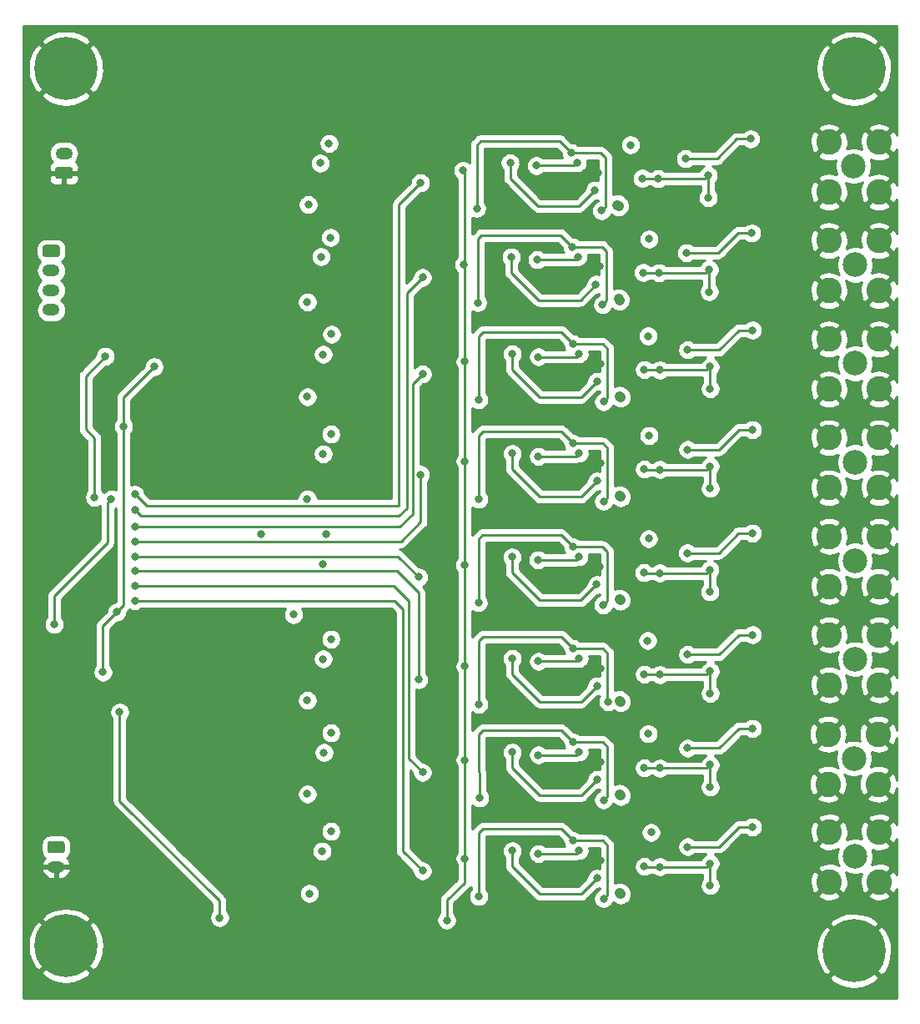
<source format=gbl>
G04 #@! TF.GenerationSoftware,KiCad,Pcbnew,(5.1.5-0)*
G04 #@! TF.CreationDate,2020-03-26T07:19:41-06:00*
G04 #@! TF.ProjectId,8ch_v3,3863685f-7633-42e6-9b69-6361645f7063,rev?*
G04 #@! TF.SameCoordinates,Original*
G04 #@! TF.FileFunction,Copper,L4,Bot*
G04 #@! TF.FilePolarity,Positive*
%FSLAX46Y46*%
G04 Gerber Fmt 4.6, Leading zero omitted, Abs format (unit mm)*
G04 Created by KiCad (PCBNEW (5.1.5-0)) date 2020-03-26 07:19:41*
%MOMM*%
%LPD*%
G04 APERTURE LIST*
%ADD10O,1.750000X1.200000*%
%ADD11C,0.100000*%
%ADD12C,2.600000*%
%ADD13C,2.500000*%
%ADD14C,0.600000*%
%ADD15C,6.400000*%
%ADD16C,0.800000*%
%ADD17C,0.250000*%
%ADD18C,1.000000*%
%ADD19C,0.254000*%
G04 APERTURE END LIST*
D10*
X144800000Y-48600000D03*
G04 #@! TA.AperFunction,ComponentPad*
D11*
G36*
X145449505Y-50001204D02*
G01*
X145473773Y-50004804D01*
X145497572Y-50010765D01*
X145520671Y-50019030D01*
X145542850Y-50029520D01*
X145563893Y-50042132D01*
X145583599Y-50056747D01*
X145601777Y-50073223D01*
X145618253Y-50091401D01*
X145632868Y-50111107D01*
X145645480Y-50132150D01*
X145655970Y-50154329D01*
X145664235Y-50177428D01*
X145670196Y-50201227D01*
X145673796Y-50225495D01*
X145675000Y-50249999D01*
X145675000Y-50950001D01*
X145673796Y-50974505D01*
X145670196Y-50998773D01*
X145664235Y-51022572D01*
X145655970Y-51045671D01*
X145645480Y-51067850D01*
X145632868Y-51088893D01*
X145618253Y-51108599D01*
X145601777Y-51126777D01*
X145583599Y-51143253D01*
X145563893Y-51157868D01*
X145542850Y-51170480D01*
X145520671Y-51180970D01*
X145497572Y-51189235D01*
X145473773Y-51195196D01*
X145449505Y-51198796D01*
X145425001Y-51200000D01*
X144174999Y-51200000D01*
X144150495Y-51198796D01*
X144126227Y-51195196D01*
X144102428Y-51189235D01*
X144079329Y-51180970D01*
X144057150Y-51170480D01*
X144036107Y-51157868D01*
X144016401Y-51143253D01*
X143998223Y-51126777D01*
X143981747Y-51108599D01*
X143967132Y-51088893D01*
X143954520Y-51067850D01*
X143944030Y-51045671D01*
X143935765Y-51022572D01*
X143929804Y-50998773D01*
X143926204Y-50974505D01*
X143925000Y-50950001D01*
X143925000Y-50249999D01*
X143926204Y-50225495D01*
X143929804Y-50201227D01*
X143935765Y-50177428D01*
X143944030Y-50154329D01*
X143954520Y-50132150D01*
X143967132Y-50111107D01*
X143981747Y-50091401D01*
X143998223Y-50073223D01*
X144016401Y-50056747D01*
X144036107Y-50042132D01*
X144057150Y-50029520D01*
X144079329Y-50019030D01*
X144102428Y-50010765D01*
X144126227Y-50004804D01*
X144150495Y-50001204D01*
X144174999Y-50000000D01*
X145425001Y-50000000D01*
X145449505Y-50001204D01*
G37*
G04 #@! TD.AperFunction*
D10*
X144000000Y-121000000D03*
G04 #@! TA.AperFunction,ComponentPad*
D11*
G36*
X144649505Y-118401204D02*
G01*
X144673773Y-118404804D01*
X144697572Y-118410765D01*
X144720671Y-118419030D01*
X144742850Y-118429520D01*
X144763893Y-118442132D01*
X144783599Y-118456747D01*
X144801777Y-118473223D01*
X144818253Y-118491401D01*
X144832868Y-118511107D01*
X144845480Y-118532150D01*
X144855970Y-118554329D01*
X144864235Y-118577428D01*
X144870196Y-118601227D01*
X144873796Y-118625495D01*
X144875000Y-118649999D01*
X144875000Y-119350001D01*
X144873796Y-119374505D01*
X144870196Y-119398773D01*
X144864235Y-119422572D01*
X144855970Y-119445671D01*
X144845480Y-119467850D01*
X144832868Y-119488893D01*
X144818253Y-119508599D01*
X144801777Y-119526777D01*
X144783599Y-119543253D01*
X144763893Y-119557868D01*
X144742850Y-119570480D01*
X144720671Y-119580970D01*
X144697572Y-119589235D01*
X144673773Y-119595196D01*
X144649505Y-119598796D01*
X144625001Y-119600000D01*
X143374999Y-119600000D01*
X143350495Y-119598796D01*
X143326227Y-119595196D01*
X143302428Y-119589235D01*
X143279329Y-119580970D01*
X143257150Y-119570480D01*
X143236107Y-119557868D01*
X143216401Y-119543253D01*
X143198223Y-119526777D01*
X143181747Y-119508599D01*
X143167132Y-119488893D01*
X143154520Y-119467850D01*
X143144030Y-119445671D01*
X143135765Y-119422572D01*
X143129804Y-119398773D01*
X143126204Y-119374505D01*
X143125000Y-119350001D01*
X143125000Y-118649999D01*
X143126204Y-118625495D01*
X143129804Y-118601227D01*
X143135765Y-118577428D01*
X143144030Y-118554329D01*
X143154520Y-118532150D01*
X143167132Y-118511107D01*
X143181747Y-118491401D01*
X143198223Y-118473223D01*
X143216401Y-118456747D01*
X143236107Y-118442132D01*
X143257150Y-118429520D01*
X143279329Y-118419030D01*
X143302428Y-118410765D01*
X143326227Y-118404804D01*
X143350495Y-118401204D01*
X143374999Y-118400000D01*
X144625001Y-118400000D01*
X144649505Y-118401204D01*
G37*
G04 #@! TD.AperFunction*
D10*
X143500000Y-64500000D03*
X143500000Y-62500000D03*
X143500000Y-60500000D03*
G04 #@! TA.AperFunction,ComponentPad*
D11*
G36*
X144149505Y-57901204D02*
G01*
X144173773Y-57904804D01*
X144197572Y-57910765D01*
X144220671Y-57919030D01*
X144242850Y-57929520D01*
X144263893Y-57942132D01*
X144283599Y-57956747D01*
X144301777Y-57973223D01*
X144318253Y-57991401D01*
X144332868Y-58011107D01*
X144345480Y-58032150D01*
X144355970Y-58054329D01*
X144364235Y-58077428D01*
X144370196Y-58101227D01*
X144373796Y-58125495D01*
X144375000Y-58149999D01*
X144375000Y-58850001D01*
X144373796Y-58874505D01*
X144370196Y-58898773D01*
X144364235Y-58922572D01*
X144355970Y-58945671D01*
X144345480Y-58967850D01*
X144332868Y-58988893D01*
X144318253Y-59008599D01*
X144301777Y-59026777D01*
X144283599Y-59043253D01*
X144263893Y-59057868D01*
X144242850Y-59070480D01*
X144220671Y-59080970D01*
X144197572Y-59089235D01*
X144173773Y-59095196D01*
X144149505Y-59098796D01*
X144125001Y-59100000D01*
X142874999Y-59100000D01*
X142850495Y-59098796D01*
X142826227Y-59095196D01*
X142802428Y-59089235D01*
X142779329Y-59080970D01*
X142757150Y-59070480D01*
X142736107Y-59057868D01*
X142716401Y-59043253D01*
X142698223Y-59026777D01*
X142681747Y-59008599D01*
X142667132Y-58988893D01*
X142654520Y-58967850D01*
X142644030Y-58945671D01*
X142635765Y-58922572D01*
X142629804Y-58898773D01*
X142626204Y-58874505D01*
X142625000Y-58850001D01*
X142625000Y-58149999D01*
X142626204Y-58125495D01*
X142629804Y-58101227D01*
X142635765Y-58077428D01*
X142644030Y-58054329D01*
X142654520Y-58032150D01*
X142667132Y-58011107D01*
X142681747Y-57991401D01*
X142698223Y-57973223D01*
X142716401Y-57956747D01*
X142736107Y-57942132D01*
X142757150Y-57929520D01*
X142779329Y-57919030D01*
X142802428Y-57910765D01*
X142826227Y-57904804D01*
X142850495Y-57901204D01*
X142874999Y-57900000D01*
X144125001Y-57900000D01*
X144149505Y-57901204D01*
G37*
G04 #@! TD.AperFunction*
D12*
X222360000Y-112615000D03*
X227440000Y-112615000D03*
X227440000Y-107535000D03*
X222360000Y-107535000D03*
D13*
X225000000Y-110000000D03*
D12*
X222460000Y-62540000D03*
X227540000Y-62540000D03*
X227540000Y-57460000D03*
X222460000Y-57460000D03*
D13*
X225100000Y-59925000D03*
D12*
X227540000Y-52540000D03*
X227540000Y-47460000D03*
X222460000Y-47460000D03*
X222460000Y-52540000D03*
D13*
X224925000Y-49900000D03*
D12*
X222460000Y-122540000D03*
X227540000Y-122540000D03*
X227540000Y-117460000D03*
X222460000Y-117460000D03*
D13*
X225100000Y-119925000D03*
D12*
X222460000Y-102540000D03*
X227540000Y-102540000D03*
X227540000Y-97460000D03*
X222460000Y-97460000D03*
D13*
X225100000Y-99925000D03*
D12*
X222460000Y-92540000D03*
X227540000Y-92540000D03*
X227540000Y-87460000D03*
X222460000Y-87460000D03*
D13*
X225100000Y-89925000D03*
D12*
X222460000Y-82540000D03*
X227540000Y-82540000D03*
X227540000Y-77460000D03*
X222460000Y-77460000D03*
D13*
X225100000Y-79925000D03*
D12*
X222460000Y-72540000D03*
X227540000Y-72540000D03*
X227540000Y-67460000D03*
X222460000Y-67460000D03*
D13*
X225100000Y-69925000D03*
D14*
X226697056Y-127802944D03*
X225000000Y-127100000D03*
X223302944Y-127802944D03*
X222600000Y-129500000D03*
X223302944Y-131197056D03*
X225000000Y-131900000D03*
X226697056Y-131197056D03*
X227400000Y-129500000D03*
D15*
X225000000Y-129500000D03*
D14*
X226697056Y-38302944D03*
X225000000Y-37600000D03*
X223302944Y-38302944D03*
X222600000Y-40000000D03*
X223302944Y-41697056D03*
X225000000Y-42400000D03*
X226697056Y-41697056D03*
X227400000Y-40000000D03*
D15*
X225000000Y-40000000D03*
D14*
X146697056Y-127302944D03*
X145000000Y-126600000D03*
X143302944Y-127302944D03*
X142600000Y-129000000D03*
X143302944Y-130697056D03*
X145000000Y-131400000D03*
X146697056Y-130697056D03*
X147400000Y-129000000D03*
D15*
X145000000Y-129000000D03*
D14*
X146697056Y-38302944D03*
X145000000Y-37600000D03*
X143302944Y-38302944D03*
X142600000Y-40000000D03*
X143302944Y-41697056D03*
X145000000Y-42400000D03*
X146697056Y-41697056D03*
X147400000Y-40000000D03*
D15*
X145000000Y-40000000D03*
D16*
X171900000Y-117400000D03*
X171900000Y-107400000D03*
X171900000Y-97900000D03*
X171900000Y-77100000D03*
X171950000Y-66950000D03*
X171850000Y-57150000D03*
X170900000Y-59100000D03*
X170800000Y-49600000D03*
X171100000Y-69000000D03*
X171100000Y-79100000D03*
X171100000Y-99900000D03*
X171200000Y-109400000D03*
X199142358Y-60100000D03*
X199042358Y-50550000D03*
X199242358Y-69950000D03*
X199217358Y-90550000D03*
X199242358Y-80050000D03*
X199242358Y-100850000D03*
X199242358Y-110350000D03*
X199242358Y-120350000D03*
X147800000Y-87100000D03*
X145300000Y-83500000D03*
X191400000Y-49600000D03*
X190300000Y-55700000D03*
X191900000Y-68000000D03*
X191800000Y-98900000D03*
X191900000Y-108400000D03*
X191875000Y-88600000D03*
X191700000Y-48600000D03*
X191800000Y-58150000D03*
X191800000Y-78100000D03*
X191900000Y-118400000D03*
X190400000Y-65600000D03*
X190400000Y-75699999D03*
X190400000Y-86099999D03*
X190300000Y-96400000D03*
X164800000Y-65850000D03*
X164800000Y-87250000D03*
X164850000Y-96700000D03*
X164850000Y-106300000D03*
X164900000Y-116500000D03*
X144450000Y-110400000D03*
X164700000Y-55950000D03*
X164850000Y-75950000D03*
X159000000Y-82800000D03*
X159000000Y-81650000D03*
X198700000Y-52350000D03*
X190100000Y-49565000D03*
X196300000Y-48550000D03*
X199367359Y-54417359D03*
X186700000Y-54200000D03*
X192750000Y-49850000D03*
X214500000Y-47150000D03*
X207900000Y-49150000D03*
X196900000Y-49550000D03*
X210200000Y-53100000D03*
X210200000Y-50850000D03*
X205100550Y-51189804D03*
X203500000Y-51150000D03*
X185400000Y-59900000D03*
X185300000Y-50350000D03*
X185475000Y-90350000D03*
X185500000Y-79850000D03*
X185500000Y-100650000D03*
X185500000Y-110150000D03*
X185500000Y-120150000D03*
X185500000Y-69750000D03*
X150450000Y-105300000D03*
X160600000Y-126150000D03*
X183650000Y-126417360D03*
X198800000Y-61900000D03*
X190200000Y-59115000D03*
X196400000Y-58100000D03*
X199467359Y-63967359D03*
X186800000Y-63750000D03*
X198900000Y-71750000D03*
X190300000Y-68965000D03*
X196500000Y-67950000D03*
X199567359Y-73817359D03*
X186900000Y-73600000D03*
X198900000Y-81850000D03*
X190300000Y-79065000D03*
X196500000Y-78050000D03*
X199567359Y-83917359D03*
X186900000Y-83700000D03*
X198875000Y-92350000D03*
X190275000Y-89565000D03*
X196475000Y-88550000D03*
X199542359Y-94417359D03*
X186875000Y-94200000D03*
X198900000Y-102650000D03*
X190300000Y-99865000D03*
X196500000Y-98850000D03*
X186900000Y-104500000D03*
X200034717Y-104250001D03*
X198900000Y-112150000D03*
X190300000Y-109365000D03*
X196500000Y-108350000D03*
X199567359Y-114217359D03*
X187000000Y-114000000D03*
X198900000Y-122150000D03*
X190300000Y-119365000D03*
X196500000Y-118350000D03*
X199567359Y-124217359D03*
X186900000Y-124000000D03*
X210300000Y-62650000D03*
X210300000Y-60400000D03*
X205200550Y-60739804D03*
X203600000Y-60700000D03*
X192850000Y-59400000D03*
X214600000Y-56700000D03*
X208000000Y-58700000D03*
X197000000Y-59100000D03*
X210400000Y-72500000D03*
X210400000Y-70250000D03*
X205300550Y-70589804D03*
X203700000Y-70550000D03*
X192950000Y-69250000D03*
X214700000Y-66550000D03*
X208100000Y-68550000D03*
X197100000Y-68950000D03*
X210400000Y-82600000D03*
X210400000Y-80350000D03*
X205300550Y-80689804D03*
X203700000Y-80650000D03*
X192950000Y-79350000D03*
X214700000Y-76650000D03*
X208100000Y-78650000D03*
X197100000Y-79050000D03*
X210375000Y-93100000D03*
X210375000Y-90850000D03*
X205275550Y-91189804D03*
X203675000Y-91150000D03*
X192925000Y-89850000D03*
X214675000Y-87150000D03*
X208075000Y-89150000D03*
X197075000Y-89550000D03*
X210400000Y-103400000D03*
X210400000Y-101150000D03*
X205300550Y-101489804D03*
X203700000Y-101450000D03*
X192950000Y-100150000D03*
X214700000Y-97450000D03*
X208100000Y-99450000D03*
X197100000Y-99850000D03*
X210400000Y-112900000D03*
X210400000Y-110650000D03*
X205300550Y-110989804D03*
X203700000Y-110950000D03*
X192950000Y-109650000D03*
X214700000Y-106950000D03*
X208100000Y-108950000D03*
X197100000Y-109350000D03*
X210400000Y-122900000D03*
X210400000Y-120650000D03*
X205300550Y-120989804D03*
X203700000Y-120950000D03*
X192950000Y-119650000D03*
X214700000Y-116950000D03*
X208100000Y-118950000D03*
X197100000Y-119350000D03*
X152000000Y-83200000D03*
X181000000Y-51600000D03*
X147900000Y-83500000D03*
X149000000Y-69200000D03*
X149600000Y-83700000D03*
X143800000Y-96400000D03*
X152000000Y-84800000D03*
X181200000Y-61200000D03*
X152000000Y-86500000D03*
X181200000Y-71000000D03*
X152000000Y-88000000D03*
X181000000Y-81200000D03*
X152000000Y-89500000D03*
X180800000Y-91600000D03*
X152000000Y-91000000D03*
X180800000Y-102000000D03*
X152000000Y-92500000D03*
X181200000Y-111400000D03*
X152000000Y-94000000D03*
X181200000Y-121400000D03*
X169700000Y-123700000D03*
X169500000Y-113600000D03*
X169500000Y-104100000D03*
X168100000Y-95400000D03*
X169500000Y-83675000D03*
X169500000Y-73300000D03*
X169600000Y-53800000D03*
X169500000Y-63700000D03*
X202300000Y-47750000D03*
X171700000Y-47600000D03*
X201100000Y-53950000D03*
X204200000Y-57300000D03*
X201200000Y-63500000D03*
X204100000Y-67150000D03*
X201300000Y-73350000D03*
X204200000Y-77250000D03*
X201300000Y-83450000D03*
X171450000Y-87250000D03*
X204150000Y-87700000D03*
X201275000Y-93950000D03*
X171100000Y-90250000D03*
X204050000Y-98050000D03*
X201300000Y-104250000D03*
X204100000Y-107500000D03*
X201300000Y-113750000D03*
X204400000Y-117500000D03*
X201300000Y-123750000D03*
X171000000Y-119400000D03*
X150150000Y-95150000D03*
X148750000Y-101250000D03*
X150850000Y-76300000D03*
X153950000Y-70250000D03*
D17*
X145300000Y-84600000D02*
X145300000Y-83500000D01*
X147800000Y-87100000D02*
X145300000Y-84600000D01*
D18*
X159000000Y-82800000D02*
X159000000Y-81650000D01*
D17*
X198700000Y-52350000D02*
X197100000Y-53950000D01*
X197100000Y-53950000D02*
X192900000Y-53950000D01*
X190100000Y-51150000D02*
X190100000Y-49565000D01*
X192900000Y-53950000D02*
X190100000Y-51150000D01*
X199767358Y-54017360D02*
X199767358Y-49017358D01*
X199367359Y-54417359D02*
X199767358Y-54017360D01*
X199300000Y-48550000D02*
X196300000Y-48550000D01*
X199767358Y-49017358D02*
X199300000Y-48550000D01*
X187100000Y-47350000D02*
X186700000Y-47750000D01*
X186700000Y-47750000D02*
X186700000Y-54200000D01*
X195100000Y-47350000D02*
X187100000Y-47350000D01*
X196300000Y-48550000D02*
X195100000Y-47350000D01*
X214500000Y-47150000D02*
X213100000Y-47150000D01*
X213100000Y-47150000D02*
X211100000Y-49150000D01*
X207900000Y-49150000D02*
X211100000Y-49150000D01*
X196600000Y-49850000D02*
X196900000Y-49550000D01*
X192750000Y-49850000D02*
X196600000Y-49850000D01*
X210200000Y-50850000D02*
X210200000Y-51100000D01*
X210200000Y-50850000D02*
X210200000Y-53100000D01*
X210100000Y-50950000D02*
X210200000Y-50850000D01*
X209860196Y-51189804D02*
X210200000Y-50850000D01*
X205100550Y-51189804D02*
X209860196Y-51189804D01*
X203339804Y-51189804D02*
X203300000Y-51150000D01*
X205100550Y-51189804D02*
X203339804Y-51189804D01*
X185500000Y-50550000D02*
X185300000Y-50350000D01*
X185500000Y-120150000D02*
X185500000Y-50550000D01*
X150450000Y-105300000D02*
X150450000Y-114300000D01*
X150450000Y-114300000D02*
X160575001Y-124425001D01*
X185500000Y-122600000D02*
X185500000Y-120150000D01*
X160575001Y-126125001D02*
X160600000Y-126150000D01*
X160575001Y-124425001D02*
X160575001Y-126125001D01*
X183650000Y-126417360D02*
X183650000Y-124350000D01*
X183650000Y-124350000D02*
X185500000Y-122600000D01*
X183674999Y-124425001D02*
X183650000Y-124350000D01*
X198800000Y-61900000D02*
X197200000Y-63500000D01*
X197200000Y-63500000D02*
X193000000Y-63500000D01*
X190200000Y-60700000D02*
X190200000Y-59115000D01*
X193000000Y-63500000D02*
X190200000Y-60700000D01*
X199867358Y-63567360D02*
X199867358Y-58567358D01*
X199467359Y-63967359D02*
X199867358Y-63567360D01*
X199400000Y-58100000D02*
X196400000Y-58100000D01*
X199867358Y-58567358D02*
X199400000Y-58100000D01*
X187200000Y-56900000D02*
X186800000Y-57300000D01*
X186800000Y-57300000D02*
X186800000Y-63750000D01*
X195200000Y-56900000D02*
X187200000Y-56900000D01*
X196400000Y-58100000D02*
X195200000Y-56900000D01*
X198900000Y-71750000D02*
X197300000Y-73350000D01*
X197300000Y-73350000D02*
X193100000Y-73350000D01*
X190300000Y-70550000D02*
X190300000Y-68965000D01*
X193100000Y-73350000D02*
X190300000Y-70550000D01*
X199967358Y-73417360D02*
X199967358Y-68417358D01*
X199567359Y-73817359D02*
X199967358Y-73417360D01*
X199500000Y-67950000D02*
X196500000Y-67950000D01*
X199967358Y-68417358D02*
X199500000Y-67950000D01*
X187300000Y-66750000D02*
X186900000Y-67150000D01*
X186900000Y-67150000D02*
X186900000Y-73600000D01*
X195300000Y-66750000D02*
X187300000Y-66750000D01*
X196500000Y-67950000D02*
X195300000Y-66750000D01*
X198900000Y-81850000D02*
X197300000Y-83450000D01*
X197300000Y-83450000D02*
X193100000Y-83450000D01*
X190300000Y-80650000D02*
X190300000Y-79065000D01*
X193100000Y-83450000D02*
X190300000Y-80650000D01*
X199967358Y-83517360D02*
X199967358Y-78517358D01*
X199567359Y-83917359D02*
X199967358Y-83517360D01*
X199500000Y-78050000D02*
X196500000Y-78050000D01*
X199967358Y-78517358D02*
X199500000Y-78050000D01*
X187300000Y-76850000D02*
X186900000Y-77250000D01*
X186900000Y-77250000D02*
X186900000Y-83700000D01*
X195300000Y-76850000D02*
X187300000Y-76850000D01*
X196500000Y-78050000D02*
X195300000Y-76850000D01*
X198875000Y-92350000D02*
X197275000Y-93950000D01*
X197275000Y-93950000D02*
X193075000Y-93950000D01*
X190275000Y-91150000D02*
X190275000Y-89565000D01*
X193075000Y-93950000D02*
X190275000Y-91150000D01*
X199942358Y-94017360D02*
X199942358Y-89017358D01*
X199542359Y-94417359D02*
X199942358Y-94017360D01*
X199475000Y-88550000D02*
X196475000Y-88550000D01*
X199942358Y-89017358D02*
X199475000Y-88550000D01*
X187275000Y-87350000D02*
X186875000Y-87750000D01*
X186875000Y-87750000D02*
X186875000Y-94200000D01*
X195275000Y-87350000D02*
X187275000Y-87350000D01*
X196475000Y-88550000D02*
X195275000Y-87350000D01*
X198900000Y-102650000D02*
X197300000Y-104250000D01*
X197300000Y-104250000D02*
X193100000Y-104250000D01*
X190300000Y-101450000D02*
X190300000Y-99865000D01*
X193100000Y-104250000D02*
X190300000Y-101450000D01*
X199967358Y-104317360D02*
X199967358Y-99317358D01*
X199500000Y-98850000D02*
X196500000Y-98850000D01*
X199967358Y-99317358D02*
X199500000Y-98850000D01*
X187300000Y-97650000D02*
X186900000Y-98050000D01*
X186900000Y-98050000D02*
X186900000Y-104500000D01*
X195300000Y-97650000D02*
X187300000Y-97650000D01*
X196500000Y-98850000D02*
X195300000Y-97650000D01*
X198900000Y-112150000D02*
X197300000Y-113750000D01*
X197300000Y-113750000D02*
X193100000Y-113750000D01*
X190300000Y-110950000D02*
X190300000Y-109365000D01*
X193100000Y-113750000D02*
X190300000Y-110950000D01*
X199967358Y-113817360D02*
X199967358Y-108817358D01*
X199567359Y-114217359D02*
X199967358Y-113817360D01*
X199500000Y-108350000D02*
X196500000Y-108350000D01*
X199967358Y-108817358D02*
X199500000Y-108350000D01*
X187300000Y-107150000D02*
X186900000Y-107550000D01*
X186900000Y-107550000D02*
X186900000Y-111350000D01*
X195300000Y-107150000D02*
X187300000Y-107150000D01*
X196500000Y-108350000D02*
X195300000Y-107150000D01*
X187000000Y-111450000D02*
X187000000Y-114000000D01*
X186900000Y-111350000D02*
X187000000Y-111450000D01*
X198900000Y-122150000D02*
X197300000Y-123750000D01*
X197300000Y-123750000D02*
X193100000Y-123750000D01*
X190300000Y-120950000D02*
X190300000Y-119365000D01*
X193100000Y-123750000D02*
X190300000Y-120950000D01*
X199967358Y-123817360D02*
X199967358Y-118817358D01*
X199567359Y-124217359D02*
X199967358Y-123817360D01*
X199500000Y-118350000D02*
X196500000Y-118350000D01*
X199967358Y-118817358D02*
X199500000Y-118350000D01*
X187300000Y-117150000D02*
X186900000Y-117550000D01*
X186900000Y-117550000D02*
X186900000Y-124000000D01*
X195300000Y-117150000D02*
X187300000Y-117150000D01*
X196500000Y-118350000D02*
X195300000Y-117150000D01*
X210300000Y-60400000D02*
X210300000Y-60650000D01*
X210300000Y-60400000D02*
X210300000Y-62650000D01*
X210200000Y-60500000D02*
X210300000Y-60400000D01*
X209960196Y-60739804D02*
X210300000Y-60400000D01*
X205200550Y-60739804D02*
X209960196Y-60739804D01*
X203439804Y-60739804D02*
X203400000Y-60700000D01*
X205200550Y-60739804D02*
X203439804Y-60739804D01*
X214600000Y-56700000D02*
X213200000Y-56700000D01*
X213200000Y-56700000D02*
X211200000Y-58700000D01*
X208000000Y-58700000D02*
X211200000Y-58700000D01*
X196700000Y-59400000D02*
X197000000Y-59100000D01*
X192850000Y-59400000D02*
X196700000Y-59400000D01*
X210400000Y-70250000D02*
X210400000Y-70500000D01*
X210400000Y-70250000D02*
X210400000Y-72500000D01*
X210300000Y-70350000D02*
X210400000Y-70250000D01*
X210060196Y-70589804D02*
X210400000Y-70250000D01*
X205300550Y-70589804D02*
X210060196Y-70589804D01*
X203539804Y-70589804D02*
X203500000Y-70550000D01*
X205300550Y-70589804D02*
X203539804Y-70589804D01*
X214700000Y-66550000D02*
X213300000Y-66550000D01*
X213300000Y-66550000D02*
X211300000Y-68550000D01*
X208100000Y-68550000D02*
X211300000Y-68550000D01*
X196800000Y-69250000D02*
X197100000Y-68950000D01*
X192950000Y-69250000D02*
X196800000Y-69250000D01*
X210400000Y-80350000D02*
X210400000Y-80600000D01*
X210400000Y-80350000D02*
X210400000Y-82600000D01*
X210300000Y-80450000D02*
X210400000Y-80350000D01*
X210060196Y-80689804D02*
X210400000Y-80350000D01*
X205300550Y-80689804D02*
X210060196Y-80689804D01*
X203539804Y-80689804D02*
X203500000Y-80650000D01*
X205300550Y-80689804D02*
X203539804Y-80689804D01*
X214700000Y-76650000D02*
X213300000Y-76650000D01*
X213300000Y-76650000D02*
X211300000Y-78650000D01*
X208100000Y-78650000D02*
X211300000Y-78650000D01*
X196800000Y-79350000D02*
X197100000Y-79050000D01*
X192950000Y-79350000D02*
X196800000Y-79350000D01*
X210375000Y-90850000D02*
X210375000Y-91100000D01*
X210375000Y-90850000D02*
X210375000Y-93100000D01*
X210275000Y-90950000D02*
X210375000Y-90850000D01*
X210035196Y-91189804D02*
X210375000Y-90850000D01*
X205275550Y-91189804D02*
X210035196Y-91189804D01*
X203514804Y-91189804D02*
X203475000Y-91150000D01*
X205275550Y-91189804D02*
X203514804Y-91189804D01*
X214675000Y-87150000D02*
X213275000Y-87150000D01*
X213275000Y-87150000D02*
X211275000Y-89150000D01*
X208075000Y-89150000D02*
X211275000Y-89150000D01*
X196775000Y-89850000D02*
X197075000Y-89550000D01*
X192925000Y-89850000D02*
X196775000Y-89850000D01*
X210400000Y-101150000D02*
X210400000Y-101400000D01*
X210400000Y-101150000D02*
X210400000Y-103400000D01*
X210300000Y-101250000D02*
X210400000Y-101150000D01*
X210060196Y-101489804D02*
X210400000Y-101150000D01*
X205300550Y-101489804D02*
X210060196Y-101489804D01*
X203539804Y-101489804D02*
X203500000Y-101450000D01*
X205300550Y-101489804D02*
X203539804Y-101489804D01*
X214700000Y-97450000D02*
X213300000Y-97450000D01*
X213300000Y-97450000D02*
X211300000Y-99450000D01*
X208100000Y-99450000D02*
X211300000Y-99450000D01*
X196800000Y-100150000D02*
X197100000Y-99850000D01*
X192950000Y-100150000D02*
X196800000Y-100150000D01*
X210400000Y-110650000D02*
X210400000Y-110900000D01*
X210400000Y-110650000D02*
X210400000Y-112900000D01*
X210300000Y-110750000D02*
X210400000Y-110650000D01*
X210060196Y-110989804D02*
X210400000Y-110650000D01*
X205300550Y-110989804D02*
X210060196Y-110989804D01*
X203539804Y-110989804D02*
X203500000Y-110950000D01*
X205300550Y-110989804D02*
X203539804Y-110989804D01*
X214700000Y-106950000D02*
X213300000Y-106950000D01*
X213300000Y-106950000D02*
X211300000Y-108950000D01*
X208100000Y-108950000D02*
X211300000Y-108950000D01*
X196800000Y-109650000D02*
X197100000Y-109350000D01*
X192950000Y-109650000D02*
X196800000Y-109650000D01*
X210400000Y-120650000D02*
X210400000Y-120900000D01*
X210400000Y-120650000D02*
X210400000Y-122900000D01*
X210300000Y-120750000D02*
X210400000Y-120650000D01*
X210060196Y-120989804D02*
X210400000Y-120650000D01*
X205300550Y-120989804D02*
X210060196Y-120989804D01*
X203539804Y-120989804D02*
X203500000Y-120950000D01*
X205300550Y-120989804D02*
X203539804Y-120989804D01*
X214700000Y-116950000D02*
X213300000Y-116950000D01*
X213300000Y-116950000D02*
X211300000Y-118950000D01*
X208100000Y-118950000D02*
X211300000Y-118950000D01*
X196800000Y-119650000D02*
X197100000Y-119350000D01*
X192950000Y-119650000D02*
X196800000Y-119650000D01*
X152000000Y-83200000D02*
X153200000Y-84400000D01*
X153200000Y-84400000D02*
X178800000Y-84400000D01*
X178800000Y-53800000D02*
X181000000Y-51600000D01*
X178800000Y-84400000D02*
X178800000Y-53800000D01*
X147900000Y-83500000D02*
X147900000Y-77500000D01*
X147900000Y-77500000D02*
X147000000Y-76600000D01*
X147000000Y-76600000D02*
X147000000Y-71200000D01*
X147000000Y-71200000D02*
X149000000Y-69200000D01*
X149600000Y-83700000D02*
X149200000Y-84100000D01*
X149200000Y-84100000D02*
X149200000Y-88100000D01*
X143800000Y-93500000D02*
X143800000Y-96400000D01*
X149200000Y-88100000D02*
X143800000Y-93500000D01*
X152000000Y-84800000D02*
X152600000Y-85400000D01*
X152600000Y-85400000D02*
X178800000Y-85400000D01*
X178800000Y-85400000D02*
X179600000Y-84600000D01*
X179600000Y-62800000D02*
X181200000Y-61200000D01*
X179600000Y-84600000D02*
X179600000Y-62800000D01*
X152000000Y-86500000D02*
X178900000Y-86500000D01*
X178900000Y-86500000D02*
X180200000Y-85200000D01*
X180200000Y-85200000D02*
X180200000Y-72000000D01*
X180200000Y-72000000D02*
X181200000Y-71000000D01*
X152000000Y-88000000D02*
X179000000Y-88000000D01*
X181000000Y-86000000D02*
X181000000Y-81200000D01*
X179000000Y-88000000D02*
X181000000Y-86000000D01*
X152000000Y-89500000D02*
X178700000Y-89500000D01*
X178700000Y-89500000D02*
X180800000Y-91600000D01*
X152000000Y-91000000D02*
X178600000Y-91000000D01*
X178600000Y-91000000D02*
X180800000Y-93200000D01*
X180800000Y-93200000D02*
X180800000Y-102000000D01*
X152000000Y-92500000D02*
X178300000Y-92500000D01*
X178300000Y-92500000D02*
X179800000Y-94000000D01*
X179800000Y-110000000D02*
X181200000Y-111400000D01*
X179800000Y-94000000D02*
X179800000Y-110000000D01*
X152000000Y-94000000D02*
X178349990Y-94000000D01*
X178349990Y-94000000D02*
X179200000Y-94850010D01*
X179200000Y-119400000D02*
X181200000Y-121400000D01*
X179200000Y-94850010D02*
X179200000Y-119400000D01*
D18*
X201100000Y-53950000D02*
X200999989Y-53849989D01*
X201200000Y-63500000D02*
X201099989Y-63399989D01*
X201300000Y-73350000D02*
X201199989Y-73249989D01*
X201300000Y-83450000D02*
X201199989Y-83349989D01*
X201275000Y-93950000D02*
X201174989Y-93849989D01*
X201300000Y-104250000D02*
X201199989Y-104149989D01*
X201300000Y-113750000D02*
X201199989Y-113649989D01*
X201300000Y-123750000D02*
X201199989Y-123649989D01*
D17*
X148750000Y-96550000D02*
X148750000Y-101250000D01*
X150150000Y-95150000D02*
X148750000Y-96550000D01*
X150850000Y-94450000D02*
X150850000Y-76300000D01*
X150150000Y-95150000D02*
X150850000Y-94450000D01*
X150850000Y-73350000D02*
X150850000Y-76300000D01*
X153950000Y-70250000D02*
X150850000Y-73350000D01*
D19*
G36*
X229340001Y-46740583D02*
G01*
X229316333Y-46669310D01*
X229184312Y-46422317D01*
X228889224Y-46290381D01*
X227719605Y-47460000D01*
X228889224Y-48629619D01*
X229184312Y-48497683D01*
X229340001Y-48187186D01*
X229340001Y-51820583D01*
X229316333Y-51749310D01*
X229184312Y-51502317D01*
X228889224Y-51370381D01*
X227719605Y-52540000D01*
X228889224Y-53709619D01*
X229184312Y-53577683D01*
X229340001Y-53267186D01*
X229340001Y-56740583D01*
X229316333Y-56669310D01*
X229184312Y-56422317D01*
X228889224Y-56290381D01*
X227719605Y-57460000D01*
X228889224Y-58629619D01*
X229184312Y-58497683D01*
X229340001Y-58187186D01*
X229340001Y-61820583D01*
X229316333Y-61749310D01*
X229184312Y-61502317D01*
X228889224Y-61370381D01*
X227719605Y-62540000D01*
X228889224Y-63709619D01*
X229184312Y-63577683D01*
X229340001Y-63267186D01*
X229340001Y-66740582D01*
X229316333Y-66669310D01*
X229184312Y-66422317D01*
X228889224Y-66290381D01*
X227719605Y-67460000D01*
X228889224Y-68629619D01*
X229184312Y-68497683D01*
X229340001Y-68187186D01*
X229340001Y-71820582D01*
X229316333Y-71749310D01*
X229184312Y-71502317D01*
X228889224Y-71370381D01*
X227719605Y-72540000D01*
X228889224Y-73709619D01*
X229184312Y-73577683D01*
X229340001Y-73267186D01*
X229340001Y-76740582D01*
X229316333Y-76669310D01*
X229184312Y-76422317D01*
X228889224Y-76290381D01*
X227719605Y-77460000D01*
X228889224Y-78629619D01*
X229184312Y-78497683D01*
X229340001Y-78187186D01*
X229340001Y-81820582D01*
X229316333Y-81749310D01*
X229184312Y-81502317D01*
X228889224Y-81370381D01*
X227719605Y-82540000D01*
X228889224Y-83709619D01*
X229184312Y-83577683D01*
X229340001Y-83267186D01*
X229340000Y-86740582D01*
X229316333Y-86669310D01*
X229184312Y-86422317D01*
X228889224Y-86290381D01*
X227719605Y-87460000D01*
X228889224Y-88629619D01*
X229184312Y-88497683D01*
X229340000Y-88187186D01*
X229340000Y-91820582D01*
X229316333Y-91749310D01*
X229184312Y-91502317D01*
X228889224Y-91370381D01*
X227719605Y-92540000D01*
X228889224Y-93709619D01*
X229184312Y-93577683D01*
X229340000Y-93267186D01*
X229340000Y-96740581D01*
X229316333Y-96669310D01*
X229184312Y-96422317D01*
X228889224Y-96290381D01*
X227719605Y-97460000D01*
X228889224Y-98629619D01*
X229184312Y-98497683D01*
X229340000Y-98187187D01*
X229340000Y-101820581D01*
X229316333Y-101749310D01*
X229184312Y-101502317D01*
X228889224Y-101370381D01*
X227719605Y-102540000D01*
X228889224Y-103709619D01*
X229184312Y-103577683D01*
X229340000Y-103267187D01*
X229340000Y-107134415D01*
X229336457Y-107106049D01*
X229216333Y-106744310D01*
X229084312Y-106497317D01*
X228789224Y-106365381D01*
X227619605Y-107535000D01*
X228789224Y-108704619D01*
X229084312Y-108572683D01*
X229255159Y-108231955D01*
X229340000Y-107923518D01*
X229340000Y-112214415D01*
X229336457Y-112186049D01*
X229216333Y-111824310D01*
X229084312Y-111577317D01*
X228789224Y-111445381D01*
X227619605Y-112615000D01*
X228789224Y-113784619D01*
X229084312Y-113652683D01*
X229255159Y-113311955D01*
X229340000Y-113003518D01*
X229340000Y-116740581D01*
X229316333Y-116669310D01*
X229184312Y-116422317D01*
X228889224Y-116290381D01*
X227719605Y-117460000D01*
X228889224Y-118629619D01*
X229184312Y-118497683D01*
X229340000Y-118187187D01*
X229340000Y-121820581D01*
X229316333Y-121749310D01*
X229184312Y-121502317D01*
X228889224Y-121370381D01*
X227719605Y-122540000D01*
X228889224Y-123709619D01*
X229184312Y-123577683D01*
X229340000Y-123267187D01*
X229340000Y-134340000D01*
X140660000Y-134340000D01*
X140660000Y-131700881D01*
X142478724Y-131700881D01*
X142838912Y-132190548D01*
X143502882Y-132550849D01*
X144224385Y-132774694D01*
X144975695Y-132853480D01*
X145727938Y-132784178D01*
X146452208Y-132569452D01*
X147120670Y-132217555D01*
X147145623Y-132200881D01*
X222478724Y-132200881D01*
X222838912Y-132690548D01*
X223502882Y-133050849D01*
X224224385Y-133274694D01*
X224975695Y-133353480D01*
X225727938Y-133284178D01*
X226452208Y-133069452D01*
X227120670Y-132717555D01*
X227161088Y-132690548D01*
X227521276Y-132200881D01*
X225000000Y-129679605D01*
X222478724Y-132200881D01*
X147145623Y-132200881D01*
X147161088Y-132190548D01*
X147521276Y-131700881D01*
X145000000Y-129179605D01*
X142478724Y-131700881D01*
X140660000Y-131700881D01*
X140660000Y-128975695D01*
X141146520Y-128975695D01*
X141215822Y-129727938D01*
X141430548Y-130452208D01*
X141782445Y-131120670D01*
X141809452Y-131161088D01*
X142299119Y-131521276D01*
X144820395Y-129000000D01*
X145179605Y-129000000D01*
X147700881Y-131521276D01*
X148190548Y-131161088D01*
X148550849Y-130497118D01*
X148774694Y-129775615D01*
X148806145Y-129475695D01*
X221146520Y-129475695D01*
X221215822Y-130227938D01*
X221430548Y-130952208D01*
X221782445Y-131620670D01*
X221809452Y-131661088D01*
X222299119Y-132021276D01*
X224820395Y-129500000D01*
X225179605Y-129500000D01*
X227700881Y-132021276D01*
X228190548Y-131661088D01*
X228550849Y-130997118D01*
X228774694Y-130275615D01*
X228853480Y-129524305D01*
X228784178Y-128772062D01*
X228569452Y-128047792D01*
X228217555Y-127379330D01*
X228190548Y-127338912D01*
X227700881Y-126978724D01*
X225179605Y-129500000D01*
X224820395Y-129500000D01*
X222299119Y-126978724D01*
X221809452Y-127338912D01*
X221449151Y-128002882D01*
X221225306Y-128724385D01*
X221146520Y-129475695D01*
X148806145Y-129475695D01*
X148853480Y-129024305D01*
X148784178Y-128272062D01*
X148569452Y-127547792D01*
X148217555Y-126879330D01*
X148190548Y-126838912D01*
X147700881Y-126478724D01*
X145179605Y-129000000D01*
X144820395Y-129000000D01*
X142299119Y-126478724D01*
X141809452Y-126838912D01*
X141449151Y-127502882D01*
X141225306Y-128224385D01*
X141146520Y-128975695D01*
X140660000Y-128975695D01*
X140660000Y-126299119D01*
X142478724Y-126299119D01*
X145000000Y-128820395D01*
X147521276Y-126299119D01*
X147161088Y-125809452D01*
X146497118Y-125449151D01*
X145775615Y-125225306D01*
X145024305Y-125146520D01*
X144272062Y-125215822D01*
X143547792Y-125430548D01*
X142879330Y-125782445D01*
X142838912Y-125809452D01*
X142478724Y-126299119D01*
X140660000Y-126299119D01*
X140660000Y-121317609D01*
X142531538Y-121317609D01*
X142535409Y-121355282D01*
X142627579Y-121580533D01*
X142761922Y-121783474D01*
X142933275Y-121956307D01*
X143135054Y-122092390D01*
X143359504Y-122186493D01*
X143598000Y-122235000D01*
X143873000Y-122235000D01*
X143873000Y-121127000D01*
X144127000Y-121127000D01*
X144127000Y-122235000D01*
X144402000Y-122235000D01*
X144640496Y-122186493D01*
X144864946Y-122092390D01*
X145066725Y-121956307D01*
X145238078Y-121783474D01*
X145372421Y-121580533D01*
X145464591Y-121355282D01*
X145468462Y-121317609D01*
X145343731Y-121127000D01*
X144127000Y-121127000D01*
X143873000Y-121127000D01*
X142656269Y-121127000D01*
X142531538Y-121317609D01*
X140660000Y-121317609D01*
X140660000Y-118649999D01*
X142486928Y-118649999D01*
X142486928Y-119350001D01*
X142503992Y-119523255D01*
X142554528Y-119689851D01*
X142636595Y-119843387D01*
X142747038Y-119977962D01*
X142881613Y-120088405D01*
X142886406Y-120090967D01*
X142761922Y-120216526D01*
X142627579Y-120419467D01*
X142535409Y-120644718D01*
X142531538Y-120682391D01*
X142656269Y-120873000D01*
X143873000Y-120873000D01*
X143873000Y-120853000D01*
X144127000Y-120853000D01*
X144127000Y-120873000D01*
X145343731Y-120873000D01*
X145468462Y-120682391D01*
X145464591Y-120644718D01*
X145372421Y-120419467D01*
X145238078Y-120216526D01*
X145113594Y-120090967D01*
X145118387Y-120088405D01*
X145252962Y-119977962D01*
X145363405Y-119843387D01*
X145445472Y-119689851D01*
X145496008Y-119523255D01*
X145513072Y-119350001D01*
X145513072Y-118649999D01*
X145496008Y-118476745D01*
X145445472Y-118310149D01*
X145363405Y-118156613D01*
X145252962Y-118022038D01*
X145118387Y-117911595D01*
X144964851Y-117829528D01*
X144798255Y-117778992D01*
X144625001Y-117761928D01*
X143374999Y-117761928D01*
X143201745Y-117778992D01*
X143035149Y-117829528D01*
X142881613Y-117911595D01*
X142747038Y-118022038D01*
X142636595Y-118156613D01*
X142554528Y-118310149D01*
X142503992Y-118476745D01*
X142486928Y-118649999D01*
X140660000Y-118649999D01*
X140660000Y-105198061D01*
X149415000Y-105198061D01*
X149415000Y-105401939D01*
X149454774Y-105601898D01*
X149532795Y-105790256D01*
X149646063Y-105959774D01*
X149690000Y-106003711D01*
X149690001Y-114262668D01*
X149686324Y-114300000D01*
X149700998Y-114448985D01*
X149744454Y-114592246D01*
X149815026Y-114724276D01*
X149880189Y-114803676D01*
X149910000Y-114840001D01*
X149938998Y-114863799D01*
X159815001Y-124739803D01*
X159815002Y-125471287D01*
X159796063Y-125490226D01*
X159682795Y-125659744D01*
X159604774Y-125848102D01*
X159565000Y-126048061D01*
X159565000Y-126251939D01*
X159604774Y-126451898D01*
X159682795Y-126640256D01*
X159796063Y-126809774D01*
X159940226Y-126953937D01*
X160109744Y-127067205D01*
X160298102Y-127145226D01*
X160498061Y-127185000D01*
X160701939Y-127185000D01*
X160901898Y-127145226D01*
X161090256Y-127067205D01*
X161259774Y-126953937D01*
X161403937Y-126809774D01*
X161517205Y-126640256D01*
X161595226Y-126451898D01*
X161622372Y-126315421D01*
X182615000Y-126315421D01*
X182615000Y-126519299D01*
X182654774Y-126719258D01*
X182732795Y-126907616D01*
X182846063Y-127077134D01*
X182990226Y-127221297D01*
X183159744Y-127334565D01*
X183348102Y-127412586D01*
X183548061Y-127452360D01*
X183751939Y-127452360D01*
X183951898Y-127412586D01*
X184140256Y-127334565D01*
X184309774Y-127221297D01*
X184453937Y-127077134D01*
X184567205Y-126907616D01*
X184612146Y-126799119D01*
X222478724Y-126799119D01*
X225000000Y-129320395D01*
X227521276Y-126799119D01*
X227161088Y-126309452D01*
X226497118Y-125949151D01*
X225775615Y-125725306D01*
X225024305Y-125646520D01*
X224272062Y-125715822D01*
X223547792Y-125930548D01*
X222879330Y-126282445D01*
X222838912Y-126309452D01*
X222478724Y-126799119D01*
X184612146Y-126799119D01*
X184645226Y-126719258D01*
X184685000Y-126519299D01*
X184685000Y-126315421D01*
X184645226Y-126115462D01*
X184567205Y-125927104D01*
X184453937Y-125757586D01*
X184410000Y-125713649D01*
X184410000Y-124677237D01*
X186002830Y-123170506D01*
X186040001Y-123140001D01*
X186080793Y-123090296D01*
X186122948Y-123041745D01*
X186128225Y-123032500D01*
X186134974Y-123024276D01*
X186140001Y-123014872D01*
X186140001Y-123296288D01*
X186096063Y-123340226D01*
X185982795Y-123509744D01*
X185904774Y-123698102D01*
X185865000Y-123898061D01*
X185865000Y-124101939D01*
X185904774Y-124301898D01*
X185982795Y-124490256D01*
X186096063Y-124659774D01*
X186240226Y-124803937D01*
X186409744Y-124917205D01*
X186598102Y-124995226D01*
X186798061Y-125035000D01*
X187001939Y-125035000D01*
X187201898Y-124995226D01*
X187390256Y-124917205D01*
X187559774Y-124803937D01*
X187703937Y-124659774D01*
X187817205Y-124490256D01*
X187895226Y-124301898D01*
X187935000Y-124101939D01*
X187935000Y-123898061D01*
X187895226Y-123698102D01*
X187817205Y-123509744D01*
X187703937Y-123340226D01*
X187660000Y-123296289D01*
X187660000Y-117910000D01*
X194985199Y-117910000D01*
X195465000Y-118389802D01*
X195465000Y-118451939D01*
X195504774Y-118651898D01*
X195582795Y-118840256D01*
X195616033Y-118890000D01*
X193653711Y-118890000D01*
X193609774Y-118846063D01*
X193440256Y-118732795D01*
X193251898Y-118654774D01*
X193051939Y-118615000D01*
X192848061Y-118615000D01*
X192648102Y-118654774D01*
X192459744Y-118732795D01*
X192290226Y-118846063D01*
X192146063Y-118990226D01*
X192032795Y-119159744D01*
X191954774Y-119348102D01*
X191915000Y-119548061D01*
X191915000Y-119751939D01*
X191954774Y-119951898D01*
X192032795Y-120140256D01*
X192146063Y-120309774D01*
X192290226Y-120453937D01*
X192459744Y-120567205D01*
X192648102Y-120645226D01*
X192848061Y-120685000D01*
X193051939Y-120685000D01*
X193251898Y-120645226D01*
X193440256Y-120567205D01*
X193609774Y-120453937D01*
X193653711Y-120410000D01*
X196762678Y-120410000D01*
X196800000Y-120413676D01*
X196837322Y-120410000D01*
X196837333Y-120410000D01*
X196948986Y-120399003D01*
X196996302Y-120384650D01*
X196998061Y-120385000D01*
X197201939Y-120385000D01*
X197401898Y-120345226D01*
X197590256Y-120267205D01*
X197759774Y-120153937D01*
X197903937Y-120009774D01*
X198017205Y-119840256D01*
X198095226Y-119651898D01*
X198135000Y-119451939D01*
X198135000Y-119248061D01*
X198107538Y-119110000D01*
X199185199Y-119110000D01*
X199207359Y-119132160D01*
X199207359Y-121157036D01*
X199201898Y-121154774D01*
X199001939Y-121115000D01*
X198798061Y-121115000D01*
X198598102Y-121154774D01*
X198409744Y-121232795D01*
X198240226Y-121346063D01*
X198096063Y-121490226D01*
X197982795Y-121659744D01*
X197904774Y-121848102D01*
X197865000Y-122048061D01*
X197865000Y-122110198D01*
X196985199Y-122990000D01*
X193414802Y-122990000D01*
X191060000Y-120635199D01*
X191060000Y-120068711D01*
X191103937Y-120024774D01*
X191217205Y-119855256D01*
X191295226Y-119666898D01*
X191335000Y-119466939D01*
X191335000Y-119263061D01*
X191295226Y-119063102D01*
X191217205Y-118874744D01*
X191103937Y-118705226D01*
X190959774Y-118561063D01*
X190790256Y-118447795D01*
X190601898Y-118369774D01*
X190401939Y-118330000D01*
X190198061Y-118330000D01*
X189998102Y-118369774D01*
X189809744Y-118447795D01*
X189640226Y-118561063D01*
X189496063Y-118705226D01*
X189382795Y-118874744D01*
X189304774Y-119063102D01*
X189265000Y-119263061D01*
X189265000Y-119466939D01*
X189304774Y-119666898D01*
X189382795Y-119855256D01*
X189496063Y-120024774D01*
X189540001Y-120068712D01*
X189540000Y-120912677D01*
X189536324Y-120950000D01*
X189540000Y-120987322D01*
X189540000Y-120987332D01*
X189550997Y-121098985D01*
X189591587Y-121232795D01*
X189594454Y-121242246D01*
X189665026Y-121374276D01*
X189686137Y-121399999D01*
X189759999Y-121490001D01*
X189789003Y-121513804D01*
X192536201Y-124261003D01*
X192559999Y-124290001D01*
X192588997Y-124313799D01*
X192675723Y-124384974D01*
X192788962Y-124445502D01*
X192807753Y-124455546D01*
X192951014Y-124499003D01*
X193062667Y-124510000D01*
X193062677Y-124510000D01*
X193100000Y-124513676D01*
X193137323Y-124510000D01*
X197262678Y-124510000D01*
X197300000Y-124513676D01*
X197337322Y-124510000D01*
X197337333Y-124510000D01*
X197448986Y-124499003D01*
X197592247Y-124455546D01*
X197724276Y-124384974D01*
X197840001Y-124290001D01*
X197863804Y-124260997D01*
X198939802Y-123185000D01*
X199001939Y-123185000D01*
X199201898Y-123145226D01*
X199207358Y-123142964D01*
X199207358Y-123246200D01*
X199077103Y-123300154D01*
X198907585Y-123413422D01*
X198763422Y-123557585D01*
X198650154Y-123727103D01*
X198572133Y-123915461D01*
X198532359Y-124115420D01*
X198532359Y-124319298D01*
X198572133Y-124519257D01*
X198650154Y-124707615D01*
X198763422Y-124877133D01*
X198907585Y-125021296D01*
X199077103Y-125134564D01*
X199265461Y-125212585D01*
X199465420Y-125252359D01*
X199669298Y-125252359D01*
X199869257Y-125212585D01*
X200057615Y-125134564D01*
X200227133Y-125021296D01*
X200371296Y-124877133D01*
X200484564Y-124707615D01*
X200533747Y-124588878D01*
X200536857Y-124591988D01*
X200666378Y-124698283D01*
X200863554Y-124803676D01*
X201077502Y-124868577D01*
X201300000Y-124890491D01*
X201522498Y-124868577D01*
X201736446Y-124803676D01*
X201933622Y-124698283D01*
X202106448Y-124556448D01*
X202248283Y-124383622D01*
X202353676Y-124186446D01*
X202418577Y-123972498D01*
X202440491Y-123750000D01*
X202418577Y-123527502D01*
X202353676Y-123313554D01*
X202248283Y-123116378D01*
X202141988Y-122986857D01*
X201963132Y-122808001D01*
X201833611Y-122701706D01*
X201636435Y-122596313D01*
X201422487Y-122531412D01*
X201199989Y-122509498D01*
X200977491Y-122531412D01*
X200763543Y-122596313D01*
X200727358Y-122615654D01*
X200727358Y-120848061D01*
X202665000Y-120848061D01*
X202665000Y-121051939D01*
X202704774Y-121251898D01*
X202782795Y-121440256D01*
X202896063Y-121609774D01*
X203040226Y-121753937D01*
X203209744Y-121867205D01*
X203398102Y-121945226D01*
X203598061Y-121985000D01*
X203801939Y-121985000D01*
X204001898Y-121945226D01*
X204190256Y-121867205D01*
X204359774Y-121753937D01*
X204363907Y-121749804D01*
X204596839Y-121749804D01*
X204640776Y-121793741D01*
X204810294Y-121907009D01*
X204998652Y-121985030D01*
X205198611Y-122024804D01*
X205402489Y-122024804D01*
X205602448Y-121985030D01*
X205790806Y-121907009D01*
X205960324Y-121793741D01*
X206004261Y-121749804D01*
X209640000Y-121749804D01*
X209640001Y-122196288D01*
X209596063Y-122240226D01*
X209482795Y-122409744D01*
X209404774Y-122598102D01*
X209365000Y-122798061D01*
X209365000Y-123001939D01*
X209404774Y-123201898D01*
X209482795Y-123390256D01*
X209596063Y-123559774D01*
X209740226Y-123703937D01*
X209909744Y-123817205D01*
X210098102Y-123895226D01*
X210298061Y-123935000D01*
X210501939Y-123935000D01*
X210701898Y-123895226D01*
X210716388Y-123889224D01*
X221290381Y-123889224D01*
X221422317Y-124184312D01*
X221763045Y-124355159D01*
X222130557Y-124456250D01*
X222510729Y-124483701D01*
X222888951Y-124436457D01*
X223250690Y-124316333D01*
X223497683Y-124184312D01*
X223629619Y-123889224D01*
X226370381Y-123889224D01*
X226502317Y-124184312D01*
X226843045Y-124355159D01*
X227210557Y-124456250D01*
X227590729Y-124483701D01*
X227968951Y-124436457D01*
X228330690Y-124316333D01*
X228577683Y-124184312D01*
X228709619Y-123889224D01*
X227540000Y-122719605D01*
X226370381Y-123889224D01*
X223629619Y-123889224D01*
X222460000Y-122719605D01*
X221290381Y-123889224D01*
X210716388Y-123889224D01*
X210890256Y-123817205D01*
X211059774Y-123703937D01*
X211203937Y-123559774D01*
X211317205Y-123390256D01*
X211395226Y-123201898D01*
X211435000Y-123001939D01*
X211435000Y-122798061D01*
X211395226Y-122598102D01*
X211392172Y-122590729D01*
X220516299Y-122590729D01*
X220563543Y-122968951D01*
X220683667Y-123330690D01*
X220815688Y-123577683D01*
X221110776Y-123709619D01*
X222280395Y-122540000D01*
X221110776Y-121370381D01*
X220815688Y-121502317D01*
X220644841Y-121843045D01*
X220543750Y-122210557D01*
X220516299Y-122590729D01*
X211392172Y-122590729D01*
X211317205Y-122409744D01*
X211203937Y-122240226D01*
X211160000Y-122196289D01*
X211160000Y-121353711D01*
X211203937Y-121309774D01*
X211317205Y-121140256D01*
X211395226Y-120951898D01*
X211435000Y-120751939D01*
X211435000Y-120548061D01*
X211395226Y-120348102D01*
X211317205Y-120159744D01*
X211203937Y-119990226D01*
X211059774Y-119846063D01*
X210890256Y-119732795D01*
X210835224Y-119710000D01*
X211262678Y-119710000D01*
X211300000Y-119713676D01*
X211337322Y-119710000D01*
X211337333Y-119710000D01*
X211448986Y-119699003D01*
X211592247Y-119655546D01*
X211724276Y-119584974D01*
X211840001Y-119490001D01*
X211863804Y-119460997D01*
X212515577Y-118809224D01*
X221290381Y-118809224D01*
X221422317Y-119104312D01*
X221763045Y-119275159D01*
X222130557Y-119376250D01*
X222510729Y-119403701D01*
X222888951Y-119356457D01*
X223250690Y-119236333D01*
X223371748Y-119171626D01*
X223287439Y-119375166D01*
X223215000Y-119739344D01*
X223215000Y-120110656D01*
X223287439Y-120474834D01*
X223429534Y-120817882D01*
X223473380Y-120883502D01*
X223156955Y-120724841D01*
X222789443Y-120623750D01*
X222409271Y-120596299D01*
X222031049Y-120643543D01*
X221669310Y-120763667D01*
X221422317Y-120895688D01*
X221290381Y-121190776D01*
X222460000Y-122360395D01*
X222474143Y-122346253D01*
X222653748Y-122525858D01*
X222639605Y-122540000D01*
X223809224Y-123709619D01*
X224104312Y-123577683D01*
X224275159Y-123236955D01*
X224376250Y-122869443D01*
X224403701Y-122489271D01*
X224356457Y-122111049D01*
X224236333Y-121749310D01*
X224124647Y-121540360D01*
X224207118Y-121595466D01*
X224550166Y-121737561D01*
X224914344Y-121810000D01*
X225285656Y-121810000D01*
X225649834Y-121737561D01*
X225811260Y-121670696D01*
X225724841Y-121843045D01*
X225623750Y-122210557D01*
X225596299Y-122590729D01*
X225643543Y-122968951D01*
X225763667Y-123330690D01*
X225895688Y-123577683D01*
X226190776Y-123709619D01*
X227360395Y-122540000D01*
X227346253Y-122525858D01*
X227525858Y-122346253D01*
X227540000Y-122360395D01*
X228709619Y-121190776D01*
X228577683Y-120895688D01*
X228236955Y-120724841D01*
X227869443Y-120623750D01*
X227489271Y-120596299D01*
X227111049Y-120643543D01*
X226799878Y-120746875D01*
X226912561Y-120474834D01*
X226985000Y-120110656D01*
X226985000Y-119739344D01*
X226912561Y-119375166D01*
X226874749Y-119283880D01*
X227210557Y-119376250D01*
X227590729Y-119403701D01*
X227968951Y-119356457D01*
X228330690Y-119236333D01*
X228577683Y-119104312D01*
X228709619Y-118809224D01*
X227540000Y-117639605D01*
X227525858Y-117653748D01*
X227346253Y-117474143D01*
X227360395Y-117460000D01*
X226190776Y-116290381D01*
X225895688Y-116422317D01*
X225724841Y-116763045D01*
X225623750Y-117130557D01*
X225596299Y-117510729D01*
X225643543Y-117888951D01*
X225728590Y-118145061D01*
X225649834Y-118112439D01*
X225285656Y-118040000D01*
X224914344Y-118040000D01*
X224550166Y-118112439D01*
X224231241Y-118244542D01*
X224275159Y-118156955D01*
X224376250Y-117789443D01*
X224403701Y-117409271D01*
X224356457Y-117031049D01*
X224236333Y-116669310D01*
X224104312Y-116422317D01*
X223809224Y-116290381D01*
X222639605Y-117460000D01*
X222653748Y-117474143D01*
X222474143Y-117653748D01*
X222460000Y-117639605D01*
X221290381Y-118809224D01*
X212515577Y-118809224D01*
X213614802Y-117710000D01*
X213996289Y-117710000D01*
X214040226Y-117753937D01*
X214209744Y-117867205D01*
X214398102Y-117945226D01*
X214598061Y-117985000D01*
X214801939Y-117985000D01*
X215001898Y-117945226D01*
X215190256Y-117867205D01*
X215359774Y-117753937D01*
X215503937Y-117609774D01*
X215570116Y-117510729D01*
X220516299Y-117510729D01*
X220563543Y-117888951D01*
X220683667Y-118250690D01*
X220815688Y-118497683D01*
X221110776Y-118629619D01*
X222280395Y-117460000D01*
X221110776Y-116290381D01*
X220815688Y-116422317D01*
X220644841Y-116763045D01*
X220543750Y-117130557D01*
X220516299Y-117510729D01*
X215570116Y-117510729D01*
X215617205Y-117440256D01*
X215695226Y-117251898D01*
X215735000Y-117051939D01*
X215735000Y-116848061D01*
X215695226Y-116648102D01*
X215617205Y-116459744D01*
X215503937Y-116290226D01*
X215359774Y-116146063D01*
X215306964Y-116110776D01*
X221290381Y-116110776D01*
X222460000Y-117280395D01*
X223629619Y-116110776D01*
X226370381Y-116110776D01*
X227540000Y-117280395D01*
X228709619Y-116110776D01*
X228577683Y-115815688D01*
X228236955Y-115644841D01*
X227869443Y-115543750D01*
X227489271Y-115516299D01*
X227111049Y-115563543D01*
X226749310Y-115683667D01*
X226502317Y-115815688D01*
X226370381Y-116110776D01*
X223629619Y-116110776D01*
X223497683Y-115815688D01*
X223156955Y-115644841D01*
X222789443Y-115543750D01*
X222409271Y-115516299D01*
X222031049Y-115563543D01*
X221669310Y-115683667D01*
X221422317Y-115815688D01*
X221290381Y-116110776D01*
X215306964Y-116110776D01*
X215190256Y-116032795D01*
X215001898Y-115954774D01*
X214801939Y-115915000D01*
X214598061Y-115915000D01*
X214398102Y-115954774D01*
X214209744Y-116032795D01*
X214040226Y-116146063D01*
X213996289Y-116190000D01*
X213337322Y-116190000D01*
X213299999Y-116186324D01*
X213262676Y-116190000D01*
X213262667Y-116190000D01*
X213151014Y-116200997D01*
X213007753Y-116244454D01*
X212875723Y-116315026D01*
X212814830Y-116365000D01*
X212759999Y-116409999D01*
X212736201Y-116438997D01*
X210985199Y-118190000D01*
X208803711Y-118190000D01*
X208759774Y-118146063D01*
X208590256Y-118032795D01*
X208401898Y-117954774D01*
X208201939Y-117915000D01*
X207998061Y-117915000D01*
X207798102Y-117954774D01*
X207609744Y-118032795D01*
X207440226Y-118146063D01*
X207296063Y-118290226D01*
X207182795Y-118459744D01*
X207104774Y-118648102D01*
X207065000Y-118848061D01*
X207065000Y-119051939D01*
X207104774Y-119251898D01*
X207182795Y-119440256D01*
X207296063Y-119609774D01*
X207440226Y-119753937D01*
X207609744Y-119867205D01*
X207798102Y-119945226D01*
X207998061Y-119985000D01*
X208201939Y-119985000D01*
X208401898Y-119945226D01*
X208590256Y-119867205D01*
X208759774Y-119753937D01*
X208803711Y-119710000D01*
X209964776Y-119710000D01*
X209909744Y-119732795D01*
X209740226Y-119846063D01*
X209596063Y-119990226D01*
X209482795Y-120159744D01*
X209453775Y-120229804D01*
X206004261Y-120229804D01*
X205960324Y-120185867D01*
X205790806Y-120072599D01*
X205602448Y-119994578D01*
X205402489Y-119954804D01*
X205198611Y-119954804D01*
X204998652Y-119994578D01*
X204810294Y-120072599D01*
X204640776Y-120185867D01*
X204596839Y-120229804D01*
X204443515Y-120229804D01*
X204359774Y-120146063D01*
X204190256Y-120032795D01*
X204001898Y-119954774D01*
X203801939Y-119915000D01*
X203598061Y-119915000D01*
X203398102Y-119954774D01*
X203209744Y-120032795D01*
X203040226Y-120146063D01*
X202896063Y-120290226D01*
X202782795Y-120459744D01*
X202704774Y-120648102D01*
X202665000Y-120848061D01*
X200727358Y-120848061D01*
X200727358Y-118854680D01*
X200731034Y-118817357D01*
X200727358Y-118780034D01*
X200727358Y-118780025D01*
X200716361Y-118668372D01*
X200672904Y-118525111D01*
X200650285Y-118482795D01*
X200602332Y-118393081D01*
X200540061Y-118317205D01*
X200507359Y-118277357D01*
X200478355Y-118253554D01*
X200063804Y-117839003D01*
X200040001Y-117809999D01*
X199924276Y-117715026D01*
X199792247Y-117644454D01*
X199648986Y-117600997D01*
X199537333Y-117590000D01*
X199537322Y-117590000D01*
X199500000Y-117586324D01*
X199462678Y-117590000D01*
X197203711Y-117590000D01*
X197159774Y-117546063D01*
X196990256Y-117432795D01*
X196906402Y-117398061D01*
X203365000Y-117398061D01*
X203365000Y-117601939D01*
X203404774Y-117801898D01*
X203482795Y-117990256D01*
X203596063Y-118159774D01*
X203740226Y-118303937D01*
X203909744Y-118417205D01*
X204098102Y-118495226D01*
X204298061Y-118535000D01*
X204501939Y-118535000D01*
X204701898Y-118495226D01*
X204890256Y-118417205D01*
X205059774Y-118303937D01*
X205203937Y-118159774D01*
X205317205Y-117990256D01*
X205395226Y-117801898D01*
X205435000Y-117601939D01*
X205435000Y-117398061D01*
X205395226Y-117198102D01*
X205317205Y-117009744D01*
X205203937Y-116840226D01*
X205059774Y-116696063D01*
X204890256Y-116582795D01*
X204701898Y-116504774D01*
X204501939Y-116465000D01*
X204298061Y-116465000D01*
X204098102Y-116504774D01*
X203909744Y-116582795D01*
X203740226Y-116696063D01*
X203596063Y-116840226D01*
X203482795Y-117009744D01*
X203404774Y-117198102D01*
X203365000Y-117398061D01*
X196906402Y-117398061D01*
X196801898Y-117354774D01*
X196601939Y-117315000D01*
X196539802Y-117315000D01*
X195863804Y-116639003D01*
X195840001Y-116609999D01*
X195724276Y-116515026D01*
X195592247Y-116444454D01*
X195448986Y-116400997D01*
X195337333Y-116390000D01*
X195337322Y-116390000D01*
X195300000Y-116386324D01*
X195262678Y-116390000D01*
X187337322Y-116390000D01*
X187299999Y-116386324D01*
X187262676Y-116390000D01*
X187262667Y-116390000D01*
X187151014Y-116400997D01*
X187007753Y-116444454D01*
X186875724Y-116515026D01*
X186759999Y-116609999D01*
X186736200Y-116638998D01*
X186389002Y-116986197D01*
X186359999Y-117009999D01*
X186325580Y-117051939D01*
X186265026Y-117125724D01*
X186260000Y-117135127D01*
X186260000Y-114723711D01*
X186340226Y-114803937D01*
X186509744Y-114917205D01*
X186698102Y-114995226D01*
X186898061Y-115035000D01*
X187101939Y-115035000D01*
X187301898Y-114995226D01*
X187490256Y-114917205D01*
X187659774Y-114803937D01*
X187803937Y-114659774D01*
X187917205Y-114490256D01*
X187995226Y-114301898D01*
X188035000Y-114101939D01*
X188035000Y-113898061D01*
X187995226Y-113698102D01*
X187917205Y-113509744D01*
X187803937Y-113340226D01*
X187760000Y-113296289D01*
X187760000Y-111487322D01*
X187763676Y-111449999D01*
X187760000Y-111412677D01*
X187760000Y-111412667D01*
X187749003Y-111301014D01*
X187705546Y-111157753D01*
X187660000Y-111072544D01*
X187660000Y-107910000D01*
X194985199Y-107910000D01*
X195465000Y-108389802D01*
X195465000Y-108451939D01*
X195504774Y-108651898D01*
X195582795Y-108840256D01*
X195616033Y-108890000D01*
X193653711Y-108890000D01*
X193609774Y-108846063D01*
X193440256Y-108732795D01*
X193251898Y-108654774D01*
X193051939Y-108615000D01*
X192848061Y-108615000D01*
X192648102Y-108654774D01*
X192459744Y-108732795D01*
X192290226Y-108846063D01*
X192146063Y-108990226D01*
X192032795Y-109159744D01*
X191954774Y-109348102D01*
X191915000Y-109548061D01*
X191915000Y-109751939D01*
X191954774Y-109951898D01*
X192032795Y-110140256D01*
X192146063Y-110309774D01*
X192290226Y-110453937D01*
X192459744Y-110567205D01*
X192648102Y-110645226D01*
X192848061Y-110685000D01*
X193051939Y-110685000D01*
X193251898Y-110645226D01*
X193440256Y-110567205D01*
X193609774Y-110453937D01*
X193653711Y-110410000D01*
X196762678Y-110410000D01*
X196800000Y-110413676D01*
X196837322Y-110410000D01*
X196837333Y-110410000D01*
X196948986Y-110399003D01*
X196996302Y-110384650D01*
X196998061Y-110385000D01*
X197201939Y-110385000D01*
X197401898Y-110345226D01*
X197590256Y-110267205D01*
X197759774Y-110153937D01*
X197903937Y-110009774D01*
X198017205Y-109840256D01*
X198095226Y-109651898D01*
X198135000Y-109451939D01*
X198135000Y-109248061D01*
X198107538Y-109110000D01*
X199185199Y-109110000D01*
X199207359Y-109132160D01*
X199207359Y-111157036D01*
X199201898Y-111154774D01*
X199001939Y-111115000D01*
X198798061Y-111115000D01*
X198598102Y-111154774D01*
X198409744Y-111232795D01*
X198240226Y-111346063D01*
X198096063Y-111490226D01*
X197982795Y-111659744D01*
X197904774Y-111848102D01*
X197865000Y-112048061D01*
X197865000Y-112110198D01*
X196985199Y-112990000D01*
X193414802Y-112990000D01*
X191060000Y-110635199D01*
X191060000Y-110068711D01*
X191103937Y-110024774D01*
X191217205Y-109855256D01*
X191295226Y-109666898D01*
X191335000Y-109466939D01*
X191335000Y-109263061D01*
X191295226Y-109063102D01*
X191217205Y-108874744D01*
X191103937Y-108705226D01*
X190959774Y-108561063D01*
X190790256Y-108447795D01*
X190601898Y-108369774D01*
X190401939Y-108330000D01*
X190198061Y-108330000D01*
X189998102Y-108369774D01*
X189809744Y-108447795D01*
X189640226Y-108561063D01*
X189496063Y-108705226D01*
X189382795Y-108874744D01*
X189304774Y-109063102D01*
X189265000Y-109263061D01*
X189265000Y-109466939D01*
X189304774Y-109666898D01*
X189382795Y-109855256D01*
X189496063Y-110024774D01*
X189540001Y-110068712D01*
X189540000Y-110912677D01*
X189536324Y-110950000D01*
X189540000Y-110987322D01*
X189540000Y-110987332D01*
X189550997Y-111098985D01*
X189581947Y-111201015D01*
X189594454Y-111242246D01*
X189665026Y-111374276D01*
X189686956Y-111400997D01*
X189759999Y-111490001D01*
X189789003Y-111513804D01*
X192536201Y-114261003D01*
X192559999Y-114290001D01*
X192588997Y-114313799D01*
X192675723Y-114384974D01*
X192760258Y-114430159D01*
X192807753Y-114455546D01*
X192951014Y-114499003D01*
X193062667Y-114510000D01*
X193062677Y-114510000D01*
X193100000Y-114513676D01*
X193137323Y-114510000D01*
X197262678Y-114510000D01*
X197300000Y-114513676D01*
X197337322Y-114510000D01*
X197337333Y-114510000D01*
X197448986Y-114499003D01*
X197592247Y-114455546D01*
X197724276Y-114384974D01*
X197840001Y-114290001D01*
X197863804Y-114260997D01*
X198939802Y-113185000D01*
X199001939Y-113185000D01*
X199201898Y-113145226D01*
X199207358Y-113142964D01*
X199207358Y-113246200D01*
X199077103Y-113300154D01*
X198907585Y-113413422D01*
X198763422Y-113557585D01*
X198650154Y-113727103D01*
X198572133Y-113915461D01*
X198532359Y-114115420D01*
X198532359Y-114319298D01*
X198572133Y-114519257D01*
X198650154Y-114707615D01*
X198763422Y-114877133D01*
X198907585Y-115021296D01*
X199077103Y-115134564D01*
X199265461Y-115212585D01*
X199465420Y-115252359D01*
X199669298Y-115252359D01*
X199869257Y-115212585D01*
X200057615Y-115134564D01*
X200227133Y-115021296D01*
X200371296Y-114877133D01*
X200484564Y-114707615D01*
X200533747Y-114588878D01*
X200536857Y-114591988D01*
X200666378Y-114698283D01*
X200863554Y-114803676D01*
X201077502Y-114868577D01*
X201300000Y-114890491D01*
X201522498Y-114868577D01*
X201736446Y-114803676D01*
X201933622Y-114698283D01*
X202106448Y-114556448D01*
X202248283Y-114383622D01*
X202353676Y-114186446D01*
X202418577Y-113972498D01*
X202419391Y-113964224D01*
X221190381Y-113964224D01*
X221322317Y-114259312D01*
X221663045Y-114430159D01*
X222030557Y-114531250D01*
X222410729Y-114558701D01*
X222788951Y-114511457D01*
X223150690Y-114391333D01*
X223397683Y-114259312D01*
X223529619Y-113964224D01*
X226270381Y-113964224D01*
X226402317Y-114259312D01*
X226743045Y-114430159D01*
X227110557Y-114531250D01*
X227490729Y-114558701D01*
X227868951Y-114511457D01*
X228230690Y-114391333D01*
X228477683Y-114259312D01*
X228609619Y-113964224D01*
X227440000Y-112794605D01*
X226270381Y-113964224D01*
X223529619Y-113964224D01*
X222360000Y-112794605D01*
X221190381Y-113964224D01*
X202419391Y-113964224D01*
X202440491Y-113750000D01*
X202418577Y-113527502D01*
X202353676Y-113313554D01*
X202248283Y-113116378D01*
X202141988Y-112986857D01*
X201963132Y-112808001D01*
X201833611Y-112701706D01*
X201636435Y-112596313D01*
X201422487Y-112531412D01*
X201199989Y-112509498D01*
X200977491Y-112531412D01*
X200763543Y-112596313D01*
X200727358Y-112615654D01*
X200727358Y-110848061D01*
X202665000Y-110848061D01*
X202665000Y-111051939D01*
X202704774Y-111251898D01*
X202782795Y-111440256D01*
X202896063Y-111609774D01*
X203040226Y-111753937D01*
X203209744Y-111867205D01*
X203398102Y-111945226D01*
X203598061Y-111985000D01*
X203801939Y-111985000D01*
X204001898Y-111945226D01*
X204190256Y-111867205D01*
X204359774Y-111753937D01*
X204363907Y-111749804D01*
X204596839Y-111749804D01*
X204640776Y-111793741D01*
X204810294Y-111907009D01*
X204998652Y-111985030D01*
X205198611Y-112024804D01*
X205402489Y-112024804D01*
X205602448Y-111985030D01*
X205790806Y-111907009D01*
X205960324Y-111793741D01*
X206004261Y-111749804D01*
X209640000Y-111749804D01*
X209640001Y-112196288D01*
X209596063Y-112240226D01*
X209482795Y-112409744D01*
X209404774Y-112598102D01*
X209365000Y-112798061D01*
X209365000Y-113001939D01*
X209404774Y-113201898D01*
X209482795Y-113390256D01*
X209596063Y-113559774D01*
X209740226Y-113703937D01*
X209909744Y-113817205D01*
X210098102Y-113895226D01*
X210298061Y-113935000D01*
X210501939Y-113935000D01*
X210701898Y-113895226D01*
X210890256Y-113817205D01*
X211059774Y-113703937D01*
X211203937Y-113559774D01*
X211317205Y-113390256D01*
X211395226Y-113201898D01*
X211435000Y-113001939D01*
X211435000Y-112798061D01*
X211408678Y-112665729D01*
X220416299Y-112665729D01*
X220463543Y-113043951D01*
X220583667Y-113405690D01*
X220715688Y-113652683D01*
X221010776Y-113784619D01*
X222180395Y-112615000D01*
X221010776Y-111445381D01*
X220715688Y-111577317D01*
X220544841Y-111918045D01*
X220443750Y-112285557D01*
X220416299Y-112665729D01*
X211408678Y-112665729D01*
X211395226Y-112598102D01*
X211317205Y-112409744D01*
X211203937Y-112240226D01*
X211160000Y-112196289D01*
X211160000Y-111353711D01*
X211203937Y-111309774D01*
X211317205Y-111140256D01*
X211395226Y-110951898D01*
X211435000Y-110751939D01*
X211435000Y-110548061D01*
X211395226Y-110348102D01*
X211317205Y-110159744D01*
X211203937Y-109990226D01*
X211059774Y-109846063D01*
X210890256Y-109732795D01*
X210835224Y-109710000D01*
X211262678Y-109710000D01*
X211300000Y-109713676D01*
X211337322Y-109710000D01*
X211337333Y-109710000D01*
X211448986Y-109699003D01*
X211592247Y-109655546D01*
X211724276Y-109584974D01*
X211840001Y-109490001D01*
X211863804Y-109460997D01*
X212440577Y-108884224D01*
X221190381Y-108884224D01*
X221322317Y-109179312D01*
X221663045Y-109350159D01*
X222030557Y-109451250D01*
X222410729Y-109478701D01*
X222788951Y-109431457D01*
X223150690Y-109311333D01*
X223271748Y-109246626D01*
X223187439Y-109450166D01*
X223115000Y-109814344D01*
X223115000Y-110185656D01*
X223187439Y-110549834D01*
X223329534Y-110892882D01*
X223373380Y-110958502D01*
X223056955Y-110799841D01*
X222689443Y-110698750D01*
X222309271Y-110671299D01*
X221931049Y-110718543D01*
X221569310Y-110838667D01*
X221322317Y-110970688D01*
X221190381Y-111265776D01*
X222360000Y-112435395D01*
X222374143Y-112421253D01*
X222553748Y-112600858D01*
X222539605Y-112615000D01*
X223709224Y-113784619D01*
X224004312Y-113652683D01*
X224175159Y-113311955D01*
X224276250Y-112944443D01*
X224303701Y-112564271D01*
X224256457Y-112186049D01*
X224136333Y-111824310D01*
X224024647Y-111615360D01*
X224107118Y-111670466D01*
X224450166Y-111812561D01*
X224814344Y-111885000D01*
X225185656Y-111885000D01*
X225549834Y-111812561D01*
X225711260Y-111745696D01*
X225624841Y-111918045D01*
X225523750Y-112285557D01*
X225496299Y-112665729D01*
X225543543Y-113043951D01*
X225663667Y-113405690D01*
X225795688Y-113652683D01*
X226090776Y-113784619D01*
X227260395Y-112615000D01*
X227246253Y-112600858D01*
X227425858Y-112421253D01*
X227440000Y-112435395D01*
X228609619Y-111265776D01*
X228477683Y-110970688D01*
X228136955Y-110799841D01*
X227769443Y-110698750D01*
X227389271Y-110671299D01*
X227011049Y-110718543D01*
X226699878Y-110821875D01*
X226812561Y-110549834D01*
X226885000Y-110185656D01*
X226885000Y-109814344D01*
X226812561Y-109450166D01*
X226774749Y-109358880D01*
X227110557Y-109451250D01*
X227490729Y-109478701D01*
X227868951Y-109431457D01*
X228230690Y-109311333D01*
X228477683Y-109179312D01*
X228609619Y-108884224D01*
X227440000Y-107714605D01*
X227425858Y-107728748D01*
X227246253Y-107549143D01*
X227260395Y-107535000D01*
X226090776Y-106365381D01*
X225795688Y-106497317D01*
X225624841Y-106838045D01*
X225523750Y-107205557D01*
X225496299Y-107585729D01*
X225543543Y-107963951D01*
X225628590Y-108220061D01*
X225549834Y-108187439D01*
X225185656Y-108115000D01*
X224814344Y-108115000D01*
X224450166Y-108187439D01*
X224131241Y-108319542D01*
X224175159Y-108231955D01*
X224276250Y-107864443D01*
X224303701Y-107484271D01*
X224256457Y-107106049D01*
X224136333Y-106744310D01*
X224004312Y-106497317D01*
X223709224Y-106365381D01*
X222539605Y-107535000D01*
X222553748Y-107549143D01*
X222374143Y-107728748D01*
X222360000Y-107714605D01*
X221190381Y-108884224D01*
X212440577Y-108884224D01*
X213614802Y-107710000D01*
X213996289Y-107710000D01*
X214040226Y-107753937D01*
X214209744Y-107867205D01*
X214398102Y-107945226D01*
X214598061Y-107985000D01*
X214801939Y-107985000D01*
X215001898Y-107945226D01*
X215190256Y-107867205D01*
X215359774Y-107753937D01*
X215503937Y-107609774D01*
X215520003Y-107585729D01*
X220416299Y-107585729D01*
X220463543Y-107963951D01*
X220583667Y-108325690D01*
X220715688Y-108572683D01*
X221010776Y-108704619D01*
X222180395Y-107535000D01*
X221010776Y-106365381D01*
X220715688Y-106497317D01*
X220544841Y-106838045D01*
X220443750Y-107205557D01*
X220416299Y-107585729D01*
X215520003Y-107585729D01*
X215617205Y-107440256D01*
X215695226Y-107251898D01*
X215735000Y-107051939D01*
X215735000Y-106848061D01*
X215695226Y-106648102D01*
X215617205Y-106459744D01*
X215503937Y-106290226D01*
X215399487Y-106185776D01*
X221190381Y-106185776D01*
X222360000Y-107355395D01*
X223529619Y-106185776D01*
X226270381Y-106185776D01*
X227440000Y-107355395D01*
X228609619Y-106185776D01*
X228477683Y-105890688D01*
X228136955Y-105719841D01*
X227769443Y-105618750D01*
X227389271Y-105591299D01*
X227011049Y-105638543D01*
X226649310Y-105758667D01*
X226402317Y-105890688D01*
X226270381Y-106185776D01*
X223529619Y-106185776D01*
X223397683Y-105890688D01*
X223056955Y-105719841D01*
X222689443Y-105618750D01*
X222309271Y-105591299D01*
X221931049Y-105638543D01*
X221569310Y-105758667D01*
X221322317Y-105890688D01*
X221190381Y-106185776D01*
X215399487Y-106185776D01*
X215359774Y-106146063D01*
X215190256Y-106032795D01*
X215001898Y-105954774D01*
X214801939Y-105915000D01*
X214598061Y-105915000D01*
X214398102Y-105954774D01*
X214209744Y-106032795D01*
X214040226Y-106146063D01*
X213996289Y-106190000D01*
X213337322Y-106190000D01*
X213299999Y-106186324D01*
X213262676Y-106190000D01*
X213262667Y-106190000D01*
X213151014Y-106200997D01*
X213007753Y-106244454D01*
X212875723Y-106315026D01*
X212814830Y-106365000D01*
X212759999Y-106409999D01*
X212736201Y-106438997D01*
X210985199Y-108190000D01*
X208803711Y-108190000D01*
X208759774Y-108146063D01*
X208590256Y-108032795D01*
X208401898Y-107954774D01*
X208201939Y-107915000D01*
X207998061Y-107915000D01*
X207798102Y-107954774D01*
X207609744Y-108032795D01*
X207440226Y-108146063D01*
X207296063Y-108290226D01*
X207182795Y-108459744D01*
X207104774Y-108648102D01*
X207065000Y-108848061D01*
X207065000Y-109051939D01*
X207104774Y-109251898D01*
X207182795Y-109440256D01*
X207296063Y-109609774D01*
X207440226Y-109753937D01*
X207609744Y-109867205D01*
X207798102Y-109945226D01*
X207998061Y-109985000D01*
X208201939Y-109985000D01*
X208401898Y-109945226D01*
X208590256Y-109867205D01*
X208759774Y-109753937D01*
X208803711Y-109710000D01*
X209964776Y-109710000D01*
X209909744Y-109732795D01*
X209740226Y-109846063D01*
X209596063Y-109990226D01*
X209482795Y-110159744D01*
X209453775Y-110229804D01*
X206004261Y-110229804D01*
X205960324Y-110185867D01*
X205790806Y-110072599D01*
X205602448Y-109994578D01*
X205402489Y-109954804D01*
X205198611Y-109954804D01*
X204998652Y-109994578D01*
X204810294Y-110072599D01*
X204640776Y-110185867D01*
X204596839Y-110229804D01*
X204443515Y-110229804D01*
X204359774Y-110146063D01*
X204190256Y-110032795D01*
X204001898Y-109954774D01*
X203801939Y-109915000D01*
X203598061Y-109915000D01*
X203398102Y-109954774D01*
X203209744Y-110032795D01*
X203040226Y-110146063D01*
X202896063Y-110290226D01*
X202782795Y-110459744D01*
X202704774Y-110648102D01*
X202665000Y-110848061D01*
X200727358Y-110848061D01*
X200727358Y-108854680D01*
X200731034Y-108817357D01*
X200727358Y-108780034D01*
X200727358Y-108780025D01*
X200716361Y-108668372D01*
X200672904Y-108525111D01*
X200624738Y-108435000D01*
X200602332Y-108393081D01*
X200550562Y-108330000D01*
X200507359Y-108277357D01*
X200478355Y-108253554D01*
X200063804Y-107839003D01*
X200040001Y-107809999D01*
X199924276Y-107715026D01*
X199792247Y-107644454D01*
X199648986Y-107600997D01*
X199537333Y-107590000D01*
X199537322Y-107590000D01*
X199500000Y-107586324D01*
X199462678Y-107590000D01*
X197203711Y-107590000D01*
X197159774Y-107546063D01*
X196990256Y-107432795D01*
X196906402Y-107398061D01*
X203065000Y-107398061D01*
X203065000Y-107601939D01*
X203104774Y-107801898D01*
X203182795Y-107990256D01*
X203296063Y-108159774D01*
X203440226Y-108303937D01*
X203609744Y-108417205D01*
X203798102Y-108495226D01*
X203998061Y-108535000D01*
X204201939Y-108535000D01*
X204401898Y-108495226D01*
X204590256Y-108417205D01*
X204759774Y-108303937D01*
X204903937Y-108159774D01*
X205017205Y-107990256D01*
X205095226Y-107801898D01*
X205135000Y-107601939D01*
X205135000Y-107398061D01*
X205095226Y-107198102D01*
X205017205Y-107009744D01*
X204903937Y-106840226D01*
X204759774Y-106696063D01*
X204590256Y-106582795D01*
X204401898Y-106504774D01*
X204201939Y-106465000D01*
X203998061Y-106465000D01*
X203798102Y-106504774D01*
X203609744Y-106582795D01*
X203440226Y-106696063D01*
X203296063Y-106840226D01*
X203182795Y-107009744D01*
X203104774Y-107198102D01*
X203065000Y-107398061D01*
X196906402Y-107398061D01*
X196801898Y-107354774D01*
X196601939Y-107315000D01*
X196539802Y-107315000D01*
X195863804Y-106639003D01*
X195840001Y-106609999D01*
X195724276Y-106515026D01*
X195592247Y-106444454D01*
X195448986Y-106400997D01*
X195337333Y-106390000D01*
X195337322Y-106390000D01*
X195300000Y-106386324D01*
X195262678Y-106390000D01*
X187337322Y-106390000D01*
X187299999Y-106386324D01*
X187262676Y-106390000D01*
X187262667Y-106390000D01*
X187151014Y-106400997D01*
X187007753Y-106444454D01*
X186875724Y-106515026D01*
X186759999Y-106609999D01*
X186736200Y-106638998D01*
X186389002Y-106986197D01*
X186359999Y-107009999D01*
X186325580Y-107051939D01*
X186265026Y-107125724D01*
X186260000Y-107135127D01*
X186260000Y-105317150D01*
X186409744Y-105417205D01*
X186598102Y-105495226D01*
X186798061Y-105535000D01*
X187001939Y-105535000D01*
X187201898Y-105495226D01*
X187390256Y-105417205D01*
X187559774Y-105303937D01*
X187703937Y-105159774D01*
X187817205Y-104990256D01*
X187895226Y-104801898D01*
X187935000Y-104601939D01*
X187935000Y-104398061D01*
X187895226Y-104198102D01*
X187817205Y-104009744D01*
X187703937Y-103840226D01*
X187660000Y-103796289D01*
X187660000Y-98410000D01*
X194985199Y-98410000D01*
X195465000Y-98889802D01*
X195465000Y-98951939D01*
X195504774Y-99151898D01*
X195582795Y-99340256D01*
X195616033Y-99390000D01*
X193653711Y-99390000D01*
X193609774Y-99346063D01*
X193440256Y-99232795D01*
X193251898Y-99154774D01*
X193051939Y-99115000D01*
X192848061Y-99115000D01*
X192648102Y-99154774D01*
X192459744Y-99232795D01*
X192290226Y-99346063D01*
X192146063Y-99490226D01*
X192032795Y-99659744D01*
X191954774Y-99848102D01*
X191915000Y-100048061D01*
X191915000Y-100251939D01*
X191954774Y-100451898D01*
X192032795Y-100640256D01*
X192146063Y-100809774D01*
X192290226Y-100953937D01*
X192459744Y-101067205D01*
X192648102Y-101145226D01*
X192848061Y-101185000D01*
X193051939Y-101185000D01*
X193251898Y-101145226D01*
X193440256Y-101067205D01*
X193609774Y-100953937D01*
X193653711Y-100910000D01*
X196762678Y-100910000D01*
X196800000Y-100913676D01*
X196837322Y-100910000D01*
X196837333Y-100910000D01*
X196948986Y-100899003D01*
X196996302Y-100884650D01*
X196998061Y-100885000D01*
X197201939Y-100885000D01*
X197401898Y-100845226D01*
X197590256Y-100767205D01*
X197759774Y-100653937D01*
X197903937Y-100509774D01*
X198017205Y-100340256D01*
X198095226Y-100151898D01*
X198135000Y-99951939D01*
X198135000Y-99748061D01*
X198107538Y-99610000D01*
X199185199Y-99610000D01*
X199207359Y-99632160D01*
X199207359Y-101657036D01*
X199201898Y-101654774D01*
X199001939Y-101615000D01*
X198798061Y-101615000D01*
X198598102Y-101654774D01*
X198409744Y-101732795D01*
X198240226Y-101846063D01*
X198096063Y-101990226D01*
X197982795Y-102159744D01*
X197904774Y-102348102D01*
X197865000Y-102548061D01*
X197865000Y-102610198D01*
X196985199Y-103490000D01*
X193414802Y-103490000D01*
X191060000Y-101135199D01*
X191060000Y-100568711D01*
X191103937Y-100524774D01*
X191217205Y-100355256D01*
X191295226Y-100166898D01*
X191335000Y-99966939D01*
X191335000Y-99763061D01*
X191295226Y-99563102D01*
X191217205Y-99374744D01*
X191103937Y-99205226D01*
X190959774Y-99061063D01*
X190790256Y-98947795D01*
X190601898Y-98869774D01*
X190401939Y-98830000D01*
X190198061Y-98830000D01*
X189998102Y-98869774D01*
X189809744Y-98947795D01*
X189640226Y-99061063D01*
X189496063Y-99205226D01*
X189382795Y-99374744D01*
X189304774Y-99563102D01*
X189265000Y-99763061D01*
X189265000Y-99966939D01*
X189304774Y-100166898D01*
X189382795Y-100355256D01*
X189496063Y-100524774D01*
X189540001Y-100568712D01*
X189540000Y-101412677D01*
X189536324Y-101450000D01*
X189540000Y-101487322D01*
X189540000Y-101487332D01*
X189550997Y-101598985D01*
X189591587Y-101732795D01*
X189594454Y-101742246D01*
X189665026Y-101874276D01*
X189673806Y-101884974D01*
X189759999Y-101990001D01*
X189789003Y-102013804D01*
X192536201Y-104761003D01*
X192559999Y-104790001D01*
X192588997Y-104813799D01*
X192675723Y-104884974D01*
X192801744Y-104952334D01*
X192807753Y-104955546D01*
X192951014Y-104999003D01*
X193062667Y-105010000D01*
X193062677Y-105010000D01*
X193100000Y-105013676D01*
X193137323Y-105010000D01*
X197262678Y-105010000D01*
X197300000Y-105013676D01*
X197337322Y-105010000D01*
X197337333Y-105010000D01*
X197448986Y-104999003D01*
X197592247Y-104955546D01*
X197724276Y-104884974D01*
X197840001Y-104790001D01*
X197863804Y-104760997D01*
X198939802Y-103685000D01*
X199001939Y-103685000D01*
X199192825Y-103647031D01*
X199117512Y-103759745D01*
X199039491Y-103948103D01*
X198999717Y-104148062D01*
X198999717Y-104351940D01*
X199039491Y-104551899D01*
X199117512Y-104740257D01*
X199230780Y-104909775D01*
X199374943Y-105053938D01*
X199544461Y-105167206D01*
X199732819Y-105245227D01*
X199932778Y-105285001D01*
X200136656Y-105285001D01*
X200336615Y-105245227D01*
X200524973Y-105167206D01*
X200582044Y-105129072D01*
X200666378Y-105198283D01*
X200863554Y-105303676D01*
X201077502Y-105368577D01*
X201300000Y-105390491D01*
X201522498Y-105368577D01*
X201736446Y-105303676D01*
X201933622Y-105198283D01*
X202106448Y-105056448D01*
X202248283Y-104883622D01*
X202353676Y-104686446D01*
X202418577Y-104472498D01*
X202440491Y-104250000D01*
X202418577Y-104027502D01*
X202353676Y-103813554D01*
X202248283Y-103616378D01*
X202141988Y-103486857D01*
X201963132Y-103308001D01*
X201833611Y-103201706D01*
X201636435Y-103096313D01*
X201422487Y-103031412D01*
X201199989Y-103009498D01*
X200977491Y-103031412D01*
X200763543Y-103096313D01*
X200727358Y-103115654D01*
X200727358Y-101348061D01*
X202665000Y-101348061D01*
X202665000Y-101551939D01*
X202704774Y-101751898D01*
X202782795Y-101940256D01*
X202896063Y-102109774D01*
X203040226Y-102253937D01*
X203209744Y-102367205D01*
X203398102Y-102445226D01*
X203598061Y-102485000D01*
X203801939Y-102485000D01*
X204001898Y-102445226D01*
X204190256Y-102367205D01*
X204359774Y-102253937D01*
X204363907Y-102249804D01*
X204596839Y-102249804D01*
X204640776Y-102293741D01*
X204810294Y-102407009D01*
X204998652Y-102485030D01*
X205198611Y-102524804D01*
X205402489Y-102524804D01*
X205602448Y-102485030D01*
X205790806Y-102407009D01*
X205960324Y-102293741D01*
X206004261Y-102249804D01*
X209640000Y-102249804D01*
X209640001Y-102696288D01*
X209596063Y-102740226D01*
X209482795Y-102909744D01*
X209404774Y-103098102D01*
X209365000Y-103298061D01*
X209365000Y-103501939D01*
X209404774Y-103701898D01*
X209482795Y-103890256D01*
X209596063Y-104059774D01*
X209740226Y-104203937D01*
X209909744Y-104317205D01*
X210098102Y-104395226D01*
X210298061Y-104435000D01*
X210501939Y-104435000D01*
X210701898Y-104395226D01*
X210890256Y-104317205D01*
X211059774Y-104203937D01*
X211203937Y-104059774D01*
X211317205Y-103890256D01*
X211317632Y-103889224D01*
X221290381Y-103889224D01*
X221422317Y-104184312D01*
X221763045Y-104355159D01*
X222130557Y-104456250D01*
X222510729Y-104483701D01*
X222888951Y-104436457D01*
X223250690Y-104316333D01*
X223497683Y-104184312D01*
X223629619Y-103889224D01*
X226370381Y-103889224D01*
X226502317Y-104184312D01*
X226843045Y-104355159D01*
X227210557Y-104456250D01*
X227590729Y-104483701D01*
X227968951Y-104436457D01*
X228330690Y-104316333D01*
X228577683Y-104184312D01*
X228709619Y-103889224D01*
X227540000Y-102719605D01*
X226370381Y-103889224D01*
X223629619Y-103889224D01*
X222460000Y-102719605D01*
X221290381Y-103889224D01*
X211317632Y-103889224D01*
X211395226Y-103701898D01*
X211435000Y-103501939D01*
X211435000Y-103298061D01*
X211395226Y-103098102D01*
X211317205Y-102909744D01*
X211203937Y-102740226D01*
X211160000Y-102696289D01*
X211160000Y-102590729D01*
X220516299Y-102590729D01*
X220563543Y-102968951D01*
X220683667Y-103330690D01*
X220815688Y-103577683D01*
X221110776Y-103709619D01*
X222280395Y-102540000D01*
X221110776Y-101370381D01*
X220815688Y-101502317D01*
X220644841Y-101843045D01*
X220543750Y-102210557D01*
X220516299Y-102590729D01*
X211160000Y-102590729D01*
X211160000Y-101853711D01*
X211203937Y-101809774D01*
X211317205Y-101640256D01*
X211395226Y-101451898D01*
X211435000Y-101251939D01*
X211435000Y-101048061D01*
X211395226Y-100848102D01*
X211317205Y-100659744D01*
X211203937Y-100490226D01*
X211059774Y-100346063D01*
X210890256Y-100232795D01*
X210835224Y-100210000D01*
X211262678Y-100210000D01*
X211300000Y-100213676D01*
X211337322Y-100210000D01*
X211337333Y-100210000D01*
X211448986Y-100199003D01*
X211592247Y-100155546D01*
X211724276Y-100084974D01*
X211840001Y-99990001D01*
X211863804Y-99960997D01*
X213015577Y-98809224D01*
X221290381Y-98809224D01*
X221422317Y-99104312D01*
X221763045Y-99275159D01*
X222130557Y-99376250D01*
X222510729Y-99403701D01*
X222888951Y-99356457D01*
X223250690Y-99236333D01*
X223371748Y-99171626D01*
X223287439Y-99375166D01*
X223215000Y-99739344D01*
X223215000Y-100110656D01*
X223287439Y-100474834D01*
X223429534Y-100817882D01*
X223473380Y-100883502D01*
X223156955Y-100724841D01*
X222789443Y-100623750D01*
X222409271Y-100596299D01*
X222031049Y-100643543D01*
X221669310Y-100763667D01*
X221422317Y-100895688D01*
X221290381Y-101190776D01*
X222460000Y-102360395D01*
X222474143Y-102346253D01*
X222653748Y-102525858D01*
X222639605Y-102540000D01*
X223809224Y-103709619D01*
X224104312Y-103577683D01*
X224275159Y-103236955D01*
X224376250Y-102869443D01*
X224403701Y-102489271D01*
X224356457Y-102111049D01*
X224236333Y-101749310D01*
X224124647Y-101540360D01*
X224207118Y-101595466D01*
X224550166Y-101737561D01*
X224914344Y-101810000D01*
X225285656Y-101810000D01*
X225649834Y-101737561D01*
X225811260Y-101670696D01*
X225724841Y-101843045D01*
X225623750Y-102210557D01*
X225596299Y-102590729D01*
X225643543Y-102968951D01*
X225763667Y-103330690D01*
X225895688Y-103577683D01*
X226190776Y-103709619D01*
X227360395Y-102540000D01*
X227346253Y-102525858D01*
X227525858Y-102346253D01*
X227540000Y-102360395D01*
X228709619Y-101190776D01*
X228577683Y-100895688D01*
X228236955Y-100724841D01*
X227869443Y-100623750D01*
X227489271Y-100596299D01*
X227111049Y-100643543D01*
X226799878Y-100746875D01*
X226912561Y-100474834D01*
X226985000Y-100110656D01*
X226985000Y-99739344D01*
X226912561Y-99375166D01*
X226874749Y-99283880D01*
X227210557Y-99376250D01*
X227590729Y-99403701D01*
X227968951Y-99356457D01*
X228330690Y-99236333D01*
X228577683Y-99104312D01*
X228709619Y-98809224D01*
X227540000Y-97639605D01*
X227525858Y-97653748D01*
X227346253Y-97474143D01*
X227360395Y-97460000D01*
X226190776Y-96290381D01*
X225895688Y-96422317D01*
X225724841Y-96763045D01*
X225623750Y-97130557D01*
X225596299Y-97510729D01*
X225643543Y-97888951D01*
X225728590Y-98145061D01*
X225649834Y-98112439D01*
X225285656Y-98040000D01*
X224914344Y-98040000D01*
X224550166Y-98112439D01*
X224231241Y-98244542D01*
X224275159Y-98156955D01*
X224376250Y-97789443D01*
X224403701Y-97409271D01*
X224356457Y-97031049D01*
X224236333Y-96669310D01*
X224104312Y-96422317D01*
X223809224Y-96290381D01*
X222639605Y-97460000D01*
X222653748Y-97474143D01*
X222474143Y-97653748D01*
X222460000Y-97639605D01*
X221290381Y-98809224D01*
X213015577Y-98809224D01*
X213614802Y-98210000D01*
X213996289Y-98210000D01*
X214040226Y-98253937D01*
X214209744Y-98367205D01*
X214398102Y-98445226D01*
X214598061Y-98485000D01*
X214801939Y-98485000D01*
X215001898Y-98445226D01*
X215190256Y-98367205D01*
X215359774Y-98253937D01*
X215503937Y-98109774D01*
X215617205Y-97940256D01*
X215695226Y-97751898D01*
X215735000Y-97551939D01*
X215735000Y-97510729D01*
X220516299Y-97510729D01*
X220563543Y-97888951D01*
X220683667Y-98250690D01*
X220815688Y-98497683D01*
X221110776Y-98629619D01*
X222280395Y-97460000D01*
X221110776Y-96290381D01*
X220815688Y-96422317D01*
X220644841Y-96763045D01*
X220543750Y-97130557D01*
X220516299Y-97510729D01*
X215735000Y-97510729D01*
X215735000Y-97348061D01*
X215695226Y-97148102D01*
X215617205Y-96959744D01*
X215503937Y-96790226D01*
X215359774Y-96646063D01*
X215190256Y-96532795D01*
X215001898Y-96454774D01*
X214801939Y-96415000D01*
X214598061Y-96415000D01*
X214398102Y-96454774D01*
X214209744Y-96532795D01*
X214040226Y-96646063D01*
X213996289Y-96690000D01*
X213337322Y-96690000D01*
X213299999Y-96686324D01*
X213262676Y-96690000D01*
X213262667Y-96690000D01*
X213151014Y-96700997D01*
X213007753Y-96744454D01*
X212875723Y-96815026D01*
X212842556Y-96842246D01*
X212759999Y-96909999D01*
X212736201Y-96938997D01*
X210985199Y-98690000D01*
X208803711Y-98690000D01*
X208759774Y-98646063D01*
X208590256Y-98532795D01*
X208401898Y-98454774D01*
X208201939Y-98415000D01*
X207998061Y-98415000D01*
X207798102Y-98454774D01*
X207609744Y-98532795D01*
X207440226Y-98646063D01*
X207296063Y-98790226D01*
X207182795Y-98959744D01*
X207104774Y-99148102D01*
X207065000Y-99348061D01*
X207065000Y-99551939D01*
X207104774Y-99751898D01*
X207182795Y-99940256D01*
X207296063Y-100109774D01*
X207440226Y-100253937D01*
X207609744Y-100367205D01*
X207798102Y-100445226D01*
X207998061Y-100485000D01*
X208201939Y-100485000D01*
X208401898Y-100445226D01*
X208590256Y-100367205D01*
X208759774Y-100253937D01*
X208803711Y-100210000D01*
X209964776Y-100210000D01*
X209909744Y-100232795D01*
X209740226Y-100346063D01*
X209596063Y-100490226D01*
X209482795Y-100659744D01*
X209453775Y-100729804D01*
X206004261Y-100729804D01*
X205960324Y-100685867D01*
X205790806Y-100572599D01*
X205602448Y-100494578D01*
X205402489Y-100454804D01*
X205198611Y-100454804D01*
X204998652Y-100494578D01*
X204810294Y-100572599D01*
X204640776Y-100685867D01*
X204596839Y-100729804D01*
X204443515Y-100729804D01*
X204359774Y-100646063D01*
X204190256Y-100532795D01*
X204001898Y-100454774D01*
X203801939Y-100415000D01*
X203598061Y-100415000D01*
X203398102Y-100454774D01*
X203209744Y-100532795D01*
X203040226Y-100646063D01*
X202896063Y-100790226D01*
X202782795Y-100959744D01*
X202704774Y-101148102D01*
X202665000Y-101348061D01*
X200727358Y-101348061D01*
X200727358Y-99354680D01*
X200731034Y-99317357D01*
X200727358Y-99280034D01*
X200727358Y-99280025D01*
X200716361Y-99168372D01*
X200672904Y-99025111D01*
X200624738Y-98935000D01*
X200602332Y-98893081D01*
X200540061Y-98817205D01*
X200507359Y-98777357D01*
X200478355Y-98753554D01*
X200063804Y-98339003D01*
X200040001Y-98309999D01*
X199924276Y-98215026D01*
X199792247Y-98144454D01*
X199648986Y-98100997D01*
X199537333Y-98090000D01*
X199537322Y-98090000D01*
X199500000Y-98086324D01*
X199462678Y-98090000D01*
X197203711Y-98090000D01*
X197159774Y-98046063D01*
X197013104Y-97948061D01*
X203015000Y-97948061D01*
X203015000Y-98151939D01*
X203054774Y-98351898D01*
X203132795Y-98540256D01*
X203246063Y-98709774D01*
X203390226Y-98853937D01*
X203559744Y-98967205D01*
X203748102Y-99045226D01*
X203948061Y-99085000D01*
X204151939Y-99085000D01*
X204351898Y-99045226D01*
X204540256Y-98967205D01*
X204709774Y-98853937D01*
X204853937Y-98709774D01*
X204967205Y-98540256D01*
X205045226Y-98351898D01*
X205085000Y-98151939D01*
X205085000Y-97948061D01*
X205045226Y-97748102D01*
X204967205Y-97559744D01*
X204853937Y-97390226D01*
X204709774Y-97246063D01*
X204540256Y-97132795D01*
X204351898Y-97054774D01*
X204151939Y-97015000D01*
X203948061Y-97015000D01*
X203748102Y-97054774D01*
X203559744Y-97132795D01*
X203390226Y-97246063D01*
X203246063Y-97390226D01*
X203132795Y-97559744D01*
X203054774Y-97748102D01*
X203015000Y-97948061D01*
X197013104Y-97948061D01*
X196990256Y-97932795D01*
X196801898Y-97854774D01*
X196601939Y-97815000D01*
X196539802Y-97815000D01*
X195863804Y-97139003D01*
X195840001Y-97109999D01*
X195724276Y-97015026D01*
X195592247Y-96944454D01*
X195448986Y-96900997D01*
X195337333Y-96890000D01*
X195337322Y-96890000D01*
X195300000Y-96886324D01*
X195262678Y-96890000D01*
X187337322Y-96890000D01*
X187299999Y-96886324D01*
X187262676Y-96890000D01*
X187262667Y-96890000D01*
X187151014Y-96900997D01*
X187007753Y-96944454D01*
X186875724Y-97015026D01*
X186759999Y-97109999D01*
X186736200Y-97138998D01*
X186389002Y-97486197D01*
X186359999Y-97509999D01*
X186325580Y-97551939D01*
X186265026Y-97625724D01*
X186260000Y-97635127D01*
X186260000Y-96110776D01*
X221290381Y-96110776D01*
X222460000Y-97280395D01*
X223629619Y-96110776D01*
X226370381Y-96110776D01*
X227540000Y-97280395D01*
X228709619Y-96110776D01*
X228577683Y-95815688D01*
X228236955Y-95644841D01*
X227869443Y-95543750D01*
X227489271Y-95516299D01*
X227111049Y-95563543D01*
X226749310Y-95683667D01*
X226502317Y-95815688D01*
X226370381Y-96110776D01*
X223629619Y-96110776D01*
X223497683Y-95815688D01*
X223156955Y-95644841D01*
X222789443Y-95543750D01*
X222409271Y-95516299D01*
X222031049Y-95563543D01*
X221669310Y-95683667D01*
X221422317Y-95815688D01*
X221290381Y-96110776D01*
X186260000Y-96110776D01*
X186260000Y-95033854D01*
X186384744Y-95117205D01*
X186573102Y-95195226D01*
X186773061Y-95235000D01*
X186976939Y-95235000D01*
X187176898Y-95195226D01*
X187365256Y-95117205D01*
X187534774Y-95003937D01*
X187678937Y-94859774D01*
X187792205Y-94690256D01*
X187870226Y-94501898D01*
X187910000Y-94301939D01*
X187910000Y-94098061D01*
X187870226Y-93898102D01*
X187792205Y-93709744D01*
X187678937Y-93540226D01*
X187635000Y-93496289D01*
X187635000Y-88110000D01*
X194960199Y-88110000D01*
X195440000Y-88589802D01*
X195440000Y-88651939D01*
X195479774Y-88851898D01*
X195557795Y-89040256D01*
X195591033Y-89090000D01*
X193628711Y-89090000D01*
X193584774Y-89046063D01*
X193415256Y-88932795D01*
X193226898Y-88854774D01*
X193026939Y-88815000D01*
X192823061Y-88815000D01*
X192623102Y-88854774D01*
X192434744Y-88932795D01*
X192265226Y-89046063D01*
X192121063Y-89190226D01*
X192007795Y-89359744D01*
X191929774Y-89548102D01*
X191890000Y-89748061D01*
X191890000Y-89951939D01*
X191929774Y-90151898D01*
X192007795Y-90340256D01*
X192121063Y-90509774D01*
X192265226Y-90653937D01*
X192434744Y-90767205D01*
X192623102Y-90845226D01*
X192823061Y-90885000D01*
X193026939Y-90885000D01*
X193226898Y-90845226D01*
X193415256Y-90767205D01*
X193584774Y-90653937D01*
X193628711Y-90610000D01*
X196737678Y-90610000D01*
X196775000Y-90613676D01*
X196812322Y-90610000D01*
X196812333Y-90610000D01*
X196923986Y-90599003D01*
X196971302Y-90584650D01*
X196973061Y-90585000D01*
X197176939Y-90585000D01*
X197376898Y-90545226D01*
X197565256Y-90467205D01*
X197734774Y-90353937D01*
X197878937Y-90209774D01*
X197992205Y-90040256D01*
X198070226Y-89851898D01*
X198110000Y-89651939D01*
X198110000Y-89448061D01*
X198082538Y-89310000D01*
X199160199Y-89310000D01*
X199182359Y-89332160D01*
X199182359Y-91357036D01*
X199176898Y-91354774D01*
X198976939Y-91315000D01*
X198773061Y-91315000D01*
X198573102Y-91354774D01*
X198384744Y-91432795D01*
X198215226Y-91546063D01*
X198071063Y-91690226D01*
X197957795Y-91859744D01*
X197879774Y-92048102D01*
X197840000Y-92248061D01*
X197840000Y-92310198D01*
X196960199Y-93190000D01*
X193389802Y-93190000D01*
X191035000Y-90835199D01*
X191035000Y-90268711D01*
X191078937Y-90224774D01*
X191192205Y-90055256D01*
X191270226Y-89866898D01*
X191310000Y-89666939D01*
X191310000Y-89463061D01*
X191270226Y-89263102D01*
X191192205Y-89074744D01*
X191078937Y-88905226D01*
X190934774Y-88761063D01*
X190765256Y-88647795D01*
X190576898Y-88569774D01*
X190376939Y-88530000D01*
X190173061Y-88530000D01*
X189973102Y-88569774D01*
X189784744Y-88647795D01*
X189615226Y-88761063D01*
X189471063Y-88905226D01*
X189357795Y-89074744D01*
X189279774Y-89263102D01*
X189240000Y-89463061D01*
X189240000Y-89666939D01*
X189279774Y-89866898D01*
X189357795Y-90055256D01*
X189471063Y-90224774D01*
X189515001Y-90268712D01*
X189515000Y-91112677D01*
X189511324Y-91150000D01*
X189515000Y-91187322D01*
X189515000Y-91187332D01*
X189525997Y-91298985D01*
X189564003Y-91424276D01*
X189569454Y-91442246D01*
X189640026Y-91574276D01*
X189661137Y-91599999D01*
X189734999Y-91690001D01*
X189764003Y-91713804D01*
X192511201Y-94461003D01*
X192534999Y-94490001D01*
X192563997Y-94513799D01*
X192650723Y-94584974D01*
X192744264Y-94634973D01*
X192782753Y-94655546D01*
X192926014Y-94699003D01*
X193037667Y-94710000D01*
X193037677Y-94710000D01*
X193075000Y-94713676D01*
X193112323Y-94710000D01*
X197237678Y-94710000D01*
X197275000Y-94713676D01*
X197312322Y-94710000D01*
X197312333Y-94710000D01*
X197423986Y-94699003D01*
X197567247Y-94655546D01*
X197699276Y-94584974D01*
X197815001Y-94490001D01*
X197838804Y-94460997D01*
X198914802Y-93385000D01*
X198976939Y-93385000D01*
X199176898Y-93345226D01*
X199182358Y-93342964D01*
X199182358Y-93446200D01*
X199052103Y-93500154D01*
X198882585Y-93613422D01*
X198738422Y-93757585D01*
X198625154Y-93927103D01*
X198547133Y-94115461D01*
X198507359Y-94315420D01*
X198507359Y-94519298D01*
X198547133Y-94719257D01*
X198625154Y-94907615D01*
X198738422Y-95077133D01*
X198882585Y-95221296D01*
X199052103Y-95334564D01*
X199240461Y-95412585D01*
X199440420Y-95452359D01*
X199644298Y-95452359D01*
X199844257Y-95412585D01*
X200032615Y-95334564D01*
X200202133Y-95221296D01*
X200346296Y-95077133D01*
X200459564Y-94907615D01*
X200508747Y-94788878D01*
X200511857Y-94791988D01*
X200641378Y-94898283D01*
X200838554Y-95003676D01*
X201052502Y-95068577D01*
X201275000Y-95090491D01*
X201497498Y-95068577D01*
X201711446Y-95003676D01*
X201908622Y-94898283D01*
X202081448Y-94756448D01*
X202223283Y-94583622D01*
X202328676Y-94386446D01*
X202393577Y-94172498D01*
X202415491Y-93950000D01*
X202393577Y-93727502D01*
X202328676Y-93513554D01*
X202223283Y-93316378D01*
X202116988Y-93186857D01*
X201938132Y-93008001D01*
X201808611Y-92901706D01*
X201611435Y-92796313D01*
X201397487Y-92731412D01*
X201174989Y-92709498D01*
X200952491Y-92731412D01*
X200738543Y-92796313D01*
X200702358Y-92815654D01*
X200702358Y-91048061D01*
X202640000Y-91048061D01*
X202640000Y-91251939D01*
X202679774Y-91451898D01*
X202757795Y-91640256D01*
X202871063Y-91809774D01*
X203015226Y-91953937D01*
X203184744Y-92067205D01*
X203373102Y-92145226D01*
X203573061Y-92185000D01*
X203776939Y-92185000D01*
X203976898Y-92145226D01*
X204165256Y-92067205D01*
X204334774Y-91953937D01*
X204338907Y-91949804D01*
X204571839Y-91949804D01*
X204615776Y-91993741D01*
X204785294Y-92107009D01*
X204973652Y-92185030D01*
X205173611Y-92224804D01*
X205377489Y-92224804D01*
X205577448Y-92185030D01*
X205765806Y-92107009D01*
X205935324Y-91993741D01*
X205979261Y-91949804D01*
X209615000Y-91949804D01*
X209615001Y-92396288D01*
X209571063Y-92440226D01*
X209457795Y-92609744D01*
X209379774Y-92798102D01*
X209340000Y-92998061D01*
X209340000Y-93201939D01*
X209379774Y-93401898D01*
X209457795Y-93590256D01*
X209571063Y-93759774D01*
X209715226Y-93903937D01*
X209884744Y-94017205D01*
X210073102Y-94095226D01*
X210273061Y-94135000D01*
X210476939Y-94135000D01*
X210676898Y-94095226D01*
X210865256Y-94017205D01*
X211034774Y-93903937D01*
X211049487Y-93889224D01*
X221290381Y-93889224D01*
X221422317Y-94184312D01*
X221763045Y-94355159D01*
X222130557Y-94456250D01*
X222510729Y-94483701D01*
X222888951Y-94436457D01*
X223250690Y-94316333D01*
X223497683Y-94184312D01*
X223629619Y-93889224D01*
X226370381Y-93889224D01*
X226502317Y-94184312D01*
X226843045Y-94355159D01*
X227210557Y-94456250D01*
X227590729Y-94483701D01*
X227968951Y-94436457D01*
X228330690Y-94316333D01*
X228577683Y-94184312D01*
X228709619Y-93889224D01*
X227540000Y-92719605D01*
X226370381Y-93889224D01*
X223629619Y-93889224D01*
X222460000Y-92719605D01*
X221290381Y-93889224D01*
X211049487Y-93889224D01*
X211178937Y-93759774D01*
X211292205Y-93590256D01*
X211370226Y-93401898D01*
X211410000Y-93201939D01*
X211410000Y-92998061D01*
X211370226Y-92798102D01*
X211292205Y-92609744D01*
X211279500Y-92590729D01*
X220516299Y-92590729D01*
X220563543Y-92968951D01*
X220683667Y-93330690D01*
X220815688Y-93577683D01*
X221110776Y-93709619D01*
X222280395Y-92540000D01*
X221110776Y-91370381D01*
X220815688Y-91502317D01*
X220644841Y-91843045D01*
X220543750Y-92210557D01*
X220516299Y-92590729D01*
X211279500Y-92590729D01*
X211178937Y-92440226D01*
X211135000Y-92396289D01*
X211135000Y-91553711D01*
X211178937Y-91509774D01*
X211292205Y-91340256D01*
X211370226Y-91151898D01*
X211410000Y-90951939D01*
X211410000Y-90748061D01*
X211370226Y-90548102D01*
X211292205Y-90359744D01*
X211178937Y-90190226D01*
X211034774Y-90046063D01*
X210865256Y-89932795D01*
X210810224Y-89910000D01*
X211237678Y-89910000D01*
X211275000Y-89913676D01*
X211312322Y-89910000D01*
X211312333Y-89910000D01*
X211423986Y-89899003D01*
X211567247Y-89855546D01*
X211699276Y-89784974D01*
X211815001Y-89690001D01*
X211838804Y-89660997D01*
X212690577Y-88809224D01*
X221290381Y-88809224D01*
X221422317Y-89104312D01*
X221763045Y-89275159D01*
X222130557Y-89376250D01*
X222510729Y-89403701D01*
X222888951Y-89356457D01*
X223250690Y-89236333D01*
X223371748Y-89171626D01*
X223287439Y-89375166D01*
X223215000Y-89739344D01*
X223215000Y-90110656D01*
X223287439Y-90474834D01*
X223429534Y-90817882D01*
X223473380Y-90883502D01*
X223156955Y-90724841D01*
X222789443Y-90623750D01*
X222409271Y-90596299D01*
X222031049Y-90643543D01*
X221669310Y-90763667D01*
X221422317Y-90895688D01*
X221290381Y-91190776D01*
X222460000Y-92360395D01*
X222474143Y-92346253D01*
X222653748Y-92525858D01*
X222639605Y-92540000D01*
X223809224Y-93709619D01*
X224104312Y-93577683D01*
X224275159Y-93236955D01*
X224376250Y-92869443D01*
X224403701Y-92489271D01*
X224356457Y-92111049D01*
X224236333Y-91749310D01*
X224124647Y-91540360D01*
X224207118Y-91595466D01*
X224550166Y-91737561D01*
X224914344Y-91810000D01*
X225285656Y-91810000D01*
X225649834Y-91737561D01*
X225811260Y-91670696D01*
X225724841Y-91843045D01*
X225623750Y-92210557D01*
X225596299Y-92590729D01*
X225643543Y-92968951D01*
X225763667Y-93330690D01*
X225895688Y-93577683D01*
X226190776Y-93709619D01*
X227360395Y-92540000D01*
X227346253Y-92525858D01*
X227525858Y-92346253D01*
X227540000Y-92360395D01*
X228709619Y-91190776D01*
X228577683Y-90895688D01*
X228236955Y-90724841D01*
X227869443Y-90623750D01*
X227489271Y-90596299D01*
X227111049Y-90643543D01*
X226799878Y-90746875D01*
X226912561Y-90474834D01*
X226985000Y-90110656D01*
X226985000Y-89739344D01*
X226912561Y-89375166D01*
X226874749Y-89283880D01*
X227210557Y-89376250D01*
X227590729Y-89403701D01*
X227968951Y-89356457D01*
X228330690Y-89236333D01*
X228577683Y-89104312D01*
X228709619Y-88809224D01*
X227540000Y-87639605D01*
X227525858Y-87653748D01*
X227346253Y-87474143D01*
X227360395Y-87460000D01*
X226190776Y-86290381D01*
X225895688Y-86422317D01*
X225724841Y-86763045D01*
X225623750Y-87130557D01*
X225596299Y-87510729D01*
X225643543Y-87888951D01*
X225728590Y-88145061D01*
X225649834Y-88112439D01*
X225285656Y-88040000D01*
X224914344Y-88040000D01*
X224550166Y-88112439D01*
X224231241Y-88244542D01*
X224275159Y-88156955D01*
X224376250Y-87789443D01*
X224403701Y-87409271D01*
X224356457Y-87031049D01*
X224236333Y-86669310D01*
X224104312Y-86422317D01*
X223809224Y-86290381D01*
X222639605Y-87460000D01*
X222653748Y-87474143D01*
X222474143Y-87653748D01*
X222460000Y-87639605D01*
X221290381Y-88809224D01*
X212690577Y-88809224D01*
X213589802Y-87910000D01*
X213971289Y-87910000D01*
X214015226Y-87953937D01*
X214184744Y-88067205D01*
X214373102Y-88145226D01*
X214573061Y-88185000D01*
X214776939Y-88185000D01*
X214976898Y-88145226D01*
X215165256Y-88067205D01*
X215334774Y-87953937D01*
X215478937Y-87809774D01*
X215592205Y-87640256D01*
X215645857Y-87510729D01*
X220516299Y-87510729D01*
X220563543Y-87888951D01*
X220683667Y-88250690D01*
X220815688Y-88497683D01*
X221110776Y-88629619D01*
X222280395Y-87460000D01*
X221110776Y-86290381D01*
X220815688Y-86422317D01*
X220644841Y-86763045D01*
X220543750Y-87130557D01*
X220516299Y-87510729D01*
X215645857Y-87510729D01*
X215670226Y-87451898D01*
X215710000Y-87251939D01*
X215710000Y-87048061D01*
X215670226Y-86848102D01*
X215592205Y-86659744D01*
X215478937Y-86490226D01*
X215334774Y-86346063D01*
X215165256Y-86232795D01*
X214976898Y-86154774D01*
X214776939Y-86115000D01*
X214573061Y-86115000D01*
X214373102Y-86154774D01*
X214184744Y-86232795D01*
X214015226Y-86346063D01*
X213971289Y-86390000D01*
X213312322Y-86390000D01*
X213274999Y-86386324D01*
X213237676Y-86390000D01*
X213237667Y-86390000D01*
X213126014Y-86400997D01*
X212982753Y-86444454D01*
X212850723Y-86515026D01*
X212767083Y-86583668D01*
X212734999Y-86609999D01*
X212711201Y-86638997D01*
X210960199Y-88390000D01*
X208778711Y-88390000D01*
X208734774Y-88346063D01*
X208565256Y-88232795D01*
X208376898Y-88154774D01*
X208176939Y-88115000D01*
X207973061Y-88115000D01*
X207773102Y-88154774D01*
X207584744Y-88232795D01*
X207415226Y-88346063D01*
X207271063Y-88490226D01*
X207157795Y-88659744D01*
X207079774Y-88848102D01*
X207040000Y-89048061D01*
X207040000Y-89251939D01*
X207079774Y-89451898D01*
X207157795Y-89640256D01*
X207271063Y-89809774D01*
X207415226Y-89953937D01*
X207584744Y-90067205D01*
X207773102Y-90145226D01*
X207973061Y-90185000D01*
X208176939Y-90185000D01*
X208376898Y-90145226D01*
X208565256Y-90067205D01*
X208734774Y-89953937D01*
X208778711Y-89910000D01*
X209939776Y-89910000D01*
X209884744Y-89932795D01*
X209715226Y-90046063D01*
X209571063Y-90190226D01*
X209457795Y-90359744D01*
X209428775Y-90429804D01*
X205979261Y-90429804D01*
X205935324Y-90385867D01*
X205765806Y-90272599D01*
X205577448Y-90194578D01*
X205377489Y-90154804D01*
X205173611Y-90154804D01*
X204973652Y-90194578D01*
X204785294Y-90272599D01*
X204615776Y-90385867D01*
X204571839Y-90429804D01*
X204418515Y-90429804D01*
X204334774Y-90346063D01*
X204165256Y-90232795D01*
X203976898Y-90154774D01*
X203776939Y-90115000D01*
X203573061Y-90115000D01*
X203373102Y-90154774D01*
X203184744Y-90232795D01*
X203015226Y-90346063D01*
X202871063Y-90490226D01*
X202757795Y-90659744D01*
X202679774Y-90848102D01*
X202640000Y-91048061D01*
X200702358Y-91048061D01*
X200702358Y-89054680D01*
X200706034Y-89017357D01*
X200702358Y-88980034D01*
X200702358Y-88980025D01*
X200691361Y-88868372D01*
X200647904Y-88725111D01*
X200599724Y-88634974D01*
X200577332Y-88593081D01*
X200541975Y-88549999D01*
X200482359Y-88477357D01*
X200453355Y-88453554D01*
X200038804Y-88039003D01*
X200015001Y-88009999D01*
X199899276Y-87915026D01*
X199767247Y-87844454D01*
X199623986Y-87800997D01*
X199512333Y-87790000D01*
X199512322Y-87790000D01*
X199475000Y-87786324D01*
X199437678Y-87790000D01*
X197178711Y-87790000D01*
X197134774Y-87746063D01*
X196965256Y-87632795D01*
X196881402Y-87598061D01*
X203115000Y-87598061D01*
X203115000Y-87801939D01*
X203154774Y-88001898D01*
X203232795Y-88190256D01*
X203346063Y-88359774D01*
X203490226Y-88503937D01*
X203659744Y-88617205D01*
X203848102Y-88695226D01*
X204048061Y-88735000D01*
X204251939Y-88735000D01*
X204451898Y-88695226D01*
X204640256Y-88617205D01*
X204809774Y-88503937D01*
X204953937Y-88359774D01*
X205067205Y-88190256D01*
X205145226Y-88001898D01*
X205185000Y-87801939D01*
X205185000Y-87598061D01*
X205145226Y-87398102D01*
X205067205Y-87209744D01*
X204953937Y-87040226D01*
X204809774Y-86896063D01*
X204640256Y-86782795D01*
X204451898Y-86704774D01*
X204251939Y-86665000D01*
X204048061Y-86665000D01*
X203848102Y-86704774D01*
X203659744Y-86782795D01*
X203490226Y-86896063D01*
X203346063Y-87040226D01*
X203232795Y-87209744D01*
X203154774Y-87398102D01*
X203115000Y-87598061D01*
X196881402Y-87598061D01*
X196776898Y-87554774D01*
X196576939Y-87515000D01*
X196514802Y-87515000D01*
X195838804Y-86839003D01*
X195815001Y-86809999D01*
X195699276Y-86715026D01*
X195567247Y-86644454D01*
X195423986Y-86600997D01*
X195312333Y-86590000D01*
X195312322Y-86590000D01*
X195275000Y-86586324D01*
X195237678Y-86590000D01*
X187312322Y-86590000D01*
X187274999Y-86586324D01*
X187237676Y-86590000D01*
X187237667Y-86590000D01*
X187126014Y-86600997D01*
X186982753Y-86644454D01*
X186850724Y-86715026D01*
X186734999Y-86809999D01*
X186711200Y-86838998D01*
X186364002Y-87186197D01*
X186334999Y-87209999D01*
X186300580Y-87251939D01*
X186260000Y-87301386D01*
X186260000Y-86110776D01*
X221290381Y-86110776D01*
X222460000Y-87280395D01*
X223629619Y-86110776D01*
X226370381Y-86110776D01*
X227540000Y-87280395D01*
X228709619Y-86110776D01*
X228577683Y-85815688D01*
X228236955Y-85644841D01*
X227869443Y-85543750D01*
X227489271Y-85516299D01*
X227111049Y-85563543D01*
X226749310Y-85683667D01*
X226502317Y-85815688D01*
X226370381Y-86110776D01*
X223629619Y-86110776D01*
X223497683Y-85815688D01*
X223156955Y-85644841D01*
X222789443Y-85543750D01*
X222409271Y-85516299D01*
X222031049Y-85563543D01*
X221669310Y-85683667D01*
X221422317Y-85815688D01*
X221290381Y-86110776D01*
X186260000Y-86110776D01*
X186260000Y-84517150D01*
X186409744Y-84617205D01*
X186598102Y-84695226D01*
X186798061Y-84735000D01*
X187001939Y-84735000D01*
X187201898Y-84695226D01*
X187390256Y-84617205D01*
X187559774Y-84503937D01*
X187703937Y-84359774D01*
X187817205Y-84190256D01*
X187895226Y-84001898D01*
X187935000Y-83801939D01*
X187935000Y-83598061D01*
X187895226Y-83398102D01*
X187817205Y-83209744D01*
X187703937Y-83040226D01*
X187660000Y-82996289D01*
X187660000Y-77610000D01*
X194985199Y-77610000D01*
X195465000Y-78089802D01*
X195465000Y-78151939D01*
X195504774Y-78351898D01*
X195582795Y-78540256D01*
X195616033Y-78590000D01*
X193653711Y-78590000D01*
X193609774Y-78546063D01*
X193440256Y-78432795D01*
X193251898Y-78354774D01*
X193051939Y-78315000D01*
X192848061Y-78315000D01*
X192648102Y-78354774D01*
X192459744Y-78432795D01*
X192290226Y-78546063D01*
X192146063Y-78690226D01*
X192032795Y-78859744D01*
X191954774Y-79048102D01*
X191915000Y-79248061D01*
X191915000Y-79451939D01*
X191954774Y-79651898D01*
X192032795Y-79840256D01*
X192146063Y-80009774D01*
X192290226Y-80153937D01*
X192459744Y-80267205D01*
X192648102Y-80345226D01*
X192848061Y-80385000D01*
X193051939Y-80385000D01*
X193251898Y-80345226D01*
X193440256Y-80267205D01*
X193609774Y-80153937D01*
X193653711Y-80110000D01*
X196762678Y-80110000D01*
X196800000Y-80113676D01*
X196837322Y-80110000D01*
X196837333Y-80110000D01*
X196948986Y-80099003D01*
X196996302Y-80084650D01*
X196998061Y-80085000D01*
X197201939Y-80085000D01*
X197401898Y-80045226D01*
X197590256Y-79967205D01*
X197759774Y-79853937D01*
X197903937Y-79709774D01*
X198017205Y-79540256D01*
X198095226Y-79351898D01*
X198135000Y-79151939D01*
X198135000Y-78948061D01*
X198107538Y-78810000D01*
X199185199Y-78810000D01*
X199207359Y-78832160D01*
X199207359Y-80857036D01*
X199201898Y-80854774D01*
X199001939Y-80815000D01*
X198798061Y-80815000D01*
X198598102Y-80854774D01*
X198409744Y-80932795D01*
X198240226Y-81046063D01*
X198096063Y-81190226D01*
X197982795Y-81359744D01*
X197904774Y-81548102D01*
X197865000Y-81748061D01*
X197865000Y-81810198D01*
X196985199Y-82690000D01*
X193414802Y-82690000D01*
X191060000Y-80335199D01*
X191060000Y-79768711D01*
X191103937Y-79724774D01*
X191217205Y-79555256D01*
X191295226Y-79366898D01*
X191335000Y-79166939D01*
X191335000Y-78963061D01*
X191295226Y-78763102D01*
X191217205Y-78574744D01*
X191103937Y-78405226D01*
X190959774Y-78261063D01*
X190790256Y-78147795D01*
X190601898Y-78069774D01*
X190401939Y-78030000D01*
X190198061Y-78030000D01*
X189998102Y-78069774D01*
X189809744Y-78147795D01*
X189640226Y-78261063D01*
X189496063Y-78405226D01*
X189382795Y-78574744D01*
X189304774Y-78763102D01*
X189265000Y-78963061D01*
X189265000Y-79166939D01*
X189304774Y-79366898D01*
X189382795Y-79555256D01*
X189496063Y-79724774D01*
X189540001Y-79768712D01*
X189540000Y-80612677D01*
X189536324Y-80650000D01*
X189540000Y-80687322D01*
X189540000Y-80687332D01*
X189550997Y-80798985D01*
X189583991Y-80907753D01*
X189594454Y-80942246D01*
X189665026Y-81074276D01*
X189673806Y-81084974D01*
X189759999Y-81190001D01*
X189789003Y-81213804D01*
X192536201Y-83961003D01*
X192559999Y-83990001D01*
X192588997Y-84013799D01*
X192675723Y-84084974D01*
X192801744Y-84152334D01*
X192807753Y-84155546D01*
X192951014Y-84199003D01*
X193062667Y-84210000D01*
X193062677Y-84210000D01*
X193100000Y-84213676D01*
X193137323Y-84210000D01*
X197262678Y-84210000D01*
X197300000Y-84213676D01*
X197337322Y-84210000D01*
X197337333Y-84210000D01*
X197448986Y-84199003D01*
X197592247Y-84155546D01*
X197724276Y-84084974D01*
X197840001Y-83990001D01*
X197863804Y-83960997D01*
X198939802Y-82885000D01*
X199001939Y-82885000D01*
X199201898Y-82845226D01*
X199207358Y-82842964D01*
X199207358Y-82946200D01*
X199077103Y-83000154D01*
X198907585Y-83113422D01*
X198763422Y-83257585D01*
X198650154Y-83427103D01*
X198572133Y-83615461D01*
X198532359Y-83815420D01*
X198532359Y-84019298D01*
X198572133Y-84219257D01*
X198650154Y-84407615D01*
X198763422Y-84577133D01*
X198907585Y-84721296D01*
X199077103Y-84834564D01*
X199265461Y-84912585D01*
X199465420Y-84952359D01*
X199669298Y-84952359D01*
X199869257Y-84912585D01*
X200057615Y-84834564D01*
X200227133Y-84721296D01*
X200371296Y-84577133D01*
X200484564Y-84407615D01*
X200533747Y-84288878D01*
X200536857Y-84291988D01*
X200666378Y-84398283D01*
X200863554Y-84503676D01*
X201077502Y-84568577D01*
X201300000Y-84590491D01*
X201522498Y-84568577D01*
X201736446Y-84503676D01*
X201933622Y-84398283D01*
X202106448Y-84256448D01*
X202248283Y-84083622D01*
X202352191Y-83889224D01*
X221290381Y-83889224D01*
X221422317Y-84184312D01*
X221763045Y-84355159D01*
X222130557Y-84456250D01*
X222510729Y-84483701D01*
X222888951Y-84436457D01*
X223250690Y-84316333D01*
X223497683Y-84184312D01*
X223629619Y-83889224D01*
X226370381Y-83889224D01*
X226502317Y-84184312D01*
X226843045Y-84355159D01*
X227210557Y-84456250D01*
X227590729Y-84483701D01*
X227968951Y-84436457D01*
X228330690Y-84316333D01*
X228577683Y-84184312D01*
X228709619Y-83889224D01*
X227540000Y-82719605D01*
X226370381Y-83889224D01*
X223629619Y-83889224D01*
X222460000Y-82719605D01*
X221290381Y-83889224D01*
X202352191Y-83889224D01*
X202353676Y-83886446D01*
X202418577Y-83672498D01*
X202440491Y-83450000D01*
X202418577Y-83227502D01*
X202353676Y-83013554D01*
X202248283Y-82816378D01*
X202141988Y-82686857D01*
X201963132Y-82508001D01*
X201833611Y-82401706D01*
X201636435Y-82296313D01*
X201422487Y-82231412D01*
X201199989Y-82209498D01*
X200977491Y-82231412D01*
X200763543Y-82296313D01*
X200727358Y-82315654D01*
X200727358Y-80548061D01*
X202665000Y-80548061D01*
X202665000Y-80751939D01*
X202704774Y-80951898D01*
X202782795Y-81140256D01*
X202896063Y-81309774D01*
X203040226Y-81453937D01*
X203209744Y-81567205D01*
X203398102Y-81645226D01*
X203598061Y-81685000D01*
X203801939Y-81685000D01*
X204001898Y-81645226D01*
X204190256Y-81567205D01*
X204359774Y-81453937D01*
X204363907Y-81449804D01*
X204596839Y-81449804D01*
X204640776Y-81493741D01*
X204810294Y-81607009D01*
X204998652Y-81685030D01*
X205198611Y-81724804D01*
X205402489Y-81724804D01*
X205602448Y-81685030D01*
X205790806Y-81607009D01*
X205960324Y-81493741D01*
X206004261Y-81449804D01*
X209640000Y-81449804D01*
X209640001Y-81896288D01*
X209596063Y-81940226D01*
X209482795Y-82109744D01*
X209404774Y-82298102D01*
X209365000Y-82498061D01*
X209365000Y-82701939D01*
X209404774Y-82901898D01*
X209482795Y-83090256D01*
X209596063Y-83259774D01*
X209740226Y-83403937D01*
X209909744Y-83517205D01*
X210098102Y-83595226D01*
X210298061Y-83635000D01*
X210501939Y-83635000D01*
X210701898Y-83595226D01*
X210890256Y-83517205D01*
X211059774Y-83403937D01*
X211203937Y-83259774D01*
X211317205Y-83090256D01*
X211395226Y-82901898D01*
X211435000Y-82701939D01*
X211435000Y-82590729D01*
X220516299Y-82590729D01*
X220563543Y-82968951D01*
X220683667Y-83330690D01*
X220815688Y-83577683D01*
X221110776Y-83709619D01*
X222280395Y-82540000D01*
X221110776Y-81370381D01*
X220815688Y-81502317D01*
X220644841Y-81843045D01*
X220543750Y-82210557D01*
X220516299Y-82590729D01*
X211435000Y-82590729D01*
X211435000Y-82498061D01*
X211395226Y-82298102D01*
X211317205Y-82109744D01*
X211203937Y-81940226D01*
X211160000Y-81896289D01*
X211160000Y-81053711D01*
X211203937Y-81009774D01*
X211317205Y-80840256D01*
X211395226Y-80651898D01*
X211435000Y-80451939D01*
X211435000Y-80248061D01*
X211395226Y-80048102D01*
X211317205Y-79859744D01*
X211203937Y-79690226D01*
X211059774Y-79546063D01*
X210890256Y-79432795D01*
X210835224Y-79410000D01*
X211262678Y-79410000D01*
X211300000Y-79413676D01*
X211337322Y-79410000D01*
X211337333Y-79410000D01*
X211448986Y-79399003D01*
X211592247Y-79355546D01*
X211724276Y-79284974D01*
X211840001Y-79190001D01*
X211863804Y-79160997D01*
X212215577Y-78809224D01*
X221290381Y-78809224D01*
X221422317Y-79104312D01*
X221763045Y-79275159D01*
X222130557Y-79376250D01*
X222510729Y-79403701D01*
X222888951Y-79356457D01*
X223250690Y-79236333D01*
X223371748Y-79171626D01*
X223287439Y-79375166D01*
X223215000Y-79739344D01*
X223215000Y-80110656D01*
X223287439Y-80474834D01*
X223429534Y-80817882D01*
X223473380Y-80883502D01*
X223156955Y-80724841D01*
X222789443Y-80623750D01*
X222409271Y-80596299D01*
X222031049Y-80643543D01*
X221669310Y-80763667D01*
X221422317Y-80895688D01*
X221290381Y-81190776D01*
X222460000Y-82360395D01*
X222474143Y-82346253D01*
X222653748Y-82525858D01*
X222639605Y-82540000D01*
X223809224Y-83709619D01*
X224104312Y-83577683D01*
X224275159Y-83236955D01*
X224376250Y-82869443D01*
X224403701Y-82489271D01*
X224356457Y-82111049D01*
X224236333Y-81749310D01*
X224124647Y-81540360D01*
X224207118Y-81595466D01*
X224550166Y-81737561D01*
X224914344Y-81810000D01*
X225285656Y-81810000D01*
X225649834Y-81737561D01*
X225811260Y-81670696D01*
X225724841Y-81843045D01*
X225623750Y-82210557D01*
X225596299Y-82590729D01*
X225643543Y-82968951D01*
X225763667Y-83330690D01*
X225895688Y-83577683D01*
X226190776Y-83709619D01*
X227360395Y-82540000D01*
X227346253Y-82525858D01*
X227525858Y-82346253D01*
X227540000Y-82360395D01*
X228709619Y-81190776D01*
X228577683Y-80895688D01*
X228236955Y-80724841D01*
X227869443Y-80623750D01*
X227489271Y-80596299D01*
X227111049Y-80643543D01*
X226799878Y-80746875D01*
X226912561Y-80474834D01*
X226985000Y-80110656D01*
X226985000Y-79739344D01*
X226912561Y-79375166D01*
X226874749Y-79283880D01*
X227210557Y-79376250D01*
X227590729Y-79403701D01*
X227968951Y-79356457D01*
X228330690Y-79236333D01*
X228577683Y-79104312D01*
X228709619Y-78809224D01*
X227540000Y-77639605D01*
X227525858Y-77653748D01*
X227346253Y-77474143D01*
X227360395Y-77460000D01*
X226190776Y-76290381D01*
X225895688Y-76422317D01*
X225724841Y-76763045D01*
X225623750Y-77130557D01*
X225596299Y-77510729D01*
X225643543Y-77888951D01*
X225728590Y-78145061D01*
X225649834Y-78112439D01*
X225285656Y-78040000D01*
X224914344Y-78040000D01*
X224550166Y-78112439D01*
X224231241Y-78244542D01*
X224275159Y-78156955D01*
X224376250Y-77789443D01*
X224403701Y-77409271D01*
X224356457Y-77031049D01*
X224236333Y-76669310D01*
X224104312Y-76422317D01*
X223809224Y-76290381D01*
X222639605Y-77460000D01*
X222653748Y-77474143D01*
X222474143Y-77653748D01*
X222460000Y-77639605D01*
X221290381Y-78809224D01*
X212215577Y-78809224D01*
X213614802Y-77410000D01*
X213996289Y-77410000D01*
X214040226Y-77453937D01*
X214209744Y-77567205D01*
X214398102Y-77645226D01*
X214598061Y-77685000D01*
X214801939Y-77685000D01*
X215001898Y-77645226D01*
X215190256Y-77567205D01*
X215274778Y-77510729D01*
X220516299Y-77510729D01*
X220563543Y-77888951D01*
X220683667Y-78250690D01*
X220815688Y-78497683D01*
X221110776Y-78629619D01*
X222280395Y-77460000D01*
X221110776Y-76290381D01*
X220815688Y-76422317D01*
X220644841Y-76763045D01*
X220543750Y-77130557D01*
X220516299Y-77510729D01*
X215274778Y-77510729D01*
X215359774Y-77453937D01*
X215503937Y-77309774D01*
X215617205Y-77140256D01*
X215695226Y-76951898D01*
X215735000Y-76751939D01*
X215735000Y-76548061D01*
X215695226Y-76348102D01*
X215617205Y-76159744D01*
X215584486Y-76110776D01*
X221290381Y-76110776D01*
X222460000Y-77280395D01*
X223629619Y-76110776D01*
X226370381Y-76110776D01*
X227540000Y-77280395D01*
X228709619Y-76110776D01*
X228577683Y-75815688D01*
X228236955Y-75644841D01*
X227869443Y-75543750D01*
X227489271Y-75516299D01*
X227111049Y-75563543D01*
X226749310Y-75683667D01*
X226502317Y-75815688D01*
X226370381Y-76110776D01*
X223629619Y-76110776D01*
X223497683Y-75815688D01*
X223156955Y-75644841D01*
X222789443Y-75543750D01*
X222409271Y-75516299D01*
X222031049Y-75563543D01*
X221669310Y-75683667D01*
X221422317Y-75815688D01*
X221290381Y-76110776D01*
X215584486Y-76110776D01*
X215503937Y-75990226D01*
X215359774Y-75846063D01*
X215190256Y-75732795D01*
X215001898Y-75654774D01*
X214801939Y-75615000D01*
X214598061Y-75615000D01*
X214398102Y-75654774D01*
X214209744Y-75732795D01*
X214040226Y-75846063D01*
X213996289Y-75890000D01*
X213337322Y-75890000D01*
X213299999Y-75886324D01*
X213262676Y-75890000D01*
X213262667Y-75890000D01*
X213151014Y-75900997D01*
X213007753Y-75944454D01*
X212875723Y-76015026D01*
X212820924Y-76059999D01*
X212759999Y-76109999D01*
X212736201Y-76138997D01*
X210985199Y-77890000D01*
X208803711Y-77890000D01*
X208759774Y-77846063D01*
X208590256Y-77732795D01*
X208401898Y-77654774D01*
X208201939Y-77615000D01*
X207998061Y-77615000D01*
X207798102Y-77654774D01*
X207609744Y-77732795D01*
X207440226Y-77846063D01*
X207296063Y-77990226D01*
X207182795Y-78159744D01*
X207104774Y-78348102D01*
X207065000Y-78548061D01*
X207065000Y-78751939D01*
X207104774Y-78951898D01*
X207182795Y-79140256D01*
X207296063Y-79309774D01*
X207440226Y-79453937D01*
X207609744Y-79567205D01*
X207798102Y-79645226D01*
X207998061Y-79685000D01*
X208201939Y-79685000D01*
X208401898Y-79645226D01*
X208590256Y-79567205D01*
X208759774Y-79453937D01*
X208803711Y-79410000D01*
X209964776Y-79410000D01*
X209909744Y-79432795D01*
X209740226Y-79546063D01*
X209596063Y-79690226D01*
X209482795Y-79859744D01*
X209453775Y-79929804D01*
X206004261Y-79929804D01*
X205960324Y-79885867D01*
X205790806Y-79772599D01*
X205602448Y-79694578D01*
X205402489Y-79654804D01*
X205198611Y-79654804D01*
X204998652Y-79694578D01*
X204810294Y-79772599D01*
X204640776Y-79885867D01*
X204596839Y-79929804D01*
X204443515Y-79929804D01*
X204359774Y-79846063D01*
X204190256Y-79732795D01*
X204001898Y-79654774D01*
X203801939Y-79615000D01*
X203598061Y-79615000D01*
X203398102Y-79654774D01*
X203209744Y-79732795D01*
X203040226Y-79846063D01*
X202896063Y-79990226D01*
X202782795Y-80159744D01*
X202704774Y-80348102D01*
X202665000Y-80548061D01*
X200727358Y-80548061D01*
X200727358Y-78554680D01*
X200731034Y-78517357D01*
X200727358Y-78480034D01*
X200727358Y-78480025D01*
X200716361Y-78368372D01*
X200672904Y-78225111D01*
X200637964Y-78159744D01*
X200602332Y-78093081D01*
X200566975Y-78049999D01*
X200507359Y-77977357D01*
X200478355Y-77953554D01*
X200063804Y-77539003D01*
X200040001Y-77509999D01*
X199924276Y-77415026D01*
X199792247Y-77344454D01*
X199648986Y-77300997D01*
X199537333Y-77290000D01*
X199537322Y-77290000D01*
X199500000Y-77286324D01*
X199462678Y-77290000D01*
X197203711Y-77290000D01*
X197159774Y-77246063D01*
X197013104Y-77148061D01*
X203165000Y-77148061D01*
X203165000Y-77351939D01*
X203204774Y-77551898D01*
X203282795Y-77740256D01*
X203396063Y-77909774D01*
X203540226Y-78053937D01*
X203709744Y-78167205D01*
X203898102Y-78245226D01*
X204098061Y-78285000D01*
X204301939Y-78285000D01*
X204501898Y-78245226D01*
X204690256Y-78167205D01*
X204859774Y-78053937D01*
X205003937Y-77909774D01*
X205117205Y-77740256D01*
X205195226Y-77551898D01*
X205235000Y-77351939D01*
X205235000Y-77148061D01*
X205195226Y-76948102D01*
X205117205Y-76759744D01*
X205003937Y-76590226D01*
X204859774Y-76446063D01*
X204690256Y-76332795D01*
X204501898Y-76254774D01*
X204301939Y-76215000D01*
X204098061Y-76215000D01*
X203898102Y-76254774D01*
X203709744Y-76332795D01*
X203540226Y-76446063D01*
X203396063Y-76590226D01*
X203282795Y-76759744D01*
X203204774Y-76948102D01*
X203165000Y-77148061D01*
X197013104Y-77148061D01*
X196990256Y-77132795D01*
X196801898Y-77054774D01*
X196601939Y-77015000D01*
X196539802Y-77015000D01*
X195863804Y-76339003D01*
X195840001Y-76309999D01*
X195724276Y-76215026D01*
X195592247Y-76144454D01*
X195448986Y-76100997D01*
X195337333Y-76090000D01*
X195337322Y-76090000D01*
X195300000Y-76086324D01*
X195262678Y-76090000D01*
X187337322Y-76090000D01*
X187299999Y-76086324D01*
X187262676Y-76090000D01*
X187262667Y-76090000D01*
X187151014Y-76100997D01*
X187007753Y-76144454D01*
X186875724Y-76215026D01*
X186759999Y-76309999D01*
X186736200Y-76338998D01*
X186389002Y-76686197D01*
X186359999Y-76709999D01*
X186325580Y-76751939D01*
X186265026Y-76825724D01*
X186260000Y-76835127D01*
X186260000Y-74417150D01*
X186409744Y-74517205D01*
X186598102Y-74595226D01*
X186798061Y-74635000D01*
X187001939Y-74635000D01*
X187201898Y-74595226D01*
X187390256Y-74517205D01*
X187559774Y-74403937D01*
X187703937Y-74259774D01*
X187817205Y-74090256D01*
X187895226Y-73901898D01*
X187935000Y-73701939D01*
X187935000Y-73498061D01*
X187895226Y-73298102D01*
X187817205Y-73109744D01*
X187703937Y-72940226D01*
X187660000Y-72896289D01*
X187660000Y-67510000D01*
X194985199Y-67510000D01*
X195465000Y-67989802D01*
X195465000Y-68051939D01*
X195504774Y-68251898D01*
X195582795Y-68440256D01*
X195616033Y-68490000D01*
X193653711Y-68490000D01*
X193609774Y-68446063D01*
X193440256Y-68332795D01*
X193251898Y-68254774D01*
X193051939Y-68215000D01*
X192848061Y-68215000D01*
X192648102Y-68254774D01*
X192459744Y-68332795D01*
X192290226Y-68446063D01*
X192146063Y-68590226D01*
X192032795Y-68759744D01*
X191954774Y-68948102D01*
X191915000Y-69148061D01*
X191915000Y-69351939D01*
X191954774Y-69551898D01*
X192032795Y-69740256D01*
X192146063Y-69909774D01*
X192290226Y-70053937D01*
X192459744Y-70167205D01*
X192648102Y-70245226D01*
X192848061Y-70285000D01*
X193051939Y-70285000D01*
X193251898Y-70245226D01*
X193440256Y-70167205D01*
X193609774Y-70053937D01*
X193653711Y-70010000D01*
X196762678Y-70010000D01*
X196800000Y-70013676D01*
X196837322Y-70010000D01*
X196837333Y-70010000D01*
X196948986Y-69999003D01*
X196996302Y-69984650D01*
X196998061Y-69985000D01*
X197201939Y-69985000D01*
X197401898Y-69945226D01*
X197590256Y-69867205D01*
X197759774Y-69753937D01*
X197903937Y-69609774D01*
X198017205Y-69440256D01*
X198095226Y-69251898D01*
X198135000Y-69051939D01*
X198135000Y-68848061D01*
X198107538Y-68710000D01*
X199185199Y-68710000D01*
X199207359Y-68732160D01*
X199207359Y-70757036D01*
X199201898Y-70754774D01*
X199001939Y-70715000D01*
X198798061Y-70715000D01*
X198598102Y-70754774D01*
X198409744Y-70832795D01*
X198240226Y-70946063D01*
X198096063Y-71090226D01*
X197982795Y-71259744D01*
X197904774Y-71448102D01*
X197865000Y-71648061D01*
X197865000Y-71710198D01*
X196985199Y-72590000D01*
X193414802Y-72590000D01*
X191060000Y-70235199D01*
X191060000Y-69668711D01*
X191103937Y-69624774D01*
X191217205Y-69455256D01*
X191295226Y-69266898D01*
X191335000Y-69066939D01*
X191335000Y-68863061D01*
X191295226Y-68663102D01*
X191217205Y-68474744D01*
X191103937Y-68305226D01*
X190959774Y-68161063D01*
X190790256Y-68047795D01*
X190601898Y-67969774D01*
X190401939Y-67930000D01*
X190198061Y-67930000D01*
X189998102Y-67969774D01*
X189809744Y-68047795D01*
X189640226Y-68161063D01*
X189496063Y-68305226D01*
X189382795Y-68474744D01*
X189304774Y-68663102D01*
X189265000Y-68863061D01*
X189265000Y-69066939D01*
X189304774Y-69266898D01*
X189382795Y-69455256D01*
X189496063Y-69624774D01*
X189540001Y-69668712D01*
X189540000Y-70512677D01*
X189536324Y-70550000D01*
X189540000Y-70587322D01*
X189540000Y-70587332D01*
X189550997Y-70698985D01*
X189591587Y-70832795D01*
X189594454Y-70842246D01*
X189665026Y-70974276D01*
X189686956Y-71000997D01*
X189759999Y-71090001D01*
X189789003Y-71113804D01*
X192536201Y-73861003D01*
X192559999Y-73890001D01*
X192588997Y-73913799D01*
X192675723Y-73984974D01*
X192801744Y-74052334D01*
X192807753Y-74055546D01*
X192951014Y-74099003D01*
X193062667Y-74110000D01*
X193062677Y-74110000D01*
X193100000Y-74113676D01*
X193137323Y-74110000D01*
X197262678Y-74110000D01*
X197300000Y-74113676D01*
X197337322Y-74110000D01*
X197337333Y-74110000D01*
X197448986Y-74099003D01*
X197592247Y-74055546D01*
X197724276Y-73984974D01*
X197840001Y-73890001D01*
X197863804Y-73860997D01*
X198939802Y-72785000D01*
X199001939Y-72785000D01*
X199201898Y-72745226D01*
X199207358Y-72742964D01*
X199207358Y-72846200D01*
X199077103Y-72900154D01*
X198907585Y-73013422D01*
X198763422Y-73157585D01*
X198650154Y-73327103D01*
X198572133Y-73515461D01*
X198532359Y-73715420D01*
X198532359Y-73919298D01*
X198572133Y-74119257D01*
X198650154Y-74307615D01*
X198763422Y-74477133D01*
X198907585Y-74621296D01*
X199077103Y-74734564D01*
X199265461Y-74812585D01*
X199465420Y-74852359D01*
X199669298Y-74852359D01*
X199869257Y-74812585D01*
X200057615Y-74734564D01*
X200227133Y-74621296D01*
X200371296Y-74477133D01*
X200484564Y-74307615D01*
X200533747Y-74188878D01*
X200536857Y-74191988D01*
X200666378Y-74298283D01*
X200863554Y-74403676D01*
X201077502Y-74468577D01*
X201300000Y-74490491D01*
X201522498Y-74468577D01*
X201736446Y-74403676D01*
X201933622Y-74298283D01*
X202106448Y-74156448D01*
X202248283Y-73983622D01*
X202298739Y-73889224D01*
X221290381Y-73889224D01*
X221422317Y-74184312D01*
X221763045Y-74355159D01*
X222130557Y-74456250D01*
X222510729Y-74483701D01*
X222888951Y-74436457D01*
X223250690Y-74316333D01*
X223497683Y-74184312D01*
X223629619Y-73889224D01*
X226370381Y-73889224D01*
X226502317Y-74184312D01*
X226843045Y-74355159D01*
X227210557Y-74456250D01*
X227590729Y-74483701D01*
X227968951Y-74436457D01*
X228330690Y-74316333D01*
X228577683Y-74184312D01*
X228709619Y-73889224D01*
X227540000Y-72719605D01*
X226370381Y-73889224D01*
X223629619Y-73889224D01*
X222460000Y-72719605D01*
X221290381Y-73889224D01*
X202298739Y-73889224D01*
X202353676Y-73786446D01*
X202418577Y-73572498D01*
X202440491Y-73350000D01*
X202418577Y-73127502D01*
X202353676Y-72913554D01*
X202248283Y-72716378D01*
X202141988Y-72586857D01*
X201963132Y-72408001D01*
X201833611Y-72301706D01*
X201636435Y-72196313D01*
X201422487Y-72131412D01*
X201199989Y-72109498D01*
X200977491Y-72131412D01*
X200763543Y-72196313D01*
X200727358Y-72215654D01*
X200727358Y-70448061D01*
X202665000Y-70448061D01*
X202665000Y-70651939D01*
X202704774Y-70851898D01*
X202782795Y-71040256D01*
X202896063Y-71209774D01*
X203040226Y-71353937D01*
X203209744Y-71467205D01*
X203398102Y-71545226D01*
X203598061Y-71585000D01*
X203801939Y-71585000D01*
X204001898Y-71545226D01*
X204190256Y-71467205D01*
X204359774Y-71353937D01*
X204363907Y-71349804D01*
X204596839Y-71349804D01*
X204640776Y-71393741D01*
X204810294Y-71507009D01*
X204998652Y-71585030D01*
X205198611Y-71624804D01*
X205402489Y-71624804D01*
X205602448Y-71585030D01*
X205790806Y-71507009D01*
X205960324Y-71393741D01*
X206004261Y-71349804D01*
X209640000Y-71349804D01*
X209640001Y-71796288D01*
X209596063Y-71840226D01*
X209482795Y-72009744D01*
X209404774Y-72198102D01*
X209365000Y-72398061D01*
X209365000Y-72601939D01*
X209404774Y-72801898D01*
X209482795Y-72990256D01*
X209596063Y-73159774D01*
X209740226Y-73303937D01*
X209909744Y-73417205D01*
X210098102Y-73495226D01*
X210298061Y-73535000D01*
X210501939Y-73535000D01*
X210701898Y-73495226D01*
X210890256Y-73417205D01*
X211059774Y-73303937D01*
X211203937Y-73159774D01*
X211317205Y-72990256D01*
X211395226Y-72801898D01*
X211435000Y-72601939D01*
X211435000Y-72590729D01*
X220516299Y-72590729D01*
X220563543Y-72968951D01*
X220683667Y-73330690D01*
X220815688Y-73577683D01*
X221110776Y-73709619D01*
X222280395Y-72540000D01*
X221110776Y-71370381D01*
X220815688Y-71502317D01*
X220644841Y-71843045D01*
X220543750Y-72210557D01*
X220516299Y-72590729D01*
X211435000Y-72590729D01*
X211435000Y-72398061D01*
X211395226Y-72198102D01*
X211317205Y-72009744D01*
X211203937Y-71840226D01*
X211160000Y-71796289D01*
X211160000Y-70953711D01*
X211203937Y-70909774D01*
X211317205Y-70740256D01*
X211395226Y-70551898D01*
X211435000Y-70351939D01*
X211435000Y-70148061D01*
X211395226Y-69948102D01*
X211317205Y-69759744D01*
X211203937Y-69590226D01*
X211059774Y-69446063D01*
X210890256Y-69332795D01*
X210835224Y-69310000D01*
X211262678Y-69310000D01*
X211300000Y-69313676D01*
X211337322Y-69310000D01*
X211337333Y-69310000D01*
X211448986Y-69299003D01*
X211592247Y-69255546D01*
X211724276Y-69184974D01*
X211840001Y-69090001D01*
X211863804Y-69060997D01*
X212115577Y-68809224D01*
X221290381Y-68809224D01*
X221422317Y-69104312D01*
X221763045Y-69275159D01*
X222130557Y-69376250D01*
X222510729Y-69403701D01*
X222888951Y-69356457D01*
X223250690Y-69236333D01*
X223371748Y-69171626D01*
X223287439Y-69375166D01*
X223215000Y-69739344D01*
X223215000Y-70110656D01*
X223287439Y-70474834D01*
X223429534Y-70817882D01*
X223473380Y-70883502D01*
X223156955Y-70724841D01*
X222789443Y-70623750D01*
X222409271Y-70596299D01*
X222031049Y-70643543D01*
X221669310Y-70763667D01*
X221422317Y-70895688D01*
X221290381Y-71190776D01*
X222460000Y-72360395D01*
X222474143Y-72346253D01*
X222653748Y-72525858D01*
X222639605Y-72540000D01*
X223809224Y-73709619D01*
X224104312Y-73577683D01*
X224275159Y-73236955D01*
X224376250Y-72869443D01*
X224403701Y-72489271D01*
X224356457Y-72111049D01*
X224236333Y-71749310D01*
X224124647Y-71540360D01*
X224207118Y-71595466D01*
X224550166Y-71737561D01*
X224914344Y-71810000D01*
X225285656Y-71810000D01*
X225649834Y-71737561D01*
X225811260Y-71670696D01*
X225724841Y-71843045D01*
X225623750Y-72210557D01*
X225596299Y-72590729D01*
X225643543Y-72968951D01*
X225763667Y-73330690D01*
X225895688Y-73577683D01*
X226190776Y-73709619D01*
X227360395Y-72540000D01*
X227346253Y-72525858D01*
X227525858Y-72346253D01*
X227540000Y-72360395D01*
X228709619Y-71190776D01*
X228577683Y-70895688D01*
X228236955Y-70724841D01*
X227869443Y-70623750D01*
X227489271Y-70596299D01*
X227111049Y-70643543D01*
X226799878Y-70746875D01*
X226912561Y-70474834D01*
X226985000Y-70110656D01*
X226985000Y-69739344D01*
X226912561Y-69375166D01*
X226874749Y-69283880D01*
X227210557Y-69376250D01*
X227590729Y-69403701D01*
X227968951Y-69356457D01*
X228330690Y-69236333D01*
X228577683Y-69104312D01*
X228709619Y-68809224D01*
X227540000Y-67639605D01*
X227525858Y-67653748D01*
X227346253Y-67474143D01*
X227360395Y-67460000D01*
X226190776Y-66290381D01*
X225895688Y-66422317D01*
X225724841Y-66763045D01*
X225623750Y-67130557D01*
X225596299Y-67510729D01*
X225643543Y-67888951D01*
X225728590Y-68145061D01*
X225649834Y-68112439D01*
X225285656Y-68040000D01*
X224914344Y-68040000D01*
X224550166Y-68112439D01*
X224231241Y-68244542D01*
X224275159Y-68156955D01*
X224376250Y-67789443D01*
X224403701Y-67409271D01*
X224356457Y-67031049D01*
X224236333Y-66669310D01*
X224104312Y-66422317D01*
X223809224Y-66290381D01*
X222639605Y-67460000D01*
X222653748Y-67474143D01*
X222474143Y-67653748D01*
X222460000Y-67639605D01*
X221290381Y-68809224D01*
X212115577Y-68809224D01*
X213614802Y-67310000D01*
X213996289Y-67310000D01*
X214040226Y-67353937D01*
X214209744Y-67467205D01*
X214398102Y-67545226D01*
X214598061Y-67585000D01*
X214801939Y-67585000D01*
X215001898Y-67545226D01*
X215085180Y-67510729D01*
X220516299Y-67510729D01*
X220563543Y-67888951D01*
X220683667Y-68250690D01*
X220815688Y-68497683D01*
X221110776Y-68629619D01*
X222280395Y-67460000D01*
X221110776Y-66290381D01*
X220815688Y-66422317D01*
X220644841Y-66763045D01*
X220543750Y-67130557D01*
X220516299Y-67510729D01*
X215085180Y-67510729D01*
X215190256Y-67467205D01*
X215359774Y-67353937D01*
X215503937Y-67209774D01*
X215617205Y-67040256D01*
X215695226Y-66851898D01*
X215735000Y-66651939D01*
X215735000Y-66448061D01*
X215695226Y-66248102D01*
X215638344Y-66110776D01*
X221290381Y-66110776D01*
X222460000Y-67280395D01*
X223629619Y-66110776D01*
X226370381Y-66110776D01*
X227540000Y-67280395D01*
X228709619Y-66110776D01*
X228577683Y-65815688D01*
X228236955Y-65644841D01*
X227869443Y-65543750D01*
X227489271Y-65516299D01*
X227111049Y-65563543D01*
X226749310Y-65683667D01*
X226502317Y-65815688D01*
X226370381Y-66110776D01*
X223629619Y-66110776D01*
X223497683Y-65815688D01*
X223156955Y-65644841D01*
X222789443Y-65543750D01*
X222409271Y-65516299D01*
X222031049Y-65563543D01*
X221669310Y-65683667D01*
X221422317Y-65815688D01*
X221290381Y-66110776D01*
X215638344Y-66110776D01*
X215617205Y-66059744D01*
X215503937Y-65890226D01*
X215359774Y-65746063D01*
X215190256Y-65632795D01*
X215001898Y-65554774D01*
X214801939Y-65515000D01*
X214598061Y-65515000D01*
X214398102Y-65554774D01*
X214209744Y-65632795D01*
X214040226Y-65746063D01*
X213996289Y-65790000D01*
X213337322Y-65790000D01*
X213299999Y-65786324D01*
X213262676Y-65790000D01*
X213262667Y-65790000D01*
X213151014Y-65800997D01*
X213007753Y-65844454D01*
X212875723Y-65915026D01*
X212792083Y-65983668D01*
X212759999Y-66009999D01*
X212736201Y-66038997D01*
X210985199Y-67790000D01*
X208803711Y-67790000D01*
X208759774Y-67746063D01*
X208590256Y-67632795D01*
X208401898Y-67554774D01*
X208201939Y-67515000D01*
X207998061Y-67515000D01*
X207798102Y-67554774D01*
X207609744Y-67632795D01*
X207440226Y-67746063D01*
X207296063Y-67890226D01*
X207182795Y-68059744D01*
X207104774Y-68248102D01*
X207065000Y-68448061D01*
X207065000Y-68651939D01*
X207104774Y-68851898D01*
X207182795Y-69040256D01*
X207296063Y-69209774D01*
X207440226Y-69353937D01*
X207609744Y-69467205D01*
X207798102Y-69545226D01*
X207998061Y-69585000D01*
X208201939Y-69585000D01*
X208401898Y-69545226D01*
X208590256Y-69467205D01*
X208759774Y-69353937D01*
X208803711Y-69310000D01*
X209964776Y-69310000D01*
X209909744Y-69332795D01*
X209740226Y-69446063D01*
X209596063Y-69590226D01*
X209482795Y-69759744D01*
X209453775Y-69829804D01*
X206004261Y-69829804D01*
X205960324Y-69785867D01*
X205790806Y-69672599D01*
X205602448Y-69594578D01*
X205402489Y-69554804D01*
X205198611Y-69554804D01*
X204998652Y-69594578D01*
X204810294Y-69672599D01*
X204640776Y-69785867D01*
X204596839Y-69829804D01*
X204443515Y-69829804D01*
X204359774Y-69746063D01*
X204190256Y-69632795D01*
X204001898Y-69554774D01*
X203801939Y-69515000D01*
X203598061Y-69515000D01*
X203398102Y-69554774D01*
X203209744Y-69632795D01*
X203040226Y-69746063D01*
X202896063Y-69890226D01*
X202782795Y-70059744D01*
X202704774Y-70248102D01*
X202665000Y-70448061D01*
X200727358Y-70448061D01*
X200727358Y-68454680D01*
X200731034Y-68417357D01*
X200727358Y-68380034D01*
X200727358Y-68380025D01*
X200716361Y-68268372D01*
X200672904Y-68125111D01*
X200626875Y-68038998D01*
X200602332Y-67993081D01*
X200550562Y-67930000D01*
X200507359Y-67877357D01*
X200478355Y-67853554D01*
X200063804Y-67439003D01*
X200040001Y-67409999D01*
X199924276Y-67315026D01*
X199792247Y-67244454D01*
X199648986Y-67200997D01*
X199537333Y-67190000D01*
X199537322Y-67190000D01*
X199500000Y-67186324D01*
X199462678Y-67190000D01*
X197203711Y-67190000D01*
X197159774Y-67146063D01*
X197013104Y-67048061D01*
X203065000Y-67048061D01*
X203065000Y-67251939D01*
X203104774Y-67451898D01*
X203182795Y-67640256D01*
X203296063Y-67809774D01*
X203440226Y-67953937D01*
X203609744Y-68067205D01*
X203798102Y-68145226D01*
X203998061Y-68185000D01*
X204201939Y-68185000D01*
X204401898Y-68145226D01*
X204590256Y-68067205D01*
X204759774Y-67953937D01*
X204903937Y-67809774D01*
X205017205Y-67640256D01*
X205095226Y-67451898D01*
X205135000Y-67251939D01*
X205135000Y-67048061D01*
X205095226Y-66848102D01*
X205017205Y-66659744D01*
X204903937Y-66490226D01*
X204759774Y-66346063D01*
X204590256Y-66232795D01*
X204401898Y-66154774D01*
X204201939Y-66115000D01*
X203998061Y-66115000D01*
X203798102Y-66154774D01*
X203609744Y-66232795D01*
X203440226Y-66346063D01*
X203296063Y-66490226D01*
X203182795Y-66659744D01*
X203104774Y-66848102D01*
X203065000Y-67048061D01*
X197013104Y-67048061D01*
X196990256Y-67032795D01*
X196801898Y-66954774D01*
X196601939Y-66915000D01*
X196539802Y-66915000D01*
X195863804Y-66239003D01*
X195840001Y-66209999D01*
X195724276Y-66115026D01*
X195592247Y-66044454D01*
X195448986Y-66000997D01*
X195337333Y-65990000D01*
X195337322Y-65990000D01*
X195300000Y-65986324D01*
X195262678Y-65990000D01*
X187337322Y-65990000D01*
X187299999Y-65986324D01*
X187262676Y-65990000D01*
X187262667Y-65990000D01*
X187151014Y-66000997D01*
X187007753Y-66044454D01*
X186875724Y-66115026D01*
X186759999Y-66209999D01*
X186736200Y-66238998D01*
X186389002Y-66586197D01*
X186359999Y-66609999D01*
X186328729Y-66648102D01*
X186265026Y-66725724D01*
X186260000Y-66735127D01*
X186260000Y-64633967D01*
X186309744Y-64667205D01*
X186498102Y-64745226D01*
X186698061Y-64785000D01*
X186901939Y-64785000D01*
X187101898Y-64745226D01*
X187290256Y-64667205D01*
X187459774Y-64553937D01*
X187603937Y-64409774D01*
X187717205Y-64240256D01*
X187795226Y-64051898D01*
X187835000Y-63851939D01*
X187835000Y-63648061D01*
X187795226Y-63448102D01*
X187717205Y-63259744D01*
X187603937Y-63090226D01*
X187560000Y-63046289D01*
X187560000Y-57660000D01*
X194885199Y-57660000D01*
X195365000Y-58139802D01*
X195365000Y-58201939D01*
X195404774Y-58401898D01*
X195482795Y-58590256D01*
X195516033Y-58640000D01*
X193553711Y-58640000D01*
X193509774Y-58596063D01*
X193340256Y-58482795D01*
X193151898Y-58404774D01*
X192951939Y-58365000D01*
X192748061Y-58365000D01*
X192548102Y-58404774D01*
X192359744Y-58482795D01*
X192190226Y-58596063D01*
X192046063Y-58740226D01*
X191932795Y-58909744D01*
X191854774Y-59098102D01*
X191815000Y-59298061D01*
X191815000Y-59501939D01*
X191854774Y-59701898D01*
X191932795Y-59890256D01*
X192046063Y-60059774D01*
X192190226Y-60203937D01*
X192359744Y-60317205D01*
X192548102Y-60395226D01*
X192748061Y-60435000D01*
X192951939Y-60435000D01*
X193151898Y-60395226D01*
X193340256Y-60317205D01*
X193509774Y-60203937D01*
X193553711Y-60160000D01*
X196662678Y-60160000D01*
X196700000Y-60163676D01*
X196737322Y-60160000D01*
X196737333Y-60160000D01*
X196848986Y-60149003D01*
X196896302Y-60134650D01*
X196898061Y-60135000D01*
X197101939Y-60135000D01*
X197301898Y-60095226D01*
X197490256Y-60017205D01*
X197659774Y-59903937D01*
X197803937Y-59759774D01*
X197917205Y-59590256D01*
X197995226Y-59401898D01*
X198035000Y-59201939D01*
X198035000Y-58998061D01*
X198007538Y-58860000D01*
X199085199Y-58860000D01*
X199107359Y-58882160D01*
X199107359Y-60907036D01*
X199101898Y-60904774D01*
X198901939Y-60865000D01*
X198698061Y-60865000D01*
X198498102Y-60904774D01*
X198309744Y-60982795D01*
X198140226Y-61096063D01*
X197996063Y-61240226D01*
X197882795Y-61409744D01*
X197804774Y-61598102D01*
X197765000Y-61798061D01*
X197765000Y-61860198D01*
X196885199Y-62740000D01*
X193314802Y-62740000D01*
X190960000Y-60385199D01*
X190960000Y-59818711D01*
X191003937Y-59774774D01*
X191117205Y-59605256D01*
X191195226Y-59416898D01*
X191235000Y-59216939D01*
X191235000Y-59013061D01*
X191195226Y-58813102D01*
X191117205Y-58624744D01*
X191003937Y-58455226D01*
X190859774Y-58311063D01*
X190690256Y-58197795D01*
X190501898Y-58119774D01*
X190301939Y-58080000D01*
X190098061Y-58080000D01*
X189898102Y-58119774D01*
X189709744Y-58197795D01*
X189540226Y-58311063D01*
X189396063Y-58455226D01*
X189282795Y-58624744D01*
X189204774Y-58813102D01*
X189165000Y-59013061D01*
X189165000Y-59216939D01*
X189204774Y-59416898D01*
X189282795Y-59605256D01*
X189396063Y-59774774D01*
X189440001Y-59818712D01*
X189440000Y-60662677D01*
X189436324Y-60700000D01*
X189440000Y-60737322D01*
X189440000Y-60737332D01*
X189450997Y-60848985D01*
X189489193Y-60974901D01*
X189494454Y-60992246D01*
X189565026Y-61124276D01*
X189573806Y-61134974D01*
X189659999Y-61240001D01*
X189689003Y-61263804D01*
X192436201Y-64011003D01*
X192459999Y-64040001D01*
X192488997Y-64063799D01*
X192575723Y-64134974D01*
X192679148Y-64190256D01*
X192707753Y-64205546D01*
X192851014Y-64249003D01*
X192962667Y-64260000D01*
X192962677Y-64260000D01*
X193000000Y-64263676D01*
X193037323Y-64260000D01*
X197162678Y-64260000D01*
X197200000Y-64263676D01*
X197237322Y-64260000D01*
X197237333Y-64260000D01*
X197348986Y-64249003D01*
X197492247Y-64205546D01*
X197624276Y-64134974D01*
X197740001Y-64040001D01*
X197763804Y-64010997D01*
X198839802Y-62935000D01*
X198901939Y-62935000D01*
X199101898Y-62895226D01*
X199107358Y-62892964D01*
X199107358Y-62996200D01*
X198977103Y-63050154D01*
X198807585Y-63163422D01*
X198663422Y-63307585D01*
X198550154Y-63477103D01*
X198472133Y-63665461D01*
X198432359Y-63865420D01*
X198432359Y-64069298D01*
X198472133Y-64269257D01*
X198550154Y-64457615D01*
X198663422Y-64627133D01*
X198807585Y-64771296D01*
X198977103Y-64884564D01*
X199165461Y-64962585D01*
X199365420Y-65002359D01*
X199569298Y-65002359D01*
X199769257Y-64962585D01*
X199957615Y-64884564D01*
X200127133Y-64771296D01*
X200271296Y-64627133D01*
X200384564Y-64457615D01*
X200433747Y-64338878D01*
X200436857Y-64341988D01*
X200566378Y-64448283D01*
X200763554Y-64553676D01*
X200977502Y-64618577D01*
X201200000Y-64640491D01*
X201422498Y-64618577D01*
X201636446Y-64553676D01*
X201833622Y-64448283D01*
X202006448Y-64306448D01*
X202148283Y-64133622D01*
X202253676Y-63936446D01*
X202268000Y-63889224D01*
X221290381Y-63889224D01*
X221422317Y-64184312D01*
X221763045Y-64355159D01*
X222130557Y-64456250D01*
X222510729Y-64483701D01*
X222888951Y-64436457D01*
X223250690Y-64316333D01*
X223497683Y-64184312D01*
X223629619Y-63889224D01*
X226370381Y-63889224D01*
X226502317Y-64184312D01*
X226843045Y-64355159D01*
X227210557Y-64456250D01*
X227590729Y-64483701D01*
X227968951Y-64436457D01*
X228330690Y-64316333D01*
X228577683Y-64184312D01*
X228709619Y-63889224D01*
X227540000Y-62719605D01*
X226370381Y-63889224D01*
X223629619Y-63889224D01*
X222460000Y-62719605D01*
X221290381Y-63889224D01*
X202268000Y-63889224D01*
X202318577Y-63722498D01*
X202340491Y-63500000D01*
X202318577Y-63277502D01*
X202253676Y-63063554D01*
X202148283Y-62866378D01*
X202041988Y-62736857D01*
X201863132Y-62558001D01*
X201733611Y-62451706D01*
X201536435Y-62346313D01*
X201322487Y-62281412D01*
X201099989Y-62259498D01*
X200877491Y-62281412D01*
X200663543Y-62346313D01*
X200627358Y-62365654D01*
X200627358Y-60598061D01*
X202565000Y-60598061D01*
X202565000Y-60801939D01*
X202604774Y-61001898D01*
X202682795Y-61190256D01*
X202796063Y-61359774D01*
X202940226Y-61503937D01*
X203109744Y-61617205D01*
X203298102Y-61695226D01*
X203498061Y-61735000D01*
X203701939Y-61735000D01*
X203901898Y-61695226D01*
X204090256Y-61617205D01*
X204259774Y-61503937D01*
X204263907Y-61499804D01*
X204496839Y-61499804D01*
X204540776Y-61543741D01*
X204710294Y-61657009D01*
X204898652Y-61735030D01*
X205098611Y-61774804D01*
X205302489Y-61774804D01*
X205502448Y-61735030D01*
X205690806Y-61657009D01*
X205860324Y-61543741D01*
X205904261Y-61499804D01*
X209540000Y-61499804D01*
X209540001Y-61946288D01*
X209496063Y-61990226D01*
X209382795Y-62159744D01*
X209304774Y-62348102D01*
X209265000Y-62548061D01*
X209265000Y-62751939D01*
X209304774Y-62951898D01*
X209382795Y-63140256D01*
X209496063Y-63309774D01*
X209640226Y-63453937D01*
X209809744Y-63567205D01*
X209998102Y-63645226D01*
X210198061Y-63685000D01*
X210401939Y-63685000D01*
X210601898Y-63645226D01*
X210790256Y-63567205D01*
X210959774Y-63453937D01*
X211103937Y-63309774D01*
X211217205Y-63140256D01*
X211295226Y-62951898D01*
X211335000Y-62751939D01*
X211335000Y-62590729D01*
X220516299Y-62590729D01*
X220563543Y-62968951D01*
X220683667Y-63330690D01*
X220815688Y-63577683D01*
X221110776Y-63709619D01*
X222280395Y-62540000D01*
X221110776Y-61370381D01*
X220815688Y-61502317D01*
X220644841Y-61843045D01*
X220543750Y-62210557D01*
X220516299Y-62590729D01*
X211335000Y-62590729D01*
X211335000Y-62548061D01*
X211295226Y-62348102D01*
X211217205Y-62159744D01*
X211103937Y-61990226D01*
X211060000Y-61946289D01*
X211060000Y-61103711D01*
X211103937Y-61059774D01*
X211217205Y-60890256D01*
X211295226Y-60701898D01*
X211335000Y-60501939D01*
X211335000Y-60298061D01*
X211295226Y-60098102D01*
X211217205Y-59909744D01*
X211103937Y-59740226D01*
X210959774Y-59596063D01*
X210790256Y-59482795D01*
X210735224Y-59460000D01*
X211162678Y-59460000D01*
X211200000Y-59463676D01*
X211237322Y-59460000D01*
X211237333Y-59460000D01*
X211348986Y-59449003D01*
X211492247Y-59405546D01*
X211624276Y-59334974D01*
X211740001Y-59240001D01*
X211763804Y-59210997D01*
X212165577Y-58809224D01*
X221290381Y-58809224D01*
X221422317Y-59104312D01*
X221763045Y-59275159D01*
X222130557Y-59376250D01*
X222510729Y-59403701D01*
X222888951Y-59356457D01*
X223250690Y-59236333D01*
X223371748Y-59171626D01*
X223287439Y-59375166D01*
X223215000Y-59739344D01*
X223215000Y-60110656D01*
X223287439Y-60474834D01*
X223429534Y-60817882D01*
X223473380Y-60883502D01*
X223156955Y-60724841D01*
X222789443Y-60623750D01*
X222409271Y-60596299D01*
X222031049Y-60643543D01*
X221669310Y-60763667D01*
X221422317Y-60895688D01*
X221290381Y-61190776D01*
X222460000Y-62360395D01*
X222474143Y-62346253D01*
X222653748Y-62525858D01*
X222639605Y-62540000D01*
X223809224Y-63709619D01*
X224104312Y-63577683D01*
X224275159Y-63236955D01*
X224376250Y-62869443D01*
X224403701Y-62489271D01*
X224356457Y-62111049D01*
X224236333Y-61749310D01*
X224124647Y-61540360D01*
X224207118Y-61595466D01*
X224550166Y-61737561D01*
X224914344Y-61810000D01*
X225285656Y-61810000D01*
X225649834Y-61737561D01*
X225811260Y-61670696D01*
X225724841Y-61843045D01*
X225623750Y-62210557D01*
X225596299Y-62590729D01*
X225643543Y-62968951D01*
X225763667Y-63330690D01*
X225895688Y-63577683D01*
X226190776Y-63709619D01*
X227360395Y-62540000D01*
X227346253Y-62525858D01*
X227525858Y-62346253D01*
X227540000Y-62360395D01*
X228709619Y-61190776D01*
X228577683Y-60895688D01*
X228236955Y-60724841D01*
X227869443Y-60623750D01*
X227489271Y-60596299D01*
X227111049Y-60643543D01*
X226799878Y-60746875D01*
X226912561Y-60474834D01*
X226985000Y-60110656D01*
X226985000Y-59739344D01*
X226912561Y-59375166D01*
X226874749Y-59283880D01*
X227210557Y-59376250D01*
X227590729Y-59403701D01*
X227968951Y-59356457D01*
X228330690Y-59236333D01*
X228577683Y-59104312D01*
X228709619Y-58809224D01*
X227540000Y-57639605D01*
X227525858Y-57653748D01*
X227346253Y-57474143D01*
X227360395Y-57460000D01*
X226190776Y-56290381D01*
X225895688Y-56422317D01*
X225724841Y-56763045D01*
X225623750Y-57130557D01*
X225596299Y-57510729D01*
X225643543Y-57888951D01*
X225728590Y-58145061D01*
X225649834Y-58112439D01*
X225285656Y-58040000D01*
X224914344Y-58040000D01*
X224550166Y-58112439D01*
X224231241Y-58244542D01*
X224275159Y-58156955D01*
X224376250Y-57789443D01*
X224403701Y-57409271D01*
X224356457Y-57031049D01*
X224236333Y-56669310D01*
X224104312Y-56422317D01*
X223809224Y-56290381D01*
X222639605Y-57460000D01*
X222653748Y-57474143D01*
X222474143Y-57653748D01*
X222460000Y-57639605D01*
X221290381Y-58809224D01*
X212165577Y-58809224D01*
X213514802Y-57460000D01*
X213896289Y-57460000D01*
X213940226Y-57503937D01*
X214109744Y-57617205D01*
X214298102Y-57695226D01*
X214498061Y-57735000D01*
X214701939Y-57735000D01*
X214901898Y-57695226D01*
X215090256Y-57617205D01*
X215249609Y-57510729D01*
X220516299Y-57510729D01*
X220563543Y-57888951D01*
X220683667Y-58250690D01*
X220815688Y-58497683D01*
X221110776Y-58629619D01*
X222280395Y-57460000D01*
X221110776Y-56290381D01*
X220815688Y-56422317D01*
X220644841Y-56763045D01*
X220543750Y-57130557D01*
X220516299Y-57510729D01*
X215249609Y-57510729D01*
X215259774Y-57503937D01*
X215403937Y-57359774D01*
X215517205Y-57190256D01*
X215595226Y-57001898D01*
X215635000Y-56801939D01*
X215635000Y-56598061D01*
X215595226Y-56398102D01*
X215517205Y-56209744D01*
X215451077Y-56110776D01*
X221290381Y-56110776D01*
X222460000Y-57280395D01*
X223629619Y-56110776D01*
X226370381Y-56110776D01*
X227540000Y-57280395D01*
X228709619Y-56110776D01*
X228577683Y-55815688D01*
X228236955Y-55644841D01*
X227869443Y-55543750D01*
X227489271Y-55516299D01*
X227111049Y-55563543D01*
X226749310Y-55683667D01*
X226502317Y-55815688D01*
X226370381Y-56110776D01*
X223629619Y-56110776D01*
X223497683Y-55815688D01*
X223156955Y-55644841D01*
X222789443Y-55543750D01*
X222409271Y-55516299D01*
X222031049Y-55563543D01*
X221669310Y-55683667D01*
X221422317Y-55815688D01*
X221290381Y-56110776D01*
X215451077Y-56110776D01*
X215403937Y-56040226D01*
X215259774Y-55896063D01*
X215090256Y-55782795D01*
X214901898Y-55704774D01*
X214701939Y-55665000D01*
X214498061Y-55665000D01*
X214298102Y-55704774D01*
X214109744Y-55782795D01*
X213940226Y-55896063D01*
X213896289Y-55940000D01*
X213237322Y-55940000D01*
X213199999Y-55936324D01*
X213162676Y-55940000D01*
X213162667Y-55940000D01*
X213051014Y-55950997D01*
X212907753Y-55994454D01*
X212775723Y-56065026D01*
X212719977Y-56110776D01*
X212659999Y-56159999D01*
X212636201Y-56188997D01*
X210885199Y-57940000D01*
X208703711Y-57940000D01*
X208659774Y-57896063D01*
X208490256Y-57782795D01*
X208301898Y-57704774D01*
X208101939Y-57665000D01*
X207898061Y-57665000D01*
X207698102Y-57704774D01*
X207509744Y-57782795D01*
X207340226Y-57896063D01*
X207196063Y-58040226D01*
X207082795Y-58209744D01*
X207004774Y-58398102D01*
X206965000Y-58598061D01*
X206965000Y-58801939D01*
X207004774Y-59001898D01*
X207082795Y-59190256D01*
X207196063Y-59359774D01*
X207340226Y-59503937D01*
X207509744Y-59617205D01*
X207698102Y-59695226D01*
X207898061Y-59735000D01*
X208101939Y-59735000D01*
X208301898Y-59695226D01*
X208490256Y-59617205D01*
X208659774Y-59503937D01*
X208703711Y-59460000D01*
X209864776Y-59460000D01*
X209809744Y-59482795D01*
X209640226Y-59596063D01*
X209496063Y-59740226D01*
X209382795Y-59909744D01*
X209353775Y-59979804D01*
X205904261Y-59979804D01*
X205860324Y-59935867D01*
X205690806Y-59822599D01*
X205502448Y-59744578D01*
X205302489Y-59704804D01*
X205098611Y-59704804D01*
X204898652Y-59744578D01*
X204710294Y-59822599D01*
X204540776Y-59935867D01*
X204496839Y-59979804D01*
X204343515Y-59979804D01*
X204259774Y-59896063D01*
X204090256Y-59782795D01*
X203901898Y-59704774D01*
X203701939Y-59665000D01*
X203498061Y-59665000D01*
X203298102Y-59704774D01*
X203109744Y-59782795D01*
X202940226Y-59896063D01*
X202796063Y-60040226D01*
X202682795Y-60209744D01*
X202604774Y-60398102D01*
X202565000Y-60598061D01*
X200627358Y-60598061D01*
X200627358Y-58604680D01*
X200631034Y-58567357D01*
X200627358Y-58530034D01*
X200627358Y-58530025D01*
X200616361Y-58418372D01*
X200572904Y-58275111D01*
X200524738Y-58185000D01*
X200502332Y-58143081D01*
X200440061Y-58067205D01*
X200407359Y-58027357D01*
X200378355Y-58003554D01*
X199963804Y-57589003D01*
X199940001Y-57559999D01*
X199824276Y-57465026D01*
X199692247Y-57394454D01*
X199548986Y-57350997D01*
X199437333Y-57340000D01*
X199437322Y-57340000D01*
X199400000Y-57336324D01*
X199362678Y-57340000D01*
X197103711Y-57340000D01*
X197059774Y-57296063D01*
X196913104Y-57198061D01*
X203165000Y-57198061D01*
X203165000Y-57401939D01*
X203204774Y-57601898D01*
X203282795Y-57790256D01*
X203396063Y-57959774D01*
X203540226Y-58103937D01*
X203709744Y-58217205D01*
X203898102Y-58295226D01*
X204098061Y-58335000D01*
X204301939Y-58335000D01*
X204501898Y-58295226D01*
X204690256Y-58217205D01*
X204859774Y-58103937D01*
X205003937Y-57959774D01*
X205117205Y-57790256D01*
X205195226Y-57601898D01*
X205235000Y-57401939D01*
X205235000Y-57198061D01*
X205195226Y-56998102D01*
X205117205Y-56809744D01*
X205003937Y-56640226D01*
X204859774Y-56496063D01*
X204690256Y-56382795D01*
X204501898Y-56304774D01*
X204301939Y-56265000D01*
X204098061Y-56265000D01*
X203898102Y-56304774D01*
X203709744Y-56382795D01*
X203540226Y-56496063D01*
X203396063Y-56640226D01*
X203282795Y-56809744D01*
X203204774Y-56998102D01*
X203165000Y-57198061D01*
X196913104Y-57198061D01*
X196890256Y-57182795D01*
X196701898Y-57104774D01*
X196501939Y-57065000D01*
X196439802Y-57065000D01*
X195763804Y-56389003D01*
X195740001Y-56359999D01*
X195624276Y-56265026D01*
X195492247Y-56194454D01*
X195348986Y-56150997D01*
X195237333Y-56140000D01*
X195237322Y-56140000D01*
X195200000Y-56136324D01*
X195162678Y-56140000D01*
X187237322Y-56140000D01*
X187199999Y-56136324D01*
X187162676Y-56140000D01*
X187162667Y-56140000D01*
X187051014Y-56150997D01*
X186907753Y-56194454D01*
X186775724Y-56265026D01*
X186659999Y-56359999D01*
X186636200Y-56388998D01*
X186289002Y-56736197D01*
X186260000Y-56759998D01*
X186260000Y-55138022D01*
X186398102Y-55195226D01*
X186598061Y-55235000D01*
X186801939Y-55235000D01*
X187001898Y-55195226D01*
X187190256Y-55117205D01*
X187359774Y-55003937D01*
X187503937Y-54859774D01*
X187617205Y-54690256D01*
X187695226Y-54501898D01*
X187735000Y-54301939D01*
X187735000Y-54098061D01*
X187695226Y-53898102D01*
X187617205Y-53709744D01*
X187503937Y-53540226D01*
X187460000Y-53496289D01*
X187460000Y-48110000D01*
X194785199Y-48110000D01*
X195265000Y-48589802D01*
X195265000Y-48651939D01*
X195304774Y-48851898D01*
X195382795Y-49040256D01*
X195416033Y-49090000D01*
X193453711Y-49090000D01*
X193409774Y-49046063D01*
X193240256Y-48932795D01*
X193051898Y-48854774D01*
X192851939Y-48815000D01*
X192648061Y-48815000D01*
X192448102Y-48854774D01*
X192259744Y-48932795D01*
X192090226Y-49046063D01*
X191946063Y-49190226D01*
X191832795Y-49359744D01*
X191754774Y-49548102D01*
X191715000Y-49748061D01*
X191715000Y-49951939D01*
X191754774Y-50151898D01*
X191832795Y-50340256D01*
X191946063Y-50509774D01*
X192090226Y-50653937D01*
X192259744Y-50767205D01*
X192448102Y-50845226D01*
X192648061Y-50885000D01*
X192851939Y-50885000D01*
X193051898Y-50845226D01*
X193240256Y-50767205D01*
X193409774Y-50653937D01*
X193453711Y-50610000D01*
X196562678Y-50610000D01*
X196600000Y-50613676D01*
X196637322Y-50610000D01*
X196637333Y-50610000D01*
X196748986Y-50599003D01*
X196796302Y-50584650D01*
X196798061Y-50585000D01*
X197001939Y-50585000D01*
X197201898Y-50545226D01*
X197390256Y-50467205D01*
X197559774Y-50353937D01*
X197703937Y-50209774D01*
X197817205Y-50040256D01*
X197895226Y-49851898D01*
X197935000Y-49651939D01*
X197935000Y-49448061D01*
X197907538Y-49310000D01*
X198985199Y-49310000D01*
X199007359Y-49332160D01*
X199007359Y-51357036D01*
X199001898Y-51354774D01*
X198801939Y-51315000D01*
X198598061Y-51315000D01*
X198398102Y-51354774D01*
X198209744Y-51432795D01*
X198040226Y-51546063D01*
X197896063Y-51690226D01*
X197782795Y-51859744D01*
X197704774Y-52048102D01*
X197665000Y-52248061D01*
X197665000Y-52310198D01*
X196785199Y-53190000D01*
X193214802Y-53190000D01*
X190860000Y-50835199D01*
X190860000Y-50268711D01*
X190903937Y-50224774D01*
X191017205Y-50055256D01*
X191095226Y-49866898D01*
X191135000Y-49666939D01*
X191135000Y-49463061D01*
X191095226Y-49263102D01*
X191017205Y-49074744D01*
X190903937Y-48905226D01*
X190759774Y-48761063D01*
X190590256Y-48647795D01*
X190401898Y-48569774D01*
X190201939Y-48530000D01*
X189998061Y-48530000D01*
X189798102Y-48569774D01*
X189609744Y-48647795D01*
X189440226Y-48761063D01*
X189296063Y-48905226D01*
X189182795Y-49074744D01*
X189104774Y-49263102D01*
X189065000Y-49463061D01*
X189065000Y-49666939D01*
X189104774Y-49866898D01*
X189182795Y-50055256D01*
X189296063Y-50224774D01*
X189340001Y-50268712D01*
X189340000Y-51112677D01*
X189336324Y-51150000D01*
X189340000Y-51187322D01*
X189340000Y-51187332D01*
X189350997Y-51298985D01*
X189391587Y-51432795D01*
X189394454Y-51442246D01*
X189465026Y-51574276D01*
X189486956Y-51600997D01*
X189559999Y-51690001D01*
X189589003Y-51713804D01*
X192336201Y-54461003D01*
X192359999Y-54490001D01*
X192388997Y-54513799D01*
X192475723Y-54584974D01*
X192601744Y-54652334D01*
X192607753Y-54655546D01*
X192751014Y-54699003D01*
X192862667Y-54710000D01*
X192862677Y-54710000D01*
X192900000Y-54713676D01*
X192937323Y-54710000D01*
X197062678Y-54710000D01*
X197100000Y-54713676D01*
X197137322Y-54710000D01*
X197137333Y-54710000D01*
X197248986Y-54699003D01*
X197392247Y-54655546D01*
X197524276Y-54584974D01*
X197640001Y-54490001D01*
X197663804Y-54460997D01*
X198739802Y-53385000D01*
X198801939Y-53385000D01*
X199001898Y-53345226D01*
X199007358Y-53342964D01*
X199007358Y-53446200D01*
X198877103Y-53500154D01*
X198707585Y-53613422D01*
X198563422Y-53757585D01*
X198450154Y-53927103D01*
X198372133Y-54115461D01*
X198332359Y-54315420D01*
X198332359Y-54519298D01*
X198372133Y-54719257D01*
X198450154Y-54907615D01*
X198563422Y-55077133D01*
X198707585Y-55221296D01*
X198877103Y-55334564D01*
X199065461Y-55412585D01*
X199265420Y-55452359D01*
X199469298Y-55452359D01*
X199669257Y-55412585D01*
X199857615Y-55334564D01*
X200027133Y-55221296D01*
X200171296Y-55077133D01*
X200284564Y-54907615D01*
X200333747Y-54788878D01*
X200336857Y-54791988D01*
X200466378Y-54898283D01*
X200663554Y-55003676D01*
X200877502Y-55068577D01*
X201100000Y-55090491D01*
X201322498Y-55068577D01*
X201536446Y-55003676D01*
X201733622Y-54898283D01*
X201906448Y-54756448D01*
X202048283Y-54583622D01*
X202153676Y-54386446D01*
X202218577Y-54172498D01*
X202240491Y-53950000D01*
X202218577Y-53727502D01*
X202153676Y-53513554D01*
X202048283Y-53316378D01*
X201941988Y-53186857D01*
X201763132Y-53008001D01*
X201633611Y-52901706D01*
X201436435Y-52796313D01*
X201222487Y-52731412D01*
X200999989Y-52709498D01*
X200777491Y-52731412D01*
X200563543Y-52796313D01*
X200527358Y-52815654D01*
X200527358Y-51048061D01*
X202465000Y-51048061D01*
X202465000Y-51251939D01*
X202504774Y-51451898D01*
X202582795Y-51640256D01*
X202696063Y-51809774D01*
X202840226Y-51953937D01*
X203009744Y-52067205D01*
X203198102Y-52145226D01*
X203398061Y-52185000D01*
X203601939Y-52185000D01*
X203801898Y-52145226D01*
X203990256Y-52067205D01*
X204159774Y-51953937D01*
X204163907Y-51949804D01*
X204396839Y-51949804D01*
X204440776Y-51993741D01*
X204610294Y-52107009D01*
X204798652Y-52185030D01*
X204998611Y-52224804D01*
X205202489Y-52224804D01*
X205402448Y-52185030D01*
X205590806Y-52107009D01*
X205760324Y-51993741D01*
X205804261Y-51949804D01*
X209440000Y-51949804D01*
X209440001Y-52396288D01*
X209396063Y-52440226D01*
X209282795Y-52609744D01*
X209204774Y-52798102D01*
X209165000Y-52998061D01*
X209165000Y-53201939D01*
X209204774Y-53401898D01*
X209282795Y-53590256D01*
X209396063Y-53759774D01*
X209540226Y-53903937D01*
X209709744Y-54017205D01*
X209898102Y-54095226D01*
X210098061Y-54135000D01*
X210301939Y-54135000D01*
X210501898Y-54095226D01*
X210690256Y-54017205D01*
X210859774Y-53903937D01*
X210874487Y-53889224D01*
X221290381Y-53889224D01*
X221422317Y-54184312D01*
X221763045Y-54355159D01*
X222130557Y-54456250D01*
X222510729Y-54483701D01*
X222888951Y-54436457D01*
X223250690Y-54316333D01*
X223497683Y-54184312D01*
X223629619Y-53889224D01*
X226370381Y-53889224D01*
X226502317Y-54184312D01*
X226843045Y-54355159D01*
X227210557Y-54456250D01*
X227590729Y-54483701D01*
X227968951Y-54436457D01*
X228330690Y-54316333D01*
X228577683Y-54184312D01*
X228709619Y-53889224D01*
X227540000Y-52719605D01*
X226370381Y-53889224D01*
X223629619Y-53889224D01*
X222460000Y-52719605D01*
X221290381Y-53889224D01*
X210874487Y-53889224D01*
X211003937Y-53759774D01*
X211117205Y-53590256D01*
X211195226Y-53401898D01*
X211235000Y-53201939D01*
X211235000Y-52998061D01*
X211195226Y-52798102D01*
X211117205Y-52609744D01*
X211104500Y-52590729D01*
X220516299Y-52590729D01*
X220563543Y-52968951D01*
X220683667Y-53330690D01*
X220815688Y-53577683D01*
X221110776Y-53709619D01*
X222280395Y-52540000D01*
X221110776Y-51370381D01*
X220815688Y-51502317D01*
X220644841Y-51843045D01*
X220543750Y-52210557D01*
X220516299Y-52590729D01*
X211104500Y-52590729D01*
X211003937Y-52440226D01*
X210960000Y-52396289D01*
X210960000Y-51553711D01*
X211003937Y-51509774D01*
X211117205Y-51340256D01*
X211195226Y-51151898D01*
X211235000Y-50951939D01*
X211235000Y-50748061D01*
X211195226Y-50548102D01*
X211117205Y-50359744D01*
X211003937Y-50190226D01*
X210859774Y-50046063D01*
X210690256Y-49932795D01*
X210635224Y-49910000D01*
X211062678Y-49910000D01*
X211100000Y-49913676D01*
X211137322Y-49910000D01*
X211137333Y-49910000D01*
X211248986Y-49899003D01*
X211392247Y-49855546D01*
X211524276Y-49784974D01*
X211640001Y-49690001D01*
X211663804Y-49660997D01*
X212515577Y-48809224D01*
X221290381Y-48809224D01*
X221422317Y-49104312D01*
X221763045Y-49275159D01*
X222130557Y-49376250D01*
X222510729Y-49403701D01*
X222888951Y-49356457D01*
X223145061Y-49271410D01*
X223112439Y-49350166D01*
X223040000Y-49714344D01*
X223040000Y-50085656D01*
X223112439Y-50449834D01*
X223244542Y-50768759D01*
X223156955Y-50724841D01*
X222789443Y-50623750D01*
X222409271Y-50596299D01*
X222031049Y-50643543D01*
X221669310Y-50763667D01*
X221422317Y-50895688D01*
X221290381Y-51190776D01*
X222460000Y-52360395D01*
X222474143Y-52346253D01*
X222653748Y-52525858D01*
X222639605Y-52540000D01*
X223809224Y-53709619D01*
X224104312Y-53577683D01*
X224275159Y-53236955D01*
X224376250Y-52869443D01*
X224403701Y-52489271D01*
X224356457Y-52111049D01*
X224236333Y-51749310D01*
X224171626Y-51628252D01*
X224375166Y-51712561D01*
X224739344Y-51785000D01*
X225110656Y-51785000D01*
X225474834Y-51712561D01*
X225817882Y-51570466D01*
X225883502Y-51526620D01*
X225724841Y-51843045D01*
X225623750Y-52210557D01*
X225596299Y-52590729D01*
X225643543Y-52968951D01*
X225763667Y-53330690D01*
X225895688Y-53577683D01*
X226190776Y-53709619D01*
X227360395Y-52540000D01*
X227346253Y-52525858D01*
X227525858Y-52346253D01*
X227540000Y-52360395D01*
X228709619Y-51190776D01*
X228577683Y-50895688D01*
X228236955Y-50724841D01*
X227869443Y-50623750D01*
X227489271Y-50596299D01*
X227111049Y-50643543D01*
X226749310Y-50763667D01*
X226540360Y-50875353D01*
X226595466Y-50792882D01*
X226737561Y-50449834D01*
X226810000Y-50085656D01*
X226810000Y-49714344D01*
X226737561Y-49350166D01*
X226670696Y-49188740D01*
X226843045Y-49275159D01*
X227210557Y-49376250D01*
X227590729Y-49403701D01*
X227968951Y-49356457D01*
X228330690Y-49236333D01*
X228577683Y-49104312D01*
X228709619Y-48809224D01*
X227540000Y-47639605D01*
X227525858Y-47653748D01*
X227346253Y-47474143D01*
X227360395Y-47460000D01*
X226190776Y-46290381D01*
X225895688Y-46422317D01*
X225724841Y-46763045D01*
X225623750Y-47130557D01*
X225596299Y-47510729D01*
X225643543Y-47888951D01*
X225746875Y-48200122D01*
X225474834Y-48087439D01*
X225110656Y-48015000D01*
X224739344Y-48015000D01*
X224375166Y-48087439D01*
X224283880Y-48125251D01*
X224376250Y-47789443D01*
X224403701Y-47409271D01*
X224356457Y-47031049D01*
X224236333Y-46669310D01*
X224104312Y-46422317D01*
X223809224Y-46290381D01*
X222639605Y-47460000D01*
X222653748Y-47474143D01*
X222474143Y-47653748D01*
X222460000Y-47639605D01*
X221290381Y-48809224D01*
X212515577Y-48809224D01*
X213414802Y-47910000D01*
X213796289Y-47910000D01*
X213840226Y-47953937D01*
X214009744Y-48067205D01*
X214198102Y-48145226D01*
X214398061Y-48185000D01*
X214601939Y-48185000D01*
X214801898Y-48145226D01*
X214990256Y-48067205D01*
X215159774Y-47953937D01*
X215303937Y-47809774D01*
X215417205Y-47640256D01*
X215470857Y-47510729D01*
X220516299Y-47510729D01*
X220563543Y-47888951D01*
X220683667Y-48250690D01*
X220815688Y-48497683D01*
X221110776Y-48629619D01*
X222280395Y-47460000D01*
X221110776Y-46290381D01*
X220815688Y-46422317D01*
X220644841Y-46763045D01*
X220543750Y-47130557D01*
X220516299Y-47510729D01*
X215470857Y-47510729D01*
X215495226Y-47451898D01*
X215535000Y-47251939D01*
X215535000Y-47048061D01*
X215495226Y-46848102D01*
X215417205Y-46659744D01*
X215303937Y-46490226D01*
X215159774Y-46346063D01*
X214990256Y-46232795D01*
X214801898Y-46154774D01*
X214601939Y-46115000D01*
X214398061Y-46115000D01*
X214198102Y-46154774D01*
X214009744Y-46232795D01*
X213840226Y-46346063D01*
X213796289Y-46390000D01*
X213137322Y-46390000D01*
X213099999Y-46386324D01*
X213062676Y-46390000D01*
X213062667Y-46390000D01*
X212951014Y-46400997D01*
X212807753Y-46444454D01*
X212675723Y-46515026D01*
X212614830Y-46565000D01*
X212559999Y-46609999D01*
X212536201Y-46638997D01*
X210785199Y-48390000D01*
X208603711Y-48390000D01*
X208559774Y-48346063D01*
X208390256Y-48232795D01*
X208201898Y-48154774D01*
X208001939Y-48115000D01*
X207798061Y-48115000D01*
X207598102Y-48154774D01*
X207409744Y-48232795D01*
X207240226Y-48346063D01*
X207096063Y-48490226D01*
X206982795Y-48659744D01*
X206904774Y-48848102D01*
X206865000Y-49048061D01*
X206865000Y-49251939D01*
X206904774Y-49451898D01*
X206982795Y-49640256D01*
X207096063Y-49809774D01*
X207240226Y-49953937D01*
X207409744Y-50067205D01*
X207598102Y-50145226D01*
X207798061Y-50185000D01*
X208001939Y-50185000D01*
X208201898Y-50145226D01*
X208390256Y-50067205D01*
X208559774Y-49953937D01*
X208603711Y-49910000D01*
X209764776Y-49910000D01*
X209709744Y-49932795D01*
X209540226Y-50046063D01*
X209396063Y-50190226D01*
X209282795Y-50359744D01*
X209253775Y-50429804D01*
X205804261Y-50429804D01*
X205760324Y-50385867D01*
X205590806Y-50272599D01*
X205402448Y-50194578D01*
X205202489Y-50154804D01*
X204998611Y-50154804D01*
X204798652Y-50194578D01*
X204610294Y-50272599D01*
X204440776Y-50385867D01*
X204396839Y-50429804D01*
X204243515Y-50429804D01*
X204159774Y-50346063D01*
X203990256Y-50232795D01*
X203801898Y-50154774D01*
X203601939Y-50115000D01*
X203398061Y-50115000D01*
X203198102Y-50154774D01*
X203009744Y-50232795D01*
X202840226Y-50346063D01*
X202696063Y-50490226D01*
X202582795Y-50659744D01*
X202504774Y-50848102D01*
X202465000Y-51048061D01*
X200527358Y-51048061D01*
X200527358Y-49054680D01*
X200531034Y-49017357D01*
X200527358Y-48980034D01*
X200527358Y-48980025D01*
X200516361Y-48868372D01*
X200472904Y-48725111D01*
X200424738Y-48635000D01*
X200402332Y-48593081D01*
X200340061Y-48517205D01*
X200307359Y-48477357D01*
X200278355Y-48453554D01*
X199863804Y-48039003D01*
X199840001Y-48009999D01*
X199724276Y-47915026D01*
X199592247Y-47844454D01*
X199448986Y-47800997D01*
X199337333Y-47790000D01*
X199337322Y-47790000D01*
X199300000Y-47786324D01*
X199262678Y-47790000D01*
X197003711Y-47790000D01*
X196959774Y-47746063D01*
X196813104Y-47648061D01*
X201265000Y-47648061D01*
X201265000Y-47851939D01*
X201304774Y-48051898D01*
X201382795Y-48240256D01*
X201496063Y-48409774D01*
X201640226Y-48553937D01*
X201809744Y-48667205D01*
X201998102Y-48745226D01*
X202198061Y-48785000D01*
X202401939Y-48785000D01*
X202601898Y-48745226D01*
X202790256Y-48667205D01*
X202959774Y-48553937D01*
X203103937Y-48409774D01*
X203217205Y-48240256D01*
X203295226Y-48051898D01*
X203335000Y-47851939D01*
X203335000Y-47648061D01*
X203295226Y-47448102D01*
X203217205Y-47259744D01*
X203103937Y-47090226D01*
X202959774Y-46946063D01*
X202790256Y-46832795D01*
X202601898Y-46754774D01*
X202401939Y-46715000D01*
X202198061Y-46715000D01*
X201998102Y-46754774D01*
X201809744Y-46832795D01*
X201640226Y-46946063D01*
X201496063Y-47090226D01*
X201382795Y-47259744D01*
X201304774Y-47448102D01*
X201265000Y-47648061D01*
X196813104Y-47648061D01*
X196790256Y-47632795D01*
X196601898Y-47554774D01*
X196401939Y-47515000D01*
X196339802Y-47515000D01*
X195663804Y-46839003D01*
X195640001Y-46809999D01*
X195524276Y-46715026D01*
X195392247Y-46644454D01*
X195248986Y-46600997D01*
X195137333Y-46590000D01*
X195137322Y-46590000D01*
X195100000Y-46586324D01*
X195062678Y-46590000D01*
X187137322Y-46590000D01*
X187099999Y-46586324D01*
X187062676Y-46590000D01*
X187062667Y-46590000D01*
X186951014Y-46600997D01*
X186807753Y-46644454D01*
X186675724Y-46715026D01*
X186559999Y-46809999D01*
X186536200Y-46838998D01*
X186189002Y-47186197D01*
X186159999Y-47209999D01*
X186125580Y-47251939D01*
X186065026Y-47325724D01*
X186034481Y-47382870D01*
X185994454Y-47457754D01*
X185950997Y-47601015D01*
X185940000Y-47712668D01*
X185940000Y-47712678D01*
X185936324Y-47750000D01*
X185940000Y-47787323D01*
X185940000Y-49532851D01*
X185790256Y-49432795D01*
X185601898Y-49354774D01*
X185401939Y-49315000D01*
X185198061Y-49315000D01*
X184998102Y-49354774D01*
X184809744Y-49432795D01*
X184640226Y-49546063D01*
X184496063Y-49690226D01*
X184382795Y-49859744D01*
X184304774Y-50048102D01*
X184265000Y-50248061D01*
X184265000Y-50451939D01*
X184304774Y-50651898D01*
X184382795Y-50840256D01*
X184496063Y-51009774D01*
X184640226Y-51153937D01*
X184740001Y-51220604D01*
X184740001Y-59096288D01*
X184596063Y-59240226D01*
X184482795Y-59409744D01*
X184404774Y-59598102D01*
X184365000Y-59798061D01*
X184365000Y-60001939D01*
X184404774Y-60201898D01*
X184482795Y-60390256D01*
X184596063Y-60559774D01*
X184740001Y-60703712D01*
X184740001Y-69046288D01*
X184696063Y-69090226D01*
X184582795Y-69259744D01*
X184504774Y-69448102D01*
X184465000Y-69648061D01*
X184465000Y-69851939D01*
X184504774Y-70051898D01*
X184582795Y-70240256D01*
X184696063Y-70409774D01*
X184740001Y-70453712D01*
X184740001Y-79146288D01*
X184696063Y-79190226D01*
X184582795Y-79359744D01*
X184504774Y-79548102D01*
X184465000Y-79748061D01*
X184465000Y-79951939D01*
X184504774Y-80151898D01*
X184582795Y-80340256D01*
X184696063Y-80509774D01*
X184740001Y-80553712D01*
X184740000Y-89621289D01*
X184671063Y-89690226D01*
X184557795Y-89859744D01*
X184479774Y-90048102D01*
X184440000Y-90248061D01*
X184440000Y-90451939D01*
X184479774Y-90651898D01*
X184557795Y-90840256D01*
X184671063Y-91009774D01*
X184740000Y-91078711D01*
X184740000Y-99946289D01*
X184696063Y-99990226D01*
X184582795Y-100159744D01*
X184504774Y-100348102D01*
X184465000Y-100548061D01*
X184465000Y-100751939D01*
X184504774Y-100951898D01*
X184582795Y-101140256D01*
X184696063Y-101309774D01*
X184740000Y-101353711D01*
X184740000Y-109446289D01*
X184696063Y-109490226D01*
X184582795Y-109659744D01*
X184504774Y-109848102D01*
X184465000Y-110048061D01*
X184465000Y-110251939D01*
X184504774Y-110451898D01*
X184582795Y-110640256D01*
X184696063Y-110809774D01*
X184740000Y-110853711D01*
X184740000Y-119446289D01*
X184696063Y-119490226D01*
X184582795Y-119659744D01*
X184504774Y-119848102D01*
X184465000Y-120048061D01*
X184465000Y-120251939D01*
X184504774Y-120451898D01*
X184582795Y-120640256D01*
X184696063Y-120809774D01*
X184740001Y-120853712D01*
X184740000Y-122272762D01*
X183166821Y-123760905D01*
X183149647Y-123773069D01*
X183130978Y-123792783D01*
X183110000Y-123809999D01*
X183079633Y-123847002D01*
X183046708Y-123881769D01*
X183037896Y-123895768D01*
X183027052Y-123908257D01*
X183021777Y-123917500D01*
X183015027Y-123925724D01*
X182992457Y-123967949D01*
X182966953Y-124008463D01*
X182961044Y-124023904D01*
X182952841Y-124038276D01*
X182949470Y-124048371D01*
X182944455Y-124057753D01*
X182930554Y-124103578D01*
X182913447Y-124148282D01*
X182910663Y-124164581D01*
X182905423Y-124180274D01*
X182904086Y-124190834D01*
X182900998Y-124201014D01*
X182896306Y-124248649D01*
X182888245Y-124295852D01*
X182888695Y-124312389D01*
X182886618Y-124328795D01*
X182890001Y-124376763D01*
X182890000Y-125713649D01*
X182846063Y-125757586D01*
X182732795Y-125927104D01*
X182654774Y-126115462D01*
X182615000Y-126315421D01*
X161622372Y-126315421D01*
X161635000Y-126251939D01*
X161635000Y-126048061D01*
X161595226Y-125848102D01*
X161517205Y-125659744D01*
X161403937Y-125490226D01*
X161335001Y-125421290D01*
X161335001Y-124462326D01*
X161338677Y-124425001D01*
X161335001Y-124387676D01*
X161335001Y-124387668D01*
X161324004Y-124276015D01*
X161280547Y-124132754D01*
X161209975Y-124000725D01*
X161115002Y-123885000D01*
X161086005Y-123861203D01*
X160822863Y-123598061D01*
X168665000Y-123598061D01*
X168665000Y-123801939D01*
X168704774Y-124001898D01*
X168782795Y-124190256D01*
X168896063Y-124359774D01*
X169040226Y-124503937D01*
X169209744Y-124617205D01*
X169398102Y-124695226D01*
X169598061Y-124735000D01*
X169801939Y-124735000D01*
X170001898Y-124695226D01*
X170190256Y-124617205D01*
X170359774Y-124503937D01*
X170503937Y-124359774D01*
X170617205Y-124190256D01*
X170695226Y-124001898D01*
X170735000Y-123801939D01*
X170735000Y-123598061D01*
X170695226Y-123398102D01*
X170617205Y-123209744D01*
X170503937Y-123040226D01*
X170359774Y-122896063D01*
X170190256Y-122782795D01*
X170001898Y-122704774D01*
X169801939Y-122665000D01*
X169598061Y-122665000D01*
X169398102Y-122704774D01*
X169209744Y-122782795D01*
X169040226Y-122896063D01*
X168896063Y-123040226D01*
X168782795Y-123209744D01*
X168704774Y-123398102D01*
X168665000Y-123598061D01*
X160822863Y-123598061D01*
X156522863Y-119298061D01*
X169965000Y-119298061D01*
X169965000Y-119501939D01*
X170004774Y-119701898D01*
X170082795Y-119890256D01*
X170196063Y-120059774D01*
X170340226Y-120203937D01*
X170509744Y-120317205D01*
X170698102Y-120395226D01*
X170898061Y-120435000D01*
X171101939Y-120435000D01*
X171301898Y-120395226D01*
X171490256Y-120317205D01*
X171659774Y-120203937D01*
X171803937Y-120059774D01*
X171917205Y-119890256D01*
X171995226Y-119701898D01*
X172035000Y-119501939D01*
X172035000Y-119298061D01*
X171995226Y-119098102D01*
X171917205Y-118909744D01*
X171803937Y-118740226D01*
X171659774Y-118596063D01*
X171490256Y-118482795D01*
X171301898Y-118404774D01*
X171101939Y-118365000D01*
X170898061Y-118365000D01*
X170698102Y-118404774D01*
X170509744Y-118482795D01*
X170340226Y-118596063D01*
X170196063Y-118740226D01*
X170082795Y-118909744D01*
X170004774Y-119098102D01*
X169965000Y-119298061D01*
X156522863Y-119298061D01*
X154522863Y-117298061D01*
X170865000Y-117298061D01*
X170865000Y-117501939D01*
X170904774Y-117701898D01*
X170982795Y-117890256D01*
X171096063Y-118059774D01*
X171240226Y-118203937D01*
X171409744Y-118317205D01*
X171598102Y-118395226D01*
X171798061Y-118435000D01*
X172001939Y-118435000D01*
X172201898Y-118395226D01*
X172390256Y-118317205D01*
X172559774Y-118203937D01*
X172703937Y-118059774D01*
X172817205Y-117890256D01*
X172895226Y-117701898D01*
X172935000Y-117501939D01*
X172935000Y-117298061D01*
X172895226Y-117098102D01*
X172817205Y-116909744D01*
X172703937Y-116740226D01*
X172559774Y-116596063D01*
X172390256Y-116482795D01*
X172201898Y-116404774D01*
X172001939Y-116365000D01*
X171798061Y-116365000D01*
X171598102Y-116404774D01*
X171409744Y-116482795D01*
X171240226Y-116596063D01*
X171096063Y-116740226D01*
X170982795Y-116909744D01*
X170904774Y-117098102D01*
X170865000Y-117298061D01*
X154522863Y-117298061D01*
X151210000Y-113985199D01*
X151210000Y-113498061D01*
X168465000Y-113498061D01*
X168465000Y-113701939D01*
X168504774Y-113901898D01*
X168582795Y-114090256D01*
X168696063Y-114259774D01*
X168840226Y-114403937D01*
X169009744Y-114517205D01*
X169198102Y-114595226D01*
X169398061Y-114635000D01*
X169601939Y-114635000D01*
X169801898Y-114595226D01*
X169990256Y-114517205D01*
X170159774Y-114403937D01*
X170303937Y-114259774D01*
X170417205Y-114090256D01*
X170495226Y-113901898D01*
X170535000Y-113701939D01*
X170535000Y-113498061D01*
X170495226Y-113298102D01*
X170417205Y-113109744D01*
X170303937Y-112940226D01*
X170159774Y-112796063D01*
X169990256Y-112682795D01*
X169801898Y-112604774D01*
X169601939Y-112565000D01*
X169398061Y-112565000D01*
X169198102Y-112604774D01*
X169009744Y-112682795D01*
X168840226Y-112796063D01*
X168696063Y-112940226D01*
X168582795Y-113109744D01*
X168504774Y-113298102D01*
X168465000Y-113498061D01*
X151210000Y-113498061D01*
X151210000Y-109298061D01*
X170165000Y-109298061D01*
X170165000Y-109501939D01*
X170204774Y-109701898D01*
X170282795Y-109890256D01*
X170396063Y-110059774D01*
X170540226Y-110203937D01*
X170709744Y-110317205D01*
X170898102Y-110395226D01*
X171098061Y-110435000D01*
X171301939Y-110435000D01*
X171501898Y-110395226D01*
X171690256Y-110317205D01*
X171859774Y-110203937D01*
X172003937Y-110059774D01*
X172117205Y-109890256D01*
X172195226Y-109701898D01*
X172235000Y-109501939D01*
X172235000Y-109298061D01*
X172195226Y-109098102D01*
X172117205Y-108909744D01*
X172003937Y-108740226D01*
X171859774Y-108596063D01*
X171690256Y-108482795D01*
X171501898Y-108404774D01*
X171301939Y-108365000D01*
X171098061Y-108365000D01*
X170898102Y-108404774D01*
X170709744Y-108482795D01*
X170540226Y-108596063D01*
X170396063Y-108740226D01*
X170282795Y-108909744D01*
X170204774Y-109098102D01*
X170165000Y-109298061D01*
X151210000Y-109298061D01*
X151210000Y-107298061D01*
X170865000Y-107298061D01*
X170865000Y-107501939D01*
X170904774Y-107701898D01*
X170982795Y-107890256D01*
X171096063Y-108059774D01*
X171240226Y-108203937D01*
X171409744Y-108317205D01*
X171598102Y-108395226D01*
X171798061Y-108435000D01*
X172001939Y-108435000D01*
X172201898Y-108395226D01*
X172390256Y-108317205D01*
X172559774Y-108203937D01*
X172703937Y-108059774D01*
X172817205Y-107890256D01*
X172895226Y-107701898D01*
X172935000Y-107501939D01*
X172935000Y-107298061D01*
X172895226Y-107098102D01*
X172817205Y-106909744D01*
X172703937Y-106740226D01*
X172559774Y-106596063D01*
X172390256Y-106482795D01*
X172201898Y-106404774D01*
X172001939Y-106365000D01*
X171798061Y-106365000D01*
X171598102Y-106404774D01*
X171409744Y-106482795D01*
X171240226Y-106596063D01*
X171096063Y-106740226D01*
X170982795Y-106909744D01*
X170904774Y-107098102D01*
X170865000Y-107298061D01*
X151210000Y-107298061D01*
X151210000Y-106003711D01*
X151253937Y-105959774D01*
X151367205Y-105790256D01*
X151445226Y-105601898D01*
X151485000Y-105401939D01*
X151485000Y-105198061D01*
X151445226Y-104998102D01*
X151367205Y-104809744D01*
X151253937Y-104640226D01*
X151109774Y-104496063D01*
X150940256Y-104382795D01*
X150751898Y-104304774D01*
X150551939Y-104265000D01*
X150348061Y-104265000D01*
X150148102Y-104304774D01*
X149959744Y-104382795D01*
X149790226Y-104496063D01*
X149646063Y-104640226D01*
X149532795Y-104809744D01*
X149454774Y-104998102D01*
X149415000Y-105198061D01*
X140660000Y-105198061D01*
X140660000Y-103998061D01*
X168465000Y-103998061D01*
X168465000Y-104201939D01*
X168504774Y-104401898D01*
X168582795Y-104590256D01*
X168696063Y-104759774D01*
X168840226Y-104903937D01*
X169009744Y-105017205D01*
X169198102Y-105095226D01*
X169398061Y-105135000D01*
X169601939Y-105135000D01*
X169801898Y-105095226D01*
X169990256Y-105017205D01*
X170159774Y-104903937D01*
X170303937Y-104759774D01*
X170417205Y-104590256D01*
X170495226Y-104401898D01*
X170535000Y-104201939D01*
X170535000Y-103998061D01*
X170495226Y-103798102D01*
X170417205Y-103609744D01*
X170303937Y-103440226D01*
X170159774Y-103296063D01*
X169990256Y-103182795D01*
X169801898Y-103104774D01*
X169601939Y-103065000D01*
X169398061Y-103065000D01*
X169198102Y-103104774D01*
X169009744Y-103182795D01*
X168840226Y-103296063D01*
X168696063Y-103440226D01*
X168582795Y-103609744D01*
X168504774Y-103798102D01*
X168465000Y-103998061D01*
X140660000Y-103998061D01*
X140660000Y-96298061D01*
X142765000Y-96298061D01*
X142765000Y-96501939D01*
X142804774Y-96701898D01*
X142882795Y-96890256D01*
X142996063Y-97059774D01*
X143140226Y-97203937D01*
X143309744Y-97317205D01*
X143498102Y-97395226D01*
X143698061Y-97435000D01*
X143901939Y-97435000D01*
X144101898Y-97395226D01*
X144290256Y-97317205D01*
X144459774Y-97203937D01*
X144603937Y-97059774D01*
X144717205Y-96890256D01*
X144795226Y-96701898D01*
X144835000Y-96501939D01*
X144835000Y-96298061D01*
X144795226Y-96098102D01*
X144717205Y-95909744D01*
X144603937Y-95740226D01*
X144560000Y-95696289D01*
X144560000Y-93814801D01*
X149711003Y-88663799D01*
X149740001Y-88640001D01*
X149834974Y-88524276D01*
X149905546Y-88392247D01*
X149949003Y-88248986D01*
X149960000Y-88137333D01*
X149960000Y-88137324D01*
X149963676Y-88100001D01*
X149960000Y-88062678D01*
X149960000Y-84671159D01*
X150090001Y-84617311D01*
X150090000Y-94115000D01*
X150048061Y-94115000D01*
X149848102Y-94154774D01*
X149659744Y-94232795D01*
X149490226Y-94346063D01*
X149346063Y-94490226D01*
X149232795Y-94659744D01*
X149154774Y-94848102D01*
X149115000Y-95048061D01*
X149115000Y-95110198D01*
X148239003Y-95986196D01*
X148209999Y-96009999D01*
X148169150Y-96059774D01*
X148115026Y-96125724D01*
X148104602Y-96145226D01*
X148044454Y-96257754D01*
X148000997Y-96401015D01*
X147990000Y-96512668D01*
X147990000Y-96512678D01*
X147986324Y-96550000D01*
X147990000Y-96587323D01*
X147990001Y-100546288D01*
X147946063Y-100590226D01*
X147832795Y-100759744D01*
X147754774Y-100948102D01*
X147715000Y-101148061D01*
X147715000Y-101351939D01*
X147754774Y-101551898D01*
X147832795Y-101740256D01*
X147946063Y-101909774D01*
X148090226Y-102053937D01*
X148259744Y-102167205D01*
X148448102Y-102245226D01*
X148648061Y-102285000D01*
X148851939Y-102285000D01*
X149051898Y-102245226D01*
X149240256Y-102167205D01*
X149409774Y-102053937D01*
X149553937Y-101909774D01*
X149667205Y-101740256D01*
X149745226Y-101551898D01*
X149785000Y-101351939D01*
X149785000Y-101148061D01*
X149745226Y-100948102D01*
X149667205Y-100759744D01*
X149553937Y-100590226D01*
X149510000Y-100546289D01*
X149510000Y-99798061D01*
X170065000Y-99798061D01*
X170065000Y-100001939D01*
X170104774Y-100201898D01*
X170182795Y-100390256D01*
X170296063Y-100559774D01*
X170440226Y-100703937D01*
X170609744Y-100817205D01*
X170798102Y-100895226D01*
X170998061Y-100935000D01*
X171201939Y-100935000D01*
X171401898Y-100895226D01*
X171590256Y-100817205D01*
X171759774Y-100703937D01*
X171903937Y-100559774D01*
X172017205Y-100390256D01*
X172095226Y-100201898D01*
X172135000Y-100001939D01*
X172135000Y-99798061D01*
X172095226Y-99598102D01*
X172017205Y-99409744D01*
X171903937Y-99240226D01*
X171759774Y-99096063D01*
X171590256Y-98982795D01*
X171401898Y-98904774D01*
X171201939Y-98865000D01*
X170998061Y-98865000D01*
X170798102Y-98904774D01*
X170609744Y-98982795D01*
X170440226Y-99096063D01*
X170296063Y-99240226D01*
X170182795Y-99409744D01*
X170104774Y-99598102D01*
X170065000Y-99798061D01*
X149510000Y-99798061D01*
X149510000Y-97798061D01*
X170865000Y-97798061D01*
X170865000Y-98001939D01*
X170904774Y-98201898D01*
X170982795Y-98390256D01*
X171096063Y-98559774D01*
X171240226Y-98703937D01*
X171409744Y-98817205D01*
X171598102Y-98895226D01*
X171798061Y-98935000D01*
X172001939Y-98935000D01*
X172201898Y-98895226D01*
X172390256Y-98817205D01*
X172559774Y-98703937D01*
X172703937Y-98559774D01*
X172817205Y-98390256D01*
X172895226Y-98201898D01*
X172935000Y-98001939D01*
X172935000Y-97798061D01*
X172895226Y-97598102D01*
X172817205Y-97409744D01*
X172703937Y-97240226D01*
X172559774Y-97096063D01*
X172390256Y-96982795D01*
X172201898Y-96904774D01*
X172001939Y-96865000D01*
X171798061Y-96865000D01*
X171598102Y-96904774D01*
X171409744Y-96982795D01*
X171240226Y-97096063D01*
X171096063Y-97240226D01*
X170982795Y-97409744D01*
X170904774Y-97598102D01*
X170865000Y-97798061D01*
X149510000Y-97798061D01*
X149510000Y-96864801D01*
X150189802Y-96185000D01*
X150251939Y-96185000D01*
X150451898Y-96145226D01*
X150640256Y-96067205D01*
X150809774Y-95953937D01*
X150953937Y-95809774D01*
X151067205Y-95640256D01*
X151145226Y-95451898D01*
X151185000Y-95251939D01*
X151185000Y-95189802D01*
X151361009Y-95013794D01*
X151390001Y-94990001D01*
X151413795Y-94961008D01*
X151413799Y-94961004D01*
X151470993Y-94891312D01*
X151509744Y-94917205D01*
X151698102Y-94995226D01*
X151898061Y-95035000D01*
X152101939Y-95035000D01*
X152301898Y-94995226D01*
X152490256Y-94917205D01*
X152659774Y-94803937D01*
X152703711Y-94760000D01*
X167282850Y-94760000D01*
X167182795Y-94909744D01*
X167104774Y-95098102D01*
X167065000Y-95298061D01*
X167065000Y-95501939D01*
X167104774Y-95701898D01*
X167182795Y-95890256D01*
X167296063Y-96059774D01*
X167440226Y-96203937D01*
X167609744Y-96317205D01*
X167798102Y-96395226D01*
X167998061Y-96435000D01*
X168201939Y-96435000D01*
X168401898Y-96395226D01*
X168590256Y-96317205D01*
X168759774Y-96203937D01*
X168903937Y-96059774D01*
X169017205Y-95890256D01*
X169095226Y-95701898D01*
X169135000Y-95501939D01*
X169135000Y-95298061D01*
X169095226Y-95098102D01*
X169017205Y-94909744D01*
X168917150Y-94760000D01*
X178035189Y-94760000D01*
X178440000Y-95164812D01*
X178440001Y-119362667D01*
X178436324Y-119400000D01*
X178440001Y-119437333D01*
X178450998Y-119548986D01*
X178461915Y-119584974D01*
X178494454Y-119692246D01*
X178565026Y-119824276D01*
X178615948Y-119886324D01*
X178660000Y-119940001D01*
X178688998Y-119963799D01*
X180165000Y-121439802D01*
X180165000Y-121501939D01*
X180204774Y-121701898D01*
X180282795Y-121890256D01*
X180396063Y-122059774D01*
X180540226Y-122203937D01*
X180709744Y-122317205D01*
X180898102Y-122395226D01*
X181098061Y-122435000D01*
X181301939Y-122435000D01*
X181501898Y-122395226D01*
X181690256Y-122317205D01*
X181859774Y-122203937D01*
X182003937Y-122059774D01*
X182117205Y-121890256D01*
X182195226Y-121701898D01*
X182235000Y-121501939D01*
X182235000Y-121298061D01*
X182195226Y-121098102D01*
X182117205Y-120909744D01*
X182003937Y-120740226D01*
X181859774Y-120596063D01*
X181690256Y-120482795D01*
X181501898Y-120404774D01*
X181301939Y-120365000D01*
X181239802Y-120365000D01*
X179960000Y-119085199D01*
X179960000Y-111234801D01*
X180165000Y-111439802D01*
X180165000Y-111501939D01*
X180204774Y-111701898D01*
X180282795Y-111890256D01*
X180396063Y-112059774D01*
X180540226Y-112203937D01*
X180709744Y-112317205D01*
X180898102Y-112395226D01*
X181098061Y-112435000D01*
X181301939Y-112435000D01*
X181501898Y-112395226D01*
X181690256Y-112317205D01*
X181859774Y-112203937D01*
X182003937Y-112059774D01*
X182117205Y-111890256D01*
X182195226Y-111701898D01*
X182235000Y-111501939D01*
X182235000Y-111298061D01*
X182195226Y-111098102D01*
X182117205Y-110909744D01*
X182003937Y-110740226D01*
X181859774Y-110596063D01*
X181690256Y-110482795D01*
X181501898Y-110404774D01*
X181301939Y-110365000D01*
X181239802Y-110365000D01*
X180560000Y-109685199D01*
X180560000Y-103007538D01*
X180698061Y-103035000D01*
X180901939Y-103035000D01*
X181101898Y-102995226D01*
X181290256Y-102917205D01*
X181459774Y-102803937D01*
X181603937Y-102659774D01*
X181717205Y-102490256D01*
X181795226Y-102301898D01*
X181835000Y-102101939D01*
X181835000Y-101898061D01*
X181795226Y-101698102D01*
X181717205Y-101509744D01*
X181603937Y-101340226D01*
X181560000Y-101296289D01*
X181560000Y-93237323D01*
X181563676Y-93200000D01*
X181560000Y-93162677D01*
X181560000Y-93162667D01*
X181549003Y-93051014D01*
X181505546Y-92907753D01*
X181434974Y-92775724D01*
X181340001Y-92659999D01*
X181311004Y-92636202D01*
X181220784Y-92545982D01*
X181290256Y-92517205D01*
X181459774Y-92403937D01*
X181603937Y-92259774D01*
X181717205Y-92090256D01*
X181795226Y-91901898D01*
X181835000Y-91701939D01*
X181835000Y-91498061D01*
X181795226Y-91298102D01*
X181717205Y-91109744D01*
X181603937Y-90940226D01*
X181459774Y-90796063D01*
X181290256Y-90682795D01*
X181101898Y-90604774D01*
X180901939Y-90565000D01*
X180839803Y-90565000D01*
X179263804Y-88989002D01*
X179240001Y-88959999D01*
X179124276Y-88865026D01*
X178992247Y-88794454D01*
X178878665Y-88760000D01*
X178962678Y-88760000D01*
X179000000Y-88763676D01*
X179037322Y-88760000D01*
X179037333Y-88760000D01*
X179148986Y-88749003D01*
X179292247Y-88705546D01*
X179424276Y-88634974D01*
X179540001Y-88540001D01*
X179563804Y-88510997D01*
X181511004Y-86563798D01*
X181540001Y-86540001D01*
X181617094Y-86446063D01*
X181634974Y-86424277D01*
X181705546Y-86292247D01*
X181731176Y-86207754D01*
X181749003Y-86148986D01*
X181760000Y-86037333D01*
X181760000Y-86037324D01*
X181763676Y-86000001D01*
X181760000Y-85962678D01*
X181760000Y-81903711D01*
X181803937Y-81859774D01*
X181917205Y-81690256D01*
X181995226Y-81501898D01*
X182035000Y-81301939D01*
X182035000Y-81098061D01*
X181995226Y-80898102D01*
X181917205Y-80709744D01*
X181803937Y-80540226D01*
X181659774Y-80396063D01*
X181490256Y-80282795D01*
X181301898Y-80204774D01*
X181101939Y-80165000D01*
X180960000Y-80165000D01*
X180960000Y-72314801D01*
X181239802Y-72035000D01*
X181301939Y-72035000D01*
X181501898Y-71995226D01*
X181690256Y-71917205D01*
X181859774Y-71803937D01*
X182003937Y-71659774D01*
X182117205Y-71490256D01*
X182195226Y-71301898D01*
X182235000Y-71101939D01*
X182235000Y-70898061D01*
X182195226Y-70698102D01*
X182117205Y-70509744D01*
X182003937Y-70340226D01*
X181859774Y-70196063D01*
X181690256Y-70082795D01*
X181501898Y-70004774D01*
X181301939Y-69965000D01*
X181098061Y-69965000D01*
X180898102Y-70004774D01*
X180709744Y-70082795D01*
X180540226Y-70196063D01*
X180396063Y-70340226D01*
X180360000Y-70394198D01*
X180360000Y-63114801D01*
X181239802Y-62235000D01*
X181301939Y-62235000D01*
X181501898Y-62195226D01*
X181690256Y-62117205D01*
X181859774Y-62003937D01*
X182003937Y-61859774D01*
X182117205Y-61690256D01*
X182195226Y-61501898D01*
X182235000Y-61301939D01*
X182235000Y-61098061D01*
X182195226Y-60898102D01*
X182117205Y-60709744D01*
X182003937Y-60540226D01*
X181859774Y-60396063D01*
X181690256Y-60282795D01*
X181501898Y-60204774D01*
X181301939Y-60165000D01*
X181098061Y-60165000D01*
X180898102Y-60204774D01*
X180709744Y-60282795D01*
X180540226Y-60396063D01*
X180396063Y-60540226D01*
X180282795Y-60709744D01*
X180204774Y-60898102D01*
X180165000Y-61098061D01*
X180165000Y-61160198D01*
X179560000Y-61765199D01*
X179560000Y-54114801D01*
X181039802Y-52635000D01*
X181101939Y-52635000D01*
X181301898Y-52595226D01*
X181490256Y-52517205D01*
X181659774Y-52403937D01*
X181803937Y-52259774D01*
X181917205Y-52090256D01*
X181995226Y-51901898D01*
X182035000Y-51701939D01*
X182035000Y-51498061D01*
X181995226Y-51298102D01*
X181917205Y-51109744D01*
X181803937Y-50940226D01*
X181659774Y-50796063D01*
X181490256Y-50682795D01*
X181301898Y-50604774D01*
X181101939Y-50565000D01*
X180898061Y-50565000D01*
X180698102Y-50604774D01*
X180509744Y-50682795D01*
X180340226Y-50796063D01*
X180196063Y-50940226D01*
X180082795Y-51109744D01*
X180004774Y-51298102D01*
X179965000Y-51498061D01*
X179965000Y-51560198D01*
X178288998Y-53236201D01*
X178260000Y-53259999D01*
X178236202Y-53288997D01*
X178236201Y-53288998D01*
X178165026Y-53375724D01*
X178094454Y-53507754D01*
X178064180Y-53607558D01*
X178050998Y-53651014D01*
X178042729Y-53734974D01*
X178036324Y-53800000D01*
X178040001Y-53837333D01*
X178040000Y-83640000D01*
X170535000Y-83640000D01*
X170535000Y-83573061D01*
X170495226Y-83373102D01*
X170417205Y-83184744D01*
X170303937Y-83015226D01*
X170159774Y-82871063D01*
X169990256Y-82757795D01*
X169801898Y-82679774D01*
X169601939Y-82640000D01*
X169398061Y-82640000D01*
X169198102Y-82679774D01*
X169009744Y-82757795D01*
X168840226Y-82871063D01*
X168696063Y-83015226D01*
X168582795Y-83184744D01*
X168504774Y-83373102D01*
X168465000Y-83573061D01*
X168465000Y-83640000D01*
X153514802Y-83640000D01*
X153035000Y-83160199D01*
X153035000Y-83098061D01*
X152995226Y-82898102D01*
X152917205Y-82709744D01*
X152803937Y-82540226D01*
X152659774Y-82396063D01*
X152490256Y-82282795D01*
X152301898Y-82204774D01*
X152101939Y-82165000D01*
X151898061Y-82165000D01*
X151698102Y-82204774D01*
X151610000Y-82241267D01*
X151610000Y-78998061D01*
X170065000Y-78998061D01*
X170065000Y-79201939D01*
X170104774Y-79401898D01*
X170182795Y-79590256D01*
X170296063Y-79759774D01*
X170440226Y-79903937D01*
X170609744Y-80017205D01*
X170798102Y-80095226D01*
X170998061Y-80135000D01*
X171201939Y-80135000D01*
X171401898Y-80095226D01*
X171590256Y-80017205D01*
X171759774Y-79903937D01*
X171903937Y-79759774D01*
X172017205Y-79590256D01*
X172095226Y-79401898D01*
X172135000Y-79201939D01*
X172135000Y-78998061D01*
X172095226Y-78798102D01*
X172017205Y-78609744D01*
X171903937Y-78440226D01*
X171759774Y-78296063D01*
X171590256Y-78182795D01*
X171401898Y-78104774D01*
X171201939Y-78065000D01*
X170998061Y-78065000D01*
X170798102Y-78104774D01*
X170609744Y-78182795D01*
X170440226Y-78296063D01*
X170296063Y-78440226D01*
X170182795Y-78609744D01*
X170104774Y-78798102D01*
X170065000Y-78998061D01*
X151610000Y-78998061D01*
X151610000Y-77003711D01*
X151615650Y-76998061D01*
X170865000Y-76998061D01*
X170865000Y-77201939D01*
X170904774Y-77401898D01*
X170982795Y-77590256D01*
X171096063Y-77759774D01*
X171240226Y-77903937D01*
X171409744Y-78017205D01*
X171598102Y-78095226D01*
X171798061Y-78135000D01*
X172001939Y-78135000D01*
X172201898Y-78095226D01*
X172390256Y-78017205D01*
X172559774Y-77903937D01*
X172703937Y-77759774D01*
X172817205Y-77590256D01*
X172895226Y-77401898D01*
X172935000Y-77201939D01*
X172935000Y-76998061D01*
X172895226Y-76798102D01*
X172817205Y-76609744D01*
X172703937Y-76440226D01*
X172559774Y-76296063D01*
X172390256Y-76182795D01*
X172201898Y-76104774D01*
X172001939Y-76065000D01*
X171798061Y-76065000D01*
X171598102Y-76104774D01*
X171409744Y-76182795D01*
X171240226Y-76296063D01*
X171096063Y-76440226D01*
X170982795Y-76609744D01*
X170904774Y-76798102D01*
X170865000Y-76998061D01*
X151615650Y-76998061D01*
X151653937Y-76959774D01*
X151767205Y-76790256D01*
X151845226Y-76601898D01*
X151885000Y-76401939D01*
X151885000Y-76198061D01*
X151845226Y-75998102D01*
X151767205Y-75809744D01*
X151653937Y-75640226D01*
X151610000Y-75596289D01*
X151610000Y-73664801D01*
X152076740Y-73198061D01*
X168465000Y-73198061D01*
X168465000Y-73401939D01*
X168504774Y-73601898D01*
X168582795Y-73790256D01*
X168696063Y-73959774D01*
X168840226Y-74103937D01*
X169009744Y-74217205D01*
X169198102Y-74295226D01*
X169398061Y-74335000D01*
X169601939Y-74335000D01*
X169801898Y-74295226D01*
X169990256Y-74217205D01*
X170159774Y-74103937D01*
X170303937Y-73959774D01*
X170417205Y-73790256D01*
X170495226Y-73601898D01*
X170535000Y-73401939D01*
X170535000Y-73198061D01*
X170495226Y-72998102D01*
X170417205Y-72809744D01*
X170303937Y-72640226D01*
X170159774Y-72496063D01*
X169990256Y-72382795D01*
X169801898Y-72304774D01*
X169601939Y-72265000D01*
X169398061Y-72265000D01*
X169198102Y-72304774D01*
X169009744Y-72382795D01*
X168840226Y-72496063D01*
X168696063Y-72640226D01*
X168582795Y-72809744D01*
X168504774Y-72998102D01*
X168465000Y-73198061D01*
X152076740Y-73198061D01*
X153989802Y-71285000D01*
X154051939Y-71285000D01*
X154251898Y-71245226D01*
X154440256Y-71167205D01*
X154609774Y-71053937D01*
X154753937Y-70909774D01*
X154867205Y-70740256D01*
X154945226Y-70551898D01*
X154985000Y-70351939D01*
X154985000Y-70148061D01*
X154945226Y-69948102D01*
X154867205Y-69759744D01*
X154753937Y-69590226D01*
X154609774Y-69446063D01*
X154440256Y-69332795D01*
X154251898Y-69254774D01*
X154051939Y-69215000D01*
X153848061Y-69215000D01*
X153648102Y-69254774D01*
X153459744Y-69332795D01*
X153290226Y-69446063D01*
X153146063Y-69590226D01*
X153032795Y-69759744D01*
X152954774Y-69948102D01*
X152915000Y-70148061D01*
X152915000Y-70210198D01*
X150339003Y-72786196D01*
X150309999Y-72809999D01*
X150274249Y-72853561D01*
X150215026Y-72925724D01*
X150191921Y-72968951D01*
X150144454Y-73057754D01*
X150100997Y-73201015D01*
X150090000Y-73312668D01*
X150090000Y-73312678D01*
X150086324Y-73350000D01*
X150090000Y-73387323D01*
X150090001Y-75596288D01*
X150046063Y-75640226D01*
X149932795Y-75809744D01*
X149854774Y-75998102D01*
X149815000Y-76198061D01*
X149815000Y-76401939D01*
X149854774Y-76601898D01*
X149932795Y-76790256D01*
X150046063Y-76959774D01*
X150090001Y-77003712D01*
X150090001Y-82782689D01*
X149901898Y-82704774D01*
X149701939Y-82665000D01*
X149498061Y-82665000D01*
X149298102Y-82704774D01*
X149109744Y-82782795D01*
X148940226Y-82896063D01*
X148819941Y-83016348D01*
X148817205Y-83009744D01*
X148703937Y-82840226D01*
X148660000Y-82796289D01*
X148660000Y-77537322D01*
X148663676Y-77499999D01*
X148660000Y-77462676D01*
X148660000Y-77462667D01*
X148649003Y-77351014D01*
X148605546Y-77207753D01*
X148534974Y-77075724D01*
X148440001Y-76959999D01*
X148411003Y-76936201D01*
X147760000Y-76285199D01*
X147760000Y-71514801D01*
X149039802Y-70235000D01*
X149101939Y-70235000D01*
X149301898Y-70195226D01*
X149490256Y-70117205D01*
X149659774Y-70003937D01*
X149803937Y-69859774D01*
X149917205Y-69690256D01*
X149995226Y-69501898D01*
X150035000Y-69301939D01*
X150035000Y-69098061D01*
X149995226Y-68898102D01*
X149995210Y-68898061D01*
X170065000Y-68898061D01*
X170065000Y-69101939D01*
X170104774Y-69301898D01*
X170182795Y-69490256D01*
X170296063Y-69659774D01*
X170440226Y-69803937D01*
X170609744Y-69917205D01*
X170798102Y-69995226D01*
X170998061Y-70035000D01*
X171201939Y-70035000D01*
X171401898Y-69995226D01*
X171590256Y-69917205D01*
X171759774Y-69803937D01*
X171903937Y-69659774D01*
X172017205Y-69490256D01*
X172095226Y-69301898D01*
X172135000Y-69101939D01*
X172135000Y-68898061D01*
X172095226Y-68698102D01*
X172017205Y-68509744D01*
X171903937Y-68340226D01*
X171759774Y-68196063D01*
X171590256Y-68082795D01*
X171401898Y-68004774D01*
X171201939Y-67965000D01*
X170998061Y-67965000D01*
X170798102Y-68004774D01*
X170609744Y-68082795D01*
X170440226Y-68196063D01*
X170296063Y-68340226D01*
X170182795Y-68509744D01*
X170104774Y-68698102D01*
X170065000Y-68898061D01*
X149995210Y-68898061D01*
X149917205Y-68709744D01*
X149803937Y-68540226D01*
X149659774Y-68396063D01*
X149490256Y-68282795D01*
X149301898Y-68204774D01*
X149101939Y-68165000D01*
X148898061Y-68165000D01*
X148698102Y-68204774D01*
X148509744Y-68282795D01*
X148340226Y-68396063D01*
X148196063Y-68540226D01*
X148082795Y-68709744D01*
X148004774Y-68898102D01*
X147965000Y-69098061D01*
X147965000Y-69160198D01*
X146488998Y-70636201D01*
X146460000Y-70659999D01*
X146436202Y-70688997D01*
X146436201Y-70688998D01*
X146365026Y-70775724D01*
X146294454Y-70907754D01*
X146282834Y-70946063D01*
X146250998Y-71051014D01*
X146240894Y-71153603D01*
X146236324Y-71200000D01*
X146240001Y-71237332D01*
X146240000Y-76562677D01*
X146236324Y-76600000D01*
X146240000Y-76637322D01*
X146240000Y-76637332D01*
X146250997Y-76748985D01*
X146286197Y-76865026D01*
X146294454Y-76892246D01*
X146365026Y-77024276D01*
X146397362Y-77063677D01*
X146459999Y-77140001D01*
X146489002Y-77163803D01*
X147140001Y-77814803D01*
X147140000Y-82796289D01*
X147096063Y-82840226D01*
X146982795Y-83009744D01*
X146904774Y-83198102D01*
X146865000Y-83398061D01*
X146865000Y-83601939D01*
X146904774Y-83801898D01*
X146982795Y-83990256D01*
X147096063Y-84159774D01*
X147240226Y-84303937D01*
X147409744Y-84417205D01*
X147598102Y-84495226D01*
X147798061Y-84535000D01*
X148001939Y-84535000D01*
X148201898Y-84495226D01*
X148390256Y-84417205D01*
X148440000Y-84383967D01*
X148440001Y-87785197D01*
X143289003Y-92936196D01*
X143259999Y-92959999D01*
X143204871Y-93027174D01*
X143165026Y-93075724D01*
X143133356Y-93134974D01*
X143094454Y-93207754D01*
X143050997Y-93351015D01*
X143040000Y-93462668D01*
X143040000Y-93462678D01*
X143036324Y-93500000D01*
X143040000Y-93537323D01*
X143040001Y-95696288D01*
X142996063Y-95740226D01*
X142882795Y-95909744D01*
X142804774Y-96098102D01*
X142765000Y-96298061D01*
X140660000Y-96298061D01*
X140660000Y-66848061D01*
X170915000Y-66848061D01*
X170915000Y-67051939D01*
X170954774Y-67251898D01*
X171032795Y-67440256D01*
X171146063Y-67609774D01*
X171290226Y-67753937D01*
X171459744Y-67867205D01*
X171648102Y-67945226D01*
X171848061Y-67985000D01*
X172051939Y-67985000D01*
X172251898Y-67945226D01*
X172440256Y-67867205D01*
X172609774Y-67753937D01*
X172753937Y-67609774D01*
X172867205Y-67440256D01*
X172945226Y-67251898D01*
X172985000Y-67051939D01*
X172985000Y-66848061D01*
X172945226Y-66648102D01*
X172867205Y-66459744D01*
X172753937Y-66290226D01*
X172609774Y-66146063D01*
X172440256Y-66032795D01*
X172251898Y-65954774D01*
X172051939Y-65915000D01*
X171848061Y-65915000D01*
X171648102Y-65954774D01*
X171459744Y-66032795D01*
X171290226Y-66146063D01*
X171146063Y-66290226D01*
X171032795Y-66459744D01*
X170954774Y-66648102D01*
X170915000Y-66848061D01*
X140660000Y-66848061D01*
X140660000Y-60500000D01*
X141984025Y-60500000D01*
X142007870Y-60742102D01*
X142078489Y-60974901D01*
X142193167Y-61189449D01*
X142347498Y-61377502D01*
X142496762Y-61500000D01*
X142347498Y-61622498D01*
X142193167Y-61810551D01*
X142078489Y-62025099D01*
X142007870Y-62257898D01*
X141984025Y-62500000D01*
X142007870Y-62742102D01*
X142078489Y-62974901D01*
X142193167Y-63189449D01*
X142347498Y-63377502D01*
X142496762Y-63500000D01*
X142347498Y-63622498D01*
X142193167Y-63810551D01*
X142078489Y-64025099D01*
X142007870Y-64257898D01*
X141984025Y-64500000D01*
X142007870Y-64742102D01*
X142078489Y-64974901D01*
X142193167Y-65189449D01*
X142347498Y-65377502D01*
X142535551Y-65531833D01*
X142750099Y-65646511D01*
X142982898Y-65717130D01*
X143164335Y-65735000D01*
X143835665Y-65735000D01*
X144017102Y-65717130D01*
X144249901Y-65646511D01*
X144464449Y-65531833D01*
X144652502Y-65377502D01*
X144806833Y-65189449D01*
X144921511Y-64974901D01*
X144992130Y-64742102D01*
X145015975Y-64500000D01*
X144992130Y-64257898D01*
X144921511Y-64025099D01*
X144806833Y-63810551D01*
X144652502Y-63622498D01*
X144622726Y-63598061D01*
X168465000Y-63598061D01*
X168465000Y-63801939D01*
X168504774Y-64001898D01*
X168582795Y-64190256D01*
X168696063Y-64359774D01*
X168840226Y-64503937D01*
X169009744Y-64617205D01*
X169198102Y-64695226D01*
X169398061Y-64735000D01*
X169601939Y-64735000D01*
X169801898Y-64695226D01*
X169990256Y-64617205D01*
X170159774Y-64503937D01*
X170303937Y-64359774D01*
X170417205Y-64190256D01*
X170495226Y-64001898D01*
X170535000Y-63801939D01*
X170535000Y-63598061D01*
X170495226Y-63398102D01*
X170417205Y-63209744D01*
X170303937Y-63040226D01*
X170159774Y-62896063D01*
X169990256Y-62782795D01*
X169801898Y-62704774D01*
X169601939Y-62665000D01*
X169398061Y-62665000D01*
X169198102Y-62704774D01*
X169009744Y-62782795D01*
X168840226Y-62896063D01*
X168696063Y-63040226D01*
X168582795Y-63209744D01*
X168504774Y-63398102D01*
X168465000Y-63598061D01*
X144622726Y-63598061D01*
X144503238Y-63500000D01*
X144652502Y-63377502D01*
X144806833Y-63189449D01*
X144921511Y-62974901D01*
X144992130Y-62742102D01*
X145015975Y-62500000D01*
X144992130Y-62257898D01*
X144921511Y-62025099D01*
X144806833Y-61810551D01*
X144652502Y-61622498D01*
X144503238Y-61500000D01*
X144652502Y-61377502D01*
X144806833Y-61189449D01*
X144921511Y-60974901D01*
X144992130Y-60742102D01*
X145015975Y-60500000D01*
X144992130Y-60257898D01*
X144921511Y-60025099D01*
X144806833Y-59810551D01*
X144652502Y-59622498D01*
X144613889Y-59590809D01*
X144618387Y-59588405D01*
X144752962Y-59477962D01*
X144863405Y-59343387D01*
X144945472Y-59189851D01*
X144996008Y-59023255D01*
X144998489Y-58998061D01*
X169865000Y-58998061D01*
X169865000Y-59201939D01*
X169904774Y-59401898D01*
X169982795Y-59590256D01*
X170096063Y-59759774D01*
X170240226Y-59903937D01*
X170409744Y-60017205D01*
X170598102Y-60095226D01*
X170798061Y-60135000D01*
X171001939Y-60135000D01*
X171201898Y-60095226D01*
X171390256Y-60017205D01*
X171559774Y-59903937D01*
X171703937Y-59759774D01*
X171817205Y-59590256D01*
X171895226Y-59401898D01*
X171935000Y-59201939D01*
X171935000Y-58998061D01*
X171895226Y-58798102D01*
X171817205Y-58609744D01*
X171703937Y-58440226D01*
X171559774Y-58296063D01*
X171390256Y-58182795D01*
X171201898Y-58104774D01*
X171001939Y-58065000D01*
X170798061Y-58065000D01*
X170598102Y-58104774D01*
X170409744Y-58182795D01*
X170240226Y-58296063D01*
X170096063Y-58440226D01*
X169982795Y-58609744D01*
X169904774Y-58798102D01*
X169865000Y-58998061D01*
X144998489Y-58998061D01*
X145013072Y-58850001D01*
X145013072Y-58149999D01*
X144996008Y-57976745D01*
X144945472Y-57810149D01*
X144863405Y-57656613D01*
X144752962Y-57522038D01*
X144618387Y-57411595D01*
X144464851Y-57329528D01*
X144298255Y-57278992D01*
X144125001Y-57261928D01*
X142874999Y-57261928D01*
X142701745Y-57278992D01*
X142535149Y-57329528D01*
X142381613Y-57411595D01*
X142247038Y-57522038D01*
X142136595Y-57656613D01*
X142054528Y-57810149D01*
X142003992Y-57976745D01*
X141986928Y-58149999D01*
X141986928Y-58850001D01*
X142003992Y-59023255D01*
X142054528Y-59189851D01*
X142136595Y-59343387D01*
X142247038Y-59477962D01*
X142381613Y-59588405D01*
X142386111Y-59590809D01*
X142347498Y-59622498D01*
X142193167Y-59810551D01*
X142078489Y-60025099D01*
X142007870Y-60257898D01*
X141984025Y-60500000D01*
X140660000Y-60500000D01*
X140660000Y-57048061D01*
X170815000Y-57048061D01*
X170815000Y-57251939D01*
X170854774Y-57451898D01*
X170932795Y-57640256D01*
X171046063Y-57809774D01*
X171190226Y-57953937D01*
X171359744Y-58067205D01*
X171548102Y-58145226D01*
X171748061Y-58185000D01*
X171951939Y-58185000D01*
X172151898Y-58145226D01*
X172340256Y-58067205D01*
X172509774Y-57953937D01*
X172653937Y-57809774D01*
X172767205Y-57640256D01*
X172845226Y-57451898D01*
X172885000Y-57251939D01*
X172885000Y-57048061D01*
X172845226Y-56848102D01*
X172767205Y-56659744D01*
X172653937Y-56490226D01*
X172509774Y-56346063D01*
X172340256Y-56232795D01*
X172151898Y-56154774D01*
X171951939Y-56115000D01*
X171748061Y-56115000D01*
X171548102Y-56154774D01*
X171359744Y-56232795D01*
X171190226Y-56346063D01*
X171046063Y-56490226D01*
X170932795Y-56659744D01*
X170854774Y-56848102D01*
X170815000Y-57048061D01*
X140660000Y-57048061D01*
X140660000Y-53698061D01*
X168565000Y-53698061D01*
X168565000Y-53901939D01*
X168604774Y-54101898D01*
X168682795Y-54290256D01*
X168796063Y-54459774D01*
X168940226Y-54603937D01*
X169109744Y-54717205D01*
X169298102Y-54795226D01*
X169498061Y-54835000D01*
X169701939Y-54835000D01*
X169901898Y-54795226D01*
X170090256Y-54717205D01*
X170259774Y-54603937D01*
X170403937Y-54459774D01*
X170517205Y-54290256D01*
X170595226Y-54101898D01*
X170635000Y-53901939D01*
X170635000Y-53698061D01*
X170595226Y-53498102D01*
X170517205Y-53309744D01*
X170403937Y-53140226D01*
X170259774Y-52996063D01*
X170090256Y-52882795D01*
X169901898Y-52804774D01*
X169701939Y-52765000D01*
X169498061Y-52765000D01*
X169298102Y-52804774D01*
X169109744Y-52882795D01*
X168940226Y-52996063D01*
X168796063Y-53140226D01*
X168682795Y-53309744D01*
X168604774Y-53498102D01*
X168565000Y-53698061D01*
X140660000Y-53698061D01*
X140660000Y-51200000D01*
X143286928Y-51200000D01*
X143299188Y-51324482D01*
X143335498Y-51444180D01*
X143394463Y-51554494D01*
X143473815Y-51651185D01*
X143570506Y-51730537D01*
X143680820Y-51789502D01*
X143800518Y-51825812D01*
X143925000Y-51838072D01*
X144514250Y-51835000D01*
X144673000Y-51676250D01*
X144673000Y-50727000D01*
X144927000Y-50727000D01*
X144927000Y-51676250D01*
X145085750Y-51835000D01*
X145675000Y-51838072D01*
X145799482Y-51825812D01*
X145919180Y-51789502D01*
X146029494Y-51730537D01*
X146126185Y-51651185D01*
X146205537Y-51554494D01*
X146264502Y-51444180D01*
X146300812Y-51324482D01*
X146313072Y-51200000D01*
X146310000Y-50885750D01*
X146151250Y-50727000D01*
X144927000Y-50727000D01*
X144673000Y-50727000D01*
X143448750Y-50727000D01*
X143290000Y-50885750D01*
X143286928Y-51200000D01*
X140660000Y-51200000D01*
X140660000Y-48600000D01*
X143284025Y-48600000D01*
X143307870Y-48842102D01*
X143378489Y-49074901D01*
X143493167Y-49289449D01*
X143619436Y-49443309D01*
X143570506Y-49469463D01*
X143473815Y-49548815D01*
X143394463Y-49645506D01*
X143335498Y-49755820D01*
X143299188Y-49875518D01*
X143286928Y-50000000D01*
X143290000Y-50314250D01*
X143448750Y-50473000D01*
X144673000Y-50473000D01*
X144673000Y-50453000D01*
X144927000Y-50453000D01*
X144927000Y-50473000D01*
X146151250Y-50473000D01*
X146310000Y-50314250D01*
X146313072Y-50000000D01*
X146300812Y-49875518D01*
X146264502Y-49755820D01*
X146205537Y-49645506D01*
X146126185Y-49548815D01*
X146064341Y-49498061D01*
X169765000Y-49498061D01*
X169765000Y-49701939D01*
X169804774Y-49901898D01*
X169882795Y-50090256D01*
X169996063Y-50259774D01*
X170140226Y-50403937D01*
X170309744Y-50517205D01*
X170498102Y-50595226D01*
X170698061Y-50635000D01*
X170901939Y-50635000D01*
X171101898Y-50595226D01*
X171290256Y-50517205D01*
X171459774Y-50403937D01*
X171603937Y-50259774D01*
X1717172
... [183933 chars truncated]
</source>
